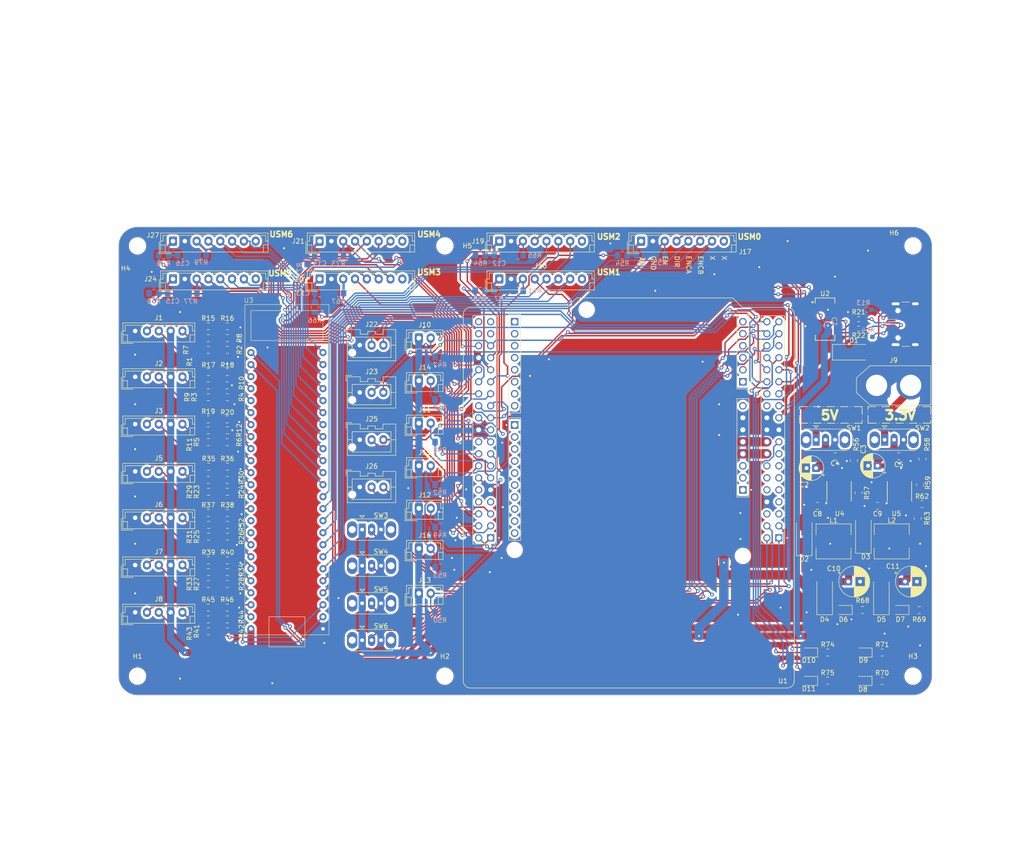
<source format=kicad_pcb>
(kicad_pcb (version 20240108) (generator "pcbnew") (generator_version "8.0")
  (layers (0 "F.Cu" signal) (31 "B.Cu" signal) (34 "B.Paste" user) (35 "F.Paste" user) (36 "B.SilkS" user "B.Silkscreen") (37 "F.SilkS" user "F.Silkscreen") (38 "B.Mask" user) (39 "F.Mask" user) (44 "Edge.Cuts" user))
  (net 0 "")
  (net 1 "/24V_5V")
  (net 2 "GND")
  (net 3 "+5V")
  (net 4 "/24V_3.3V")
  (net 5 "Net-(U4-BOOT)")
  (net 6 "Net-(D6-K)")
  (net 7 "+3.3V")
  (net 8 "/U_Ana3")
  (net 9 "/U_Ana2")
  (net 10 "/U_Ana1")
  (net 11 "/U_Ana4")
  (net 12 "/U_Ana5")
  (net 13 "/U_Ana6")
  (net 14 "Net-(D2-K)")
  (net 15 "Net-(D3-K)")
  (net 16 "+24V")
  (net 17 "/A1")
  (net 18 "/B1")
  (net 19 "/A2")
  (net 20 "/B2")
  (net 21 "/A3")
  (net 22 "/B3")
  (net 23 "/A4")
  (net 24 "/B4")
  (net 25 "/A5")
  (net 26 "/B5")
  (net 27 "/A6")
  (net 28 "/B6")
  (net 29 "/U_En1")
  (net 30 "/U_Dir1")
  (net 31 "/U_EncA1")
  (net 32 "/U_EncB1")
  (net 33 "/U_En2")
  (net 34 "/U_Dir2")
  (net 35 "/U_EncA2")
  (net 36 "/U_EncB2")
  (net 37 "/U_En3")
  (net 38 "/U_Dir3")
  (net 39 "/U_EncA3")
  (net 40 "/U_EncB3")
  (net 41 "/U_En4")
  (net 42 "/U_Dir4")
  (net 43 "/U_EncA4")
  (net 44 "/U_EncB4")
  (net 45 "/U_En5")
  (net 46 "/U_Dir5")
  (net 47 "/U_EncA5")
  (net 48 "/U_EncB5")
  (net 49 "/U_En6")
  (net 50 "/U_Dir6")
  (net 51 "/U_EncA6")
  (net 52 "/U_EncB6")
  (net 53 "/Home1")
  (net 54 "/Home2")
  (net 55 "/Home3")
  (net 56 "/Home4")
  (net 57 "/Home5")
  (net 58 "/Home6")
  (net 59 "/U_Ana0")
  (net 60 "Net-(D4-A)")
  (net 61 "Net-(D5-A)")
  (net 62 "Net-(D10-K)")
  (net 63 "/A1_shift")
  (net 64 "/B1_shift")
  (net 65 "/A2_shift")
  (net 66 "/B2_shift")
  (net 67 "/A3_shift")
  (net 68 "/B3_shift")
  (net 69 "/A4_shift")
  (net 70 "/A5_shift")
  (net 71 "/A6_shift")
  (net 72 "/B4_shift")
  (net 73 "/B5_shift")
  (net 74 "/B6_shift")
  (net 75 "/U_PWM3")
  (net 76 "/U_PWM2")
  (net 77 "/U_PWM1")
  (net 78 "/U_PWM4")
  (net 79 "/U_PWM5")
  (net 80 "/U_PWM6")
  (net 81 "Net-(D11-K)")
  (net 82 "/B0")
  (net 83 "/A0")
  (net 84 "/I0")
  (net 87 "Net-(U4-EN)")
  (net 88 "/UART3RX")
  (net 89 "/UART3TX")
  (net 92 "Net-(J4-CC1)")
  (net 93 "Net-(U5-BOOT)")
  (net 94 "Net-(D1-A)")
  (net 95 "/LED0")
  (net 96 "Net-(D7-K)")
  (net 97 "/LED1")
  (net 98 "Net-(D8-K)")
  (net 99 "/LED2")
  (net 100 "/LED3")
  (net 101 "Net-(D9-K)")
  (net 102 "/I1")
  (net 103 "/I2")
  (net 104 "/I3")
  (net 105 "/I4")
  (net 106 "/I5")
  (net 107 "/I6")
  (net 108 "Net-(J4-CC2)")
  (net 109 "/Home0")
  (net 110 "/U_Dir0")
  (net 112 "/U_EncA0")
  (net 113 "/U_EncI0")
  (net 114 "/U_En0")
  (net 115 "/U_EncB0")
  (net 116 "/U_EncI1")
  (net 119 "/U_EncI2")
  (net 121 "/USB_DP1")
  (net 122 "/USB_DM1")
  (net 123 "/U_EncI3")
  (net 124 "/U_EncI4")
  (net 126 "/UART4RX")
  (net 127 "/UART4TX")
  (net 128 "/UART1TX")
  (net 129 "/I1_shift")
  (net 130 "/I2_shift")
  (net 131 "/I4_shift")
  (net 132 "/I5_shift")
  (net 133 "/I6_shift")
  (net 134 "/UART1RX")
  (net 135 "/U_EncI5")
  (net 137 "Net-(U5-EN)")
  (net 138 "/UART6TX")
  (net 139 "/UART6RX")
  (net 140 "Net-(U5-FB)")
  (net 141 "/SW0")
  (net 142 "/SW1")
  (net 148 "/UART5RX")
  (net 153 "/UART5TX")
  (net 169 "/SW2")
  (net 173 "/U_EncI6")
  (net 178 "/SW3")
  (net 183 "/A0_shift")
  (net 189 "/B0_shift")
  (net 191 "/I0_shift")
  (net 192 "/I3_shift")
  (net 193 "Net-(U2-USBDM)")
  (net 194 "Net-(U2-USBDP)")
  (net 195 "/U_PWM0")
  (footprint "Resistor_SMD:R_0805_2012Metric" (layer "F.Cu") (at 224 117.0875 -90)
    (property "Reference" "R58")
    (property "Value" "6.2k")
  )
  (footprint "Connector_JST:JST_EH_B2B-EH-A_1x02_P2.50mm_Vertical" (layer "F.Cu") (at 117.5 100.5)
    (property "Reference" "J14")
    (property "Value" "Homing")
  )
  (footprint "Capacitor_SMD:C_0805_2012Metric_Pad1.18x1.45mm_HandSolder" (layer "F.Cu") (at 77 104)
    (property "Reference" "R4")
    (property "Value" "2K")
  )
  (footprint "Capacitor_SMD:C_0805_2012Metric_Pad1.18x1.45mm_HandSolder" (layer "F.Cu") (at 77 111)
    (property "Reference" "R12")
    (property "Value" "2K")
  )
  (footprint "Package_SO:TI_SO-PowerPAD-8" (layer "F.Cu") (at 206.365 123.8975 90)
    (property "Reference" "U4")
    (property "Value" "LM22676MR-5")
  )
  (footprint "Resistor_SMD:R_0805_2012Metric" (layer "F.Cu") (at 223 129.6175 90)
    (property "Reference" "R63")
    (property "Value" "1.54k")
  )
  (footprint "STM32:MODULE_NUCLEO-F446RE" (layer "F.Cu") (at 161.89 124.25 180)
    (property "Reference" "U1")
    (property "Value" "NUCLEO-F446RE")
  )
  (footprint "Connector_JST:JST_EH_B8B-EH-A_1x08_P2.50mm_Vertical" (layer "F.Cu") (at 65.5 71)
    (property "Reference" "J27")
    (property "Value" "Conn_01x08")
  )
  (footprint "Capacitor_SMD:C_0805_2012Metric_Pad1.18x1.45mm_HandSolder" (layer "F.Cu") (at 76.9625 151)
    (property "Reference" "R44")
    (property "Value" "2K")
  )
  (footprint "Button_Switch_THT:SW_Slide_SPDT_Straight_CK_OS102011MS2Q" (layer "F.Cu") (at 105.5 155.39)
    (property "Reference" "SW6")
    (property "Value" "Toggle_Switch3")
  )
  (footprint "LED_SMD:LED_0805_2012Metric_Pad1.15x1.40mm_HandSolder" (layer "F.Cu") (at 219.292621 149 180)
    (property "Reference" "D7")
    (property "Value" "LED")
  )
  (footprint "Button_Switch_THT:SW_Slide_SPDT_Straight_CK_OS102011MS2Q" (layer "F.Cu") (at 105.5 132)
    (property "Reference" "SW3")
    (property "Value" "Toggle_Switch0")
  )
  (footprint "Connector_USB:USB_C_Receptacle_GCT_USB4105-xx-A_16P_TopMnt_Horizontal" (layer "F.Cu") (at 221.425 88.57 90)
    (property "Reference" "J4")
    (property "Value" "USB_C_Receptacle_USB2.0_16P")
  )
  (footprint "Capacitor_SMD:C_0805_2012Metric_Pad1.18x1.45mm_HandSolder" (layer "F.Cu") (at 223.330121 149.04)
    (property "Reference" "R69")
    (property "Value" "290")
  )
  (footprint "Connector_JST:JST_EH_B2B-EH-A_1x02_P2.50mm_Vertical" (layer "F.Cu") (at 117.5 91.5)
    (property "Reference" "J10")
    (property "Value" "Homing")
  )
  (footprint "Capacitor_SMD:C_0805_2012Metric_Pad1.18x1.45mm_HandSolder" (layer "F.Cu") (at 72.9625 104)
    (property "Reference" "R3")
    (property "Value" "1K")
  )
  (footprint "Capacitor_SMD:C_0805_2012Metric_Pad1.18x1.45mm_HandSolder" (layer "F.Cu") (at 73 124)
    (property "Reference" "R23")
    (property "Value" "1K")
  )
  (footprint "Capacitor_SMD:C_0805_2012Metric_Pad1.18x1.45mm_HandSolder" (layer "F.Cu") (at 72.9625 94)
    (property "Reference" "R1")
    (property "Value" "1K")
  )
  (footprint "Button_Switch_THT:SW_Slide_SPDT_Straight_CK_OS102011MS2Q" (layer "F.Cu") (at 216 113)
    (property "Reference" "SW2")
    (property "Value" "3.3V Enable")
  )
  (footprint "Capacitor_SMD:C_0805_2012Metric_Pad1.18x1.45mm_HandSolder" (layer "F.Cu") (at 77.0375 133.5)
    (property "Reference" "R26")
    (property "Value" "2K")
  )
  (footprint "Capacitor_SMD:C_0805_2012Metric_Pad1.18x1.45mm_HandSolder" (layer "F.Cu") (at 72.9625 151)
    (property "Reference" "R43")
    (property "Value" "1K")
  )
  (footprint "Capacitor_THT:CP_Radial_D6.3mm_P2.50mm" (layer "F.Cu") (at 220.317621 143)
    (property "Reference" "C11")
    (property "Value" "120uF")
  )
  (footprint "Capacitor_SMD:C_0805_2012Metric_Pad1.18x1.45mm_HandSolder" (layer "F.Cu") (at 77 94)
    (property "Reference" "R2")
    (property "Value" "2K")
  )
  (footprint "Capacitor_THT:CP_Radial_D5.0mm_P2.00mm" (layer "F.Cu") (at 214.5 118.5 180)
    (property "Reference" "C3")
    (property "Value" "22uF")
  )
  (footprint "Capacitor_SMD:C_0805_2012Metric_Pad1.18x1.45mm_HandSolder" (layer "F.Cu") (at 77 124)
    (property "Reference" "R24")
    (property "Value" "2K")
  )
  (footprint "Package_SO:TI_SO-PowerPAD-8" (layer "F.Cu") (at 219.135 123.8975 90)
    (property "Reference" "U5")
    (property "Value" "LM22676MR-ADJ")
  )
  (footprint "Connector_JST:JST_EH_B8B-EH-A_1x08_P2.50mm_Vertical" (layer "F.Cu") (at 65.5 79)
    (property "Reference" "J24")
    (property "Value" "Conn_01x08")
  )
  (footprint "Capacitor_SMD:C_0805_2012Metric_Pad1.18x1.45mm_HandSolder" (layer "F.Cu") (at 76.925 101.5)
    (property "Reference" "R10")
    (property "Value" "2K")
  )
  (footprint "Capacitor_SMD:C_0805_2012Metric_Pad1.18x1.45mm_HandSolder" (layer "F.Cu") (at 211.330121 149)
    (property "Reference" "R68")
    (property "Value" "290")
  )
  (footprint "Diode_SMD:D_SMA_Handsoldering" (layer "F.Cu") (at 203.317621 145.5 90)
    (property "Reference" "D4")
    (property "Value" "D")
  )
  (footprint "Connector_JST:JST_EH_B5B-EH-A_1x05_P2.50mm_Vertical" (layer "F.Cu") (at 57.5 129.5)
    (property "Reference" "J6")
    (property "Value" "Conn_01x05")
  )
  (footprint "Capacitor_SMD:C_0805_2012Metric_Pad1.18x1.45mm_HandSolder" (layer "F.Cu") (at 73.0375 133.5)
    (property "Reference" "R25")
    (property "Value" "1K")
  )
  (footprint "MountingHole:MountingHole_3.2mm_M3" (layer "F.Cu") (at 123 72)
    (property "Reference" "H5")
    (property "Value" "MountingHole")
  )
  (footprint "Connector_JST:JST_EH_B2B-EH-A_1x02_P2.50mm_Vertical" (layer "F.Cu") (at 117.5 127.5)
    (property "Reference" "J12")
    (property "Value" "Homing")
  )
  (footprint "Resistor_SMD:R_0805_2012Metric" (layer "F.Cu") (at 209.5 117.4125 -90)
    (property "Reference" "R56")
    (property "Value" "6.2k")
  )
  (footprint "Resistor_SMD:R_0805_2012Metric" (layer "F.Cu") (at 223.9125 126.6175)
    (property "Reference" "R62")
    (property "Value" "976")
  )
  (footprint "Capacitor_THT:CP_Radial_D6.3mm_P2.50mm" (layer "F.Cu") (at 208.317621 143)
    (property "Reference" "C10")
    (property "Value" "120uF")
  )
  (footprint "Diode_SMD:D_SMA_Handsoldering" (layer "F.Cu") (at 215.317621 145.5 90)
    (property "Reference" "D5")
    (property "Value" "D")
  )
  (footprint "Resistor_SMD:R_0805_2012Metric" (layer "F.Cu") (at 210.5 124.205 -90)
    (property "Reference" "R57")
    (property "Value" "1k")
  )
  (footprint "LED_SMD:LED_0805_2012Metric_Pad1.15x1.40mm_HandSolder" (layer "F.Cu") (at 211.5 158 180)
    (property "Reference" "D9")
    (property "Value" "LED")
  )
  (footprint "Capacitor_SMD:C_0805_2012Metric_Pad1.18x1.45mm_HandSolder" (layer "F.Cu") (at 72.9625 101.5)
    (property "Reference" "R9")
    (property "Value" "1K")
  )
  (footprint "Connector_JST:JST_XA_B03B-XASK-1-A_1x03_P2.50mm_Vertical" (layer "F.Cu") (at 105 103)
    (property "Reference" "J23")
    (property "Value" "Conn_01x03")
  )
  (footprint "Capacitor_SMD:C_0805_2012Metric_Pad1.18x1.45mm_HandSolder" (layer "F.Cu") (at 73 138.5)
    (property "Reference" "R39")
    (property "Value" "1K")
  )
  (footprint "Capacitor_SMD:C_0805_2012Metric_Pad1.18x1.45mm_HandSolder" (layer "F.Cu") (at 203.975 158)
    (property "Reference" "R74")
    (property "Value" "290")
  )
  (footprint "Connector_JST:JST_EH_B5B-EH-A_1x05_P2.50mm_Vertical" (layer "F.Cu") (at 57.5 99.7)
    (property "Reference" "J2")
    (property "Value" "Conn_01x05")
  )
  (footprint "Connector_JST:JST_EH_B8B-EH-A_1x08_P2.50mm_Vertical" (layer "F.Cu") (at 134.5 79)
    (property "Reference" "J18")
    (property "Value" "Conn_01x08")
  )
  (footprint "Connector_AMASS:AMASS_XT60-M_1x02_P7.20mm_Vertical" (layer "F.Cu") (at 214.3 101.5)
    (property "Reference" "J9")
    (property "Value" "Power In")
  )
  (footprint "Capacitor_SMD:C_0805_2012Metric_Pad1.18x1.45mm_HandSolder" (layer "F.Cu") (at 73 153.5)
    (property "Reference" "R41")
    (property "Value" "1K")
  )
  (footprint "Capacitor_SMD:C_0805_2012Metric_Pad1.18x1.45mm_HandSolder" (layer "F.Cu") (at 77 98.7)
    (property "Reference" "R18")
    (property "Value" "2K")
  )
  (footprint "LED_SMD:LED_0805_2012Metric_Pad1.15x1.40mm_HandSolder" (layer "F.Cu") (at 199.975 164 180)
    (property "Reference" "D11")
    (property "Value" "LED")
  )
  (footprint "Capacitor_SMD:C_0805_2012Metric_Pad1.18x1.45mm_HandSolder" (layer "F.Cu") (at 215.475 164)
    (property "Reference" "R70")
    (property "Value" "290")
  )
  (footprint "MountingHole:MountingHole_3.2mm_M3" (layer "F.Cu") (at 58 163)
    (property "Reference" "H1")
    (property "Value" "MountingHole")
  )
  (footprint "Connector_JST:JST_EH_B8B-EH-A_1x08_P2.50mm_Vertical" (layer "F.Cu") (at 164.5 71)
    (property "Reference" "J17")
    (property "Value" "Conn_01x08")
  )
  (footprint "Connector_JST:JST_XA_B03B-XASK-1-A_1x03_P2.50mm_Vertical" (layer "F.Cu") (at 104.999999 123)
    (property "Reference" "J26")
    (property "Value" "Conn_01x03")
  )
  (footprint "Capacitor_SMD:C_0805_2012Metric_Pad1.18x1.45mm_HandSolder" (layer "F.Cu") (at 76.9625 148.5)
    (property "Reference" "R46")
    (property "Value" "2K")
  )
  (footprint "Inductor_SMD:L_7.3x7.3_H3.5" (layer "F.Cu") (at 205.2 134.5)
    (property "Reference" "L1")
    (property "Value" "8.2uH")
  )
  (footprint "Capacitor_SMD:C_0805_2012Metric" (layer "F.Cu") (at 219 116.5)
    (property "Reference" "C5")
    (property "Value" "6.8uF")
  )
  (footprint "MountingHole:MountingHole_3.2mm_M3" (layer "F.Cu") (at 58 72)
    (property "Reference" "H4")
    (property "Value" "MountingHole")
  )
  (footprint "Capacitor_SMD:C_0805_2012Metric_Pad1.18x1.45mm_HandSolder" (layer "F.Cu") (at 72.9625 111)
    (property "Reference" "R11")
    (property "Value" "1K")
  )
  (footprint "Capacitor_SMD:C_0805_2012Metric_Pad1.18x1.45mm_HandSolder" (layer "F.Cu") (at 77 91.5)
    (property "Reference" "R8")
    (property "Value" "2K")
  )
  (footprint "Button_Switch_THT:SW_Slide_SPDT_Straight_CK_OS102011MS2Q" (layer "F.Cu") (at 105.5 139.6475)
    (property "Reference" "SW4")
    (property "Value" "Toggle_Switch1")
  )
  (footprint "Connector_JST:JST_EH_B8B-EH-A_1x08_P2.50mm_Vertical" (layer "F.Cu") (at 96.5 79)
    (property "Reference" "J20")
    (property "Value" "Conn_01x08")
  )
  (footprint "Capacitor_SMD:C_0805_2012Metric" (layer "F.Cu") (at 214.5 127 180)
    (property "Reference" "C9")
    (property "Value" "10nF")
  )
  (footprint "Diode_SMD:D_SMA_Handsoldering" (layer "F.Cu") (at 199 133 90)
    (property "Reference" "D2")
    (property "Value" "D")
  )
  (footprint "Capacitor_SMD:C_0805_2012Metric_Pad1.18x1.45mm_HandSolder" (layer "F.Cu") (at 73 98.7)
    (property "Reference" "R17")
    (property "Value" "1K")
  )
  (footprint "Capacitor_SMD:C_0805_2012Metric_Pad1.18x1.45mm_HandSolder" (layer "F.Cu") (at 76.9625 113.5)
    (property "Reference" "R6")
    (property "Value" "2K")
  )
  (footprint "Capacitor_SMD:C_0805_2012Metric_Pad1.18x1.45mm_HandSolder" (layer "F.Cu") (at 72.9625 89)
    (property "Reference" "R15")
    (property "Value" "1K")
  )
  (footprint "Package_SO:SSOP-20_3.9x8.7mm_P0.635mm" (layer "F.Cu") (at 203.4 87.5)
    (property "Reference" "U2")
    (property "Value" "FT231XS")
  )
  (footprint "MountingHole:MountingHole_3.2mm_M3" (layer "F.Cu") (at 222 72)
    (property "Reference" "H6")
    (property "Value" "MountingHole")
  )
  (footprint "Diode_SMD:D_SMA_Handsoldering" (layer "F.Cu") (at 209.5 94.5)
    (property "Reference" "D1")
    (property "Value" "D")
  )
  (footprint "Capacitor_SMD:C_0805_2012Metric_Pad1.18x1.45mm_HandSolder" (layer "F.Cu") (at 77 138.5)
    (property "Reference" "R40")
    (property "Value" "2K")
  )
  (footprint "Capacitor_SMD:C_0805_2012Metric_Pad1.18x1.45mm_HandSolder" (layer "F.Cu") (at 72.9625 121.5)
    (property "Reference" "R29")
    (property "Value" "1K")
  )
  (footprint "Capacitor_SMD:C_0805_2012Metric_Pad1.18x1.45mm_HandSolder" (layer "F.Cu") (at 203.9375 163.96)
    (property "Reference" "R75")
    (property "Value" "290")
  )
  (footprint "MountingHole:MountingHole_3.2mm_M3" (layer "F.Cu") (at 123 163)
    (property "Reference" "H2")
    (property "Value" "MountingHole")
  )
  (footprint "Capacitor_SMD:C_0805_2012Metric_Pad1.18x1.45mm_HandSolder" (layer "F.Cu") (at 77 141)
    (property "Reference" "R34")
    (property "Value" "2K")
  )
  (footprint "Resistor_SMD:R_0603_1608Metric_Pad0.98x0.95mm_HandSolder" (layer "F.Cu") (at 210.5 87.5 180)
    (property "Reference" "R21")
    (property "Value" "27")
  )
  (footprint "Connector_JST:JST_EH_B2B-EH-A_1x02_P2.50mm_Vertical" (layer "F.Cu") (at 117.5 145.5)
    (property "Reference" "J13")
    (property "Value" "Homing")
  )
  (footprint "Diode_SMD:D_SMA_Handsoldering" (layer "F.Cu") (at 211.5 132.5 90)
    (property "Reference" "D3")
    (property "Value" "D")
  )
  (footprint "Capacitor_SMD:C_0805_2012Metric_Pad1.18x1.45mm_HandSolder" (layer "F.Cu") (at 77 128.5)
    (property "Reference" "R38")
    (property "Value" "2K")
  )
  (footprint "Capacitor_SMD:C_0805_2012Metric_Pad1.18x1.45mm_HandSolder" (layer "F.Cu") (at 72.9625 113.5)
    (property "Reference" "R5")
    (property "Value" "1K")
  )
  (footprint "Capacitor_SMD:C_0805_2012Metric_Pad1.18x1.45mm_HandSolder" (layer "F.Cu") (at 76.9625 108.7)
    (property "Reference" "R20")
    (property "Value" "2K")
  )
  (footprint "CMOD_FPGA:CMODA7" (layer "F.Cu") (at 80.71 84.405)
    (property "Reference" "U3")
    (property "Value" "CMOD_A7_FPGA")
  )
  (footprint "Capacitor_THT:CP_Radial_D5.0mm_P2.00mm" (layer "F.Cu") (at 201.5 119 180)
    (property "Reference" "C2")
    (property "Value" "22uF")
  )
  (footprint "Capacitor_SMD:C_0805_2012Metric_Pad1.18x1.45mm_HandSolder" (layer "F.Cu") (at 72.9625 148.5)
    (property "Reference" "R45")
    (property "Value" "1K")
  )
  (footprint "Capacitor_SMD:C_0805_2012Metric" (layer "F.Cu") (at 201.8 127 180)
    (property "Reference" "C8")
    (property "Value" "10nF")
  )
  (footprint "LED_SMD:LED_0805_2012Metric_Pad1.15x1.40mm_HandSolder" (layer "F.Cu") (at 207.292621 149 180)
    (property "Reference" "D6")
    (property "Value" "LED")
  )
  (footprint "Capacitor_SMD:C_0805_2012Metric_Pad1.18x1.45mm_HandSolder" (layer "F.Cu") (at 73.0375 131)
    (property "Reference" "R31")
    (property "Value" "1K")
  )
  (footprint "Connector_JST:JST_EH_B2B-EH-A_1x02_P2.50mm_Vertical" (layer "F.Cu") (at 117.5 109.5)
    (property "Reference" "J11")
    (property "Value" "Homing")
  )
  (footprint "Connector_JST:JST_XA_B03B-XASK-1-A_1x03_P2.50mm_Vertical" (layer "F.Cu") (at 105 93)
    (property "Reference" "J22")
    (property "Value" "Conn_01x03")
  )
  (footprint "LED_SMD:LED_0805_2012Metric_Pad1.15x1.40mm_HandSolder" (layer "F.Cu") (at 199.975 158 180)
    (property "Reference" "D10")
    (property "Value" "LED")
  )
  (footprint "Inductor_SMD:L_7.3x7.3_H3.5" (layer "F.Cu") (at 217.5 134.5)
    (property "Reference" "L2")
    (property "Value" "8.2uH")
  )
  (footprint "Capacitor_SMD:C_0805_2012Metric_Pad1.18x1.45mm_HandSolder" (layer "F.Cu") (at 77 143.5)
    (property "Reference" "R28")
    (property "Value" "2K")
  )
  (footprint "Connector_JST:JST_EH_B8B-EH-A_1x08_P2.50mm_Vertical" (layer "F.Cu") (at 96.5 71)
    (property "Reference" "J21")
    (property "Value" "Conn_01x08")
  )
  (footprint "Capacitor_SMD:C_0805_2012Metric_Pad1.18x1.45mm_HandSolder" (layer "F.Cu") (at 72.9625 108.7)
    (property "Reference" "R19")
    (property "Value" "1K")
  )
  (footprint "Connector_JST:JST_EH_B5B-EH-A_1x05_P2.50mm_Vertical" (layer "F.Cu") (at 57.5 149.5)
    (property "Reference" "J8")
    (property "Value" "Conn_01x05")
  )
  (footprint "LED_SMD:LED_0805_2012Metric_Pad1.15x1.40mm_HandSolder" (layer "F.Cu") (at 211.475 164 180)
    (property "Reference" "D8")
    (property "Value" "LED")
  )
  (footprint "Capacitor_SMD:C_0805_2012Metric_Pad1.18x1.45mm_HandSolder" (layer "F.Cu") (at 73.0375 118.7)
    (property "Reference" "R35")
    (property "Value" "1K")
  )
  (footprint "Capacitor_SMD:C_0805_2012Metric_Pad1.18x1.45mm_HandSolder" (layer "F.Cu") (at 72.9625 91.5)
    (property "Reference" "R7")
    (property "Value" "1K")
  )
  (footprint "Capacitor_SMD:C_0805_2012Metric_Pad1.18x1.45mm_HandSolder" (layer "F.Cu") (at 77 89)
    (property "Reference" "R16")
    (property "Value" "2K")
  )
  (footprint "Capacitor_SMD:C_0805_2012Metric_Pad1.18x1.45mm_HandSolder" (layer "F.Cu") (at 73 141)
    (property "Reference" "R33")
    (property "Value" "1K")
  )
  (footprint "MountingHole:MountingHole_3.2mm_M3" (layer "F.Cu") (at 222 163)
    (property "Reference" "H3")
    (property "Value" "MountingHole")
  )
  (footprint "Connector_JST:JST_EH_B5B-EH-A_1x05_P2.50mm_Vertical" (layer "F.Cu") (at 57.5 90)
    (property "Reference" "J1")
    (property "Value" "Conn_01x05")
  )
  (footprint "Connector_JST:JST_EH_B5B-EH-A_1x05_P2.50mm_Vertical" (layer "F.Cu") (at 57.5 139.5)
    (property "Reference" "J7")
    (property "Value" "Conn_01x05")
  )
  (footprint "Connector_JST:JST_EH_B2B-EH-A_1x02_P2.50mm_Vertical" (layer "F.Cu") (at 117.5 118.5)
    (property "Reference" "J15")
    (property "Value" "Homing")
  )
  (footprint "Capacitor_SMD:C_0805_2012Metric_Pad1.18x1.45mm_HandSolder" (layer "F.Cu") (at 77 153.5)
    (property "Reference" "R42")
    (property "Value" "2K")
  )
  (footprint "Capacitor_SMD:C_0805_2012Metric_Pad1.18x1.45mm_HandSolder" (layer "F.Cu") (at 72.9625 143.5)
    (property "Reference" "R27")
    (property "Value" "1K")
  )
  (footprint "Connector_JST:JST_EH_B2B-EH-A_1x02_P2.50mm_Vertical" (layer "F.Cu") (at 117.5 136)
    (property "Reference" "J16")
    (property "Value" "Homing")
  )
  (footprint "Capacitor_SMD:C_0805_2012Metric_Pad1.18x1.45mm_HandSolder" (layer "F.Cu") (at 72.9625 128.5)
    (property "Reference" "R37")
    (property "Value" "1K")
  )
  (footprint "Capacitor_SMD:C_0805_2012Metric_Pad1.18x1.45mm_HandSolder" (layer "F.Cu") (at 76.9625 121.5)
    (property "Reference" "R30")
    (property "Value" "2K")
  )
  (footprint "Connector_JST:JST_EH_B5B-EH-A_1x05_P2.50mm_Vertical" (layer "F.Cu") (at 57.5 119.7)
    (property "Reference" "J5")
    (property "Value" "Conn_01x05")
  )
  (footprint "Resistor_SMD:R_0603_1608Metric_Pad0.98x0.95mm_HandSolder" (layer "F.Cu") (at 210.5 89.5 180)
    (property "Reference" "R22")
    (property "Value" "27")
  )
  (footprint "Button_Switch_THT:SW_Slide_SPDT_Straight_CK_OS102011MS2Q" (layer "F.Cu") (at 105.5 147.5925)
    (property "Reference" "SW5")
    (property "Value" "Toggle_Switch2")
  )
  (footprint "Connector_JST:JST_EH_B8B-EH-A_1x08_P2.50mm_Vertical" (layer "F.Cu") (at 134.5 71)
    (property "Reference" "J19")
    (property "Value" "Conn_01x08")
  )
  (footprint "Button_Switch_THT:SW_Slide_SPDT_Straight_CK_OS102011MS2Q" (layer "F.Cu") (at 201.5 113)
    (property "Reference" "SW1")
    (property "Value" "5V Enable")
  )
  (footprint "Capacitor_SMD:C_0805_2012Metric" (layer "F.Cu") (at 205.55 116.5)
    (property "Reference" "C4")
    (property "Value" "6.8uF")
  )
  (footprint "Resistor_SMD:R_0805_2012Metric" (layer "F.Cu") (at 223.5 122.53 -90)
    (property "Reference" "R59")
    (property "Value" "1k")
  )
  (footprint "Capacitor_SMD:C_0805_2012Metric_Pad1.18x1.45mm_HandSolder" (layer "F.Cu") (at 77 118.7)
    (property "Reference" "R36")
    (property "Value" "2K")
  )
  (footprint "Connector_JST:JST_EH_B5B-EH-A_1x05_P2.50mm_Vertical" (layer "F.Cu") (at 57.5 109.7)
    (property "Reference" "J3")
    (property "Value" "Conn_01x05")
  )
  (footprint "Capacitor_SMD:C_0805_2012Metric_Pad1.18x1.45mm_HandSolder" (layer "F.Cu") (at 77.0375 131)
    (property "Reference" "R32")
    (property "Value" "2K")
  )
  (footprint "Connector_JST:JST_XA_B03B-XASK-1-A_1x03_P2.50mm_Vertical" (layer "F.Cu") (at 104.999999 113)
    (property "Reference" "J25")
    (property "Value" "Conn_01x03")
  )
  (footprint "Capacitor_SMD:C_0805_2012Metric_Pad1.18x1.45mm_HandSolder" (layer "F.Cu") (at 215.5 158)
    (property "Reference" "R71")
    (property "Value" "290")
  )
  (footprint "Capacitor_SMD:C_0805_2012Metric_Pad1.18x1.45mm_HandSolder" (layer "B.Cu") (at 122 140)
    (property "Reference" "R53")
    (property "Value" "10k")
  )
  (footprint "Capacitor_SMD:C_0805_2012Metric_Pad1.18x1.45mm_HandSolder" (layer "B.Cu") (at 100.5 74 180)
    (property "Reference" "R73")
    (property "Value" "4K")
  )
  (footprint "Capacitor_SMD:C_0805_2012Metric_Pad1.18x1.45mm_HandSolder" (layer "B.Cu") (at 61.4625 82)
    (property "Reference" "R76")
    (property "Value" "4K")
  )
  (footprint "Capacitor_SMD:C_0805_2012Metric_Pad1.18x1.45mm_HandSolder" (layer "B.Cu") (at 134.4625 81.5)
    (property "Reference" "C7")
    (property "Value" "0.01 uF")
  )
  (footprint "Capacitor_SMD:C_0805_2012Metric_Pad1.18x1.45mm_HandSolder" (layer "B.Cu") (at 168.4625 74 180)
    (property "Reference" "R55")
    (property "Value" "4K")
  )
  (footprint "Capacitor_SMD:C_0603_1608Metric_Pad1.08x0.95mm_HandSolder" (layer "B.Cu") (at 204 88 90)
    (property "Reference" "C1")
    (property "Value" "0.1u")
  )
  (footprint "Capacitor_SMD:C_0805_2012Metric_Pad1.18x1.45mm_HandSolder" (layer "B.Cu") (at 96.5 74)
    (property "Reference" "C14")
    (property "Value" "0.01 uF")
  )
  (footprint "Capacitor_SMD:C_0805_2012Metric_Pad1.18x1.45mm_HandSolder" (layer "B.Cu") (at 138.5375 81.5 180)
    (property "Reference" "R61")
    (property "Value" "4K")
  )
  (footprint "Capacitor_SMD:C_0805_2012Metric_Pad1.18x1.45mm_HandSolder" (layer "B.Cu") (at 121.9625 95.5)
    (property "Reference" "R47")
    (property "Value" "10k")
  )
  (footprint "Capacitor_SMD:C_0805_2012Metric_Pad1.18x1.45mm_HandSolder" (layer "B.Cu") (at 130.4625 81.5)
    (property "Reference" "R60")
    (property "Value" "4K")
  )
  (footprint "Capacitor_SMD:C_0805_2012Metric_Pad1.18x1.45mm_HandSolder" (layer "B.Cu") (at 95.5 85 90)
    (property "Reference" "R66")
    (property "Value" "4K")
  )
  (footprint "Resistor_SMD:R_0603_1608Metric_Pad0.98x0.95mm_HandSolder" (layer "B.Cu") (at 212.25 85.5 180)
    (property "Reference" "R13")
    (property "Value" "5.1k")
  )
  (footprint "Capacitor_SMD:C_0805_2012Metric_Pad1.18x1.45mm_HandSolder" (layer "B.Cu") (at 134.5 74)
    (property "Reference" "C12")
    (property "Value" "0.01 uF")
  )
  (footprint "Capacitor_SMD:C_0805_2012Metric_Pad1.18x1.45mm_HandSolder" (layer "B.Cu") (at 69.5375 82 180)
    (property "Reference" "R77")
    (property "Value" "4K")
  )
  (footprint "Capacitor_SMD:C_0805_2012Metric_Pad1.18x1.45mm_HandSolder" (layer "B.Cu") (at 67.5375 74)
    (property "Reference" "C16")
    (property "Value" "0.01 uF")
  )
  (footprint "Capacitor_SMD:C_0805_2012Metric_Pad1.18x1.45mm_HandSolder" (layer "B.Cu") (at 130.5 74)
    (property "Reference" "R64")
    (property "Value" "4K")
  )
  (footprint "Capacitor_SMD:C_0805_2012Metric_Pad1.18x1.45mm_HandSolder" (layer "B.Cu") (at 63.5375 74)
    (property "Reference" "R78")
    (property "Value" "4K")
  )
  (footprint "Capacitor_SMD:C_0805_2012Metric_Pad1.18x1.45mm_HandSolder" (layer "B.Cu") (at 121.9625 122.5)
    (property "Reference" "R52")
    (property "Value" "10k")
  )
  (footprint "Capacitor_SMD:C_0805_2012Metric_Pad1.18x1.45mm_HandSolder" (layer "B.Cu") (at 164.5375 74)
    (property "Reference" "C6")
    (property "Value" "0.01 uF")
  )
  (footprint "Resistor_SMD:R_0603_1608Metric_Pad0.98x0.95mm_HandSolder" (layer "B.Cu") (at 212.5 91.25 180)
    (property "Reference" "R14")
    (property "Value" "5.1k")
  )
  (footprint "Capacitor_SMD:C_0805_2012Metric_Pad1.18x1.45mm_HandSolder" (layer "B.Cu") (at 71.4625 74 180)
    (property "Reference" "R79")
    (property "Value" "4K")
  )
  (footprint "Capacitor_SMD:C_0805_2012Metric_Pad1.18x1.45mm_HandSolder" (layer "B.Cu") (at 96.5 82)
    (property "Reference" "C13")
    (property "Value" "0.01 uF")
  )
  (footprint "Capacitor_SMD:C_0805_2012Metric_Pad1.18x1.45mm_HandSolder" (layer "B.Cu") (at 121.9625 131.5)
    (property "Reference" "R49")
    (property "Value" "10k")
  )
  (footprint "Capacitor_SMD:C_0805_2012Metric_Pad1.18x1.45mm_HandSolder" (layer "B.Cu") (at 121.9625 113.5)
    (property "Reference" "R48")
    (property "Value" "10k")
  )
  (footprint "Capacitor_SMD:C_0805_2012Metric_Pad1.18x1.45mm_HandSolder" (layer "B.Cu") (at 138.5375 74 180)
    (property "Reference" "R65")
    (property "Value" "4K")
  )
  (footprint "Capacitor_SMD:C_0805_2012Metric_Pad1.18x1.45mm_HandSolder" (layer "B.Cu") (at 65.425 82)
    (property "Reference" "C15")
    (property "Value" "0.01 uF")
  )
  (footprint "Capacitor_SMD:C_0805_2012Metric_Pad1.18x1.45mm_HandSolder" (layer "B.Cu") (at 94 77 90)
    (property "Reference" "R72")
    (property "Value" "4K")
  )
  (footprint "Capacitor_SMD:C_0805_2012Metric_Pad1.18x1.45mm_HandSolder" (layer "B.Cu") (at 121.9625 104.5)
    (property "Reference" "R51")
    (property "Value" "10k")
  )
  (footprint "Capacitor_SMD:C_0805_2012Metric_Pad1.18x1.45mm_HandSolder" (layer "B.Cu") (at 121.9625 149.5)
    (property "Reference" "R50")
    (property "Value" "10k")
  )
  (footprint "Capacitor_SMD:C_0805_2012Metric_Pad1.18x1.45mm_HandSolder" (layer "B.Cu") (at 160.5375 74)
    (property "Reference" "R54")
    (property "Value" "4K")
  )
  (footprint "Capacitor_SMD:C_0805_2012Metric_Pad1.18x1.45mm_HandSolder" (layer "B.Cu") (at 100.5375 82 180)
    (property "Reference" "R67")
    (property "Value" "4K")
  )
  (gr_rect (start 212.5 106) (end 225.75 109.5) (stroke (width 0.15) (type dash_dot)) (fill none) (layer "F.SilkS"))
  (gr_rect (start 198 106) (end 211.25 109.5) (stroke (width 0.15) (type dash_dot)) (fill none) (layer "F.SilkS"))
  (gr_line (start 54 72) (end 54 163) (stroke (width 0.1)) (layer "Edge.Cuts"))
  (gr_arc (start 226 163) (mid 224.828427 165.828427) (end 222 167) (stroke (width 0.1)) (layer "Edge.Cuts"))
  (gr_arc (start 222 68) (mid 224.828427 69.171573) (end 226 72) (stroke (width 0.1)) (layer "Edge.Cuts"))
  (gr_line (start 226 72) (end 226 163) (stroke (width 0.1)) (layer "Edge.Cuts"))
  (gr_line (start 222 167) (end 58 167) (stroke (width 0.1)) (layer "Edge.Cuts"))
  (gr_arc (start 58 167) (mid 55.171573 165.828427) (end 54 163) (stroke (width 0.1)) (layer "Edge.Cuts"))
  (gr_line (start 58 68) (end 222 68) (stroke (width 0.1)) (layer "Edge.Cuts"))
  (gr_arc (start 54 72) (mid 55.171573 69.171573) (end 58 68) (stroke (width 0.1)) (layer "Edge.Cuts"))
  (gr_text "USM2" (at 155 70.75 0) (layer "F.SilkS") (effects (font (size 1.2 1.2) (thickness 0.3)) (justify left bottom)))
  (gr_text "USM5" (at 85.5 78.5 0) (layer "F.SilkS") (effects (font (size 1.2 1.2) (thickness 0.3)) (justify left bottom)))
  (gr_text "USM0" (at 184.75 70.75 0) (layer "F.SilkS") (effects (font (size 1.2 1.2) (thickness 0.3)) (justify left bottom)))
  (gr_text "AN" (at 164 74.25 270) (layer "F.SilkS") (effects (font (size 1 1)) (justify left bottom)))
  (gr_text "ENCA" (at 174 74 270) (layer "F.SilkS") (effects (font (size 1 1)) (justify left bottom)))
  (gr_text "ENCB" (at 176.5 74 270) (layer "F.SilkS") (effects (font (size 1 1)) (justify left bottom)))
  (gr_text "USM6" (at 85.75 70.25 0) (layer "F.SilkS") (effects (font (size 1.2 1.2) (thickness 0.3)) (justify left bottom)))
  (gr_text "USM3" (at 117 78.25 0) (layer "F.SilkS") (effects (font (size 1.2 1.2) (thickness 0.3)) (justify left bottom)))
  (gr_text "X" (at 181.5 74 270) (layer "F.SilkS") (effects (font (size 1 1)) (justify left bottom)))
  (gr_text "3.3V" (at 215.75 109 0) (layer "F.SilkS") (effects (font (size 2 2) (thickness 0.5) (bold yes)) (justify left bottom)))
  (gr_text "USM4" (at 117 70.25 0) (layer "F.SilkS") (effects (font (size 1.2 1.2) (thickness 0.3)) (justify left bottom)))
  (gr_text "USM1" (at 155 78.25 0) (layer "F.SilkS") (effects (font (size 1.2 1.2) (thickness 0.3)) (justify left bottom)))
  (gr_text "DIR" (at 171.5 74 270) (layer "F.SilkS") (effects (font (size 1 1)) (justify left bottom)))
  (gr_text "GND" (at 166.5 74 270) (layer "F.SilkS") (effects (font (size 1 1)) (justify left bottom)))
  (gr_text "5V" (at 202.25 109 0) (layer "F.SilkS") (effects (font (size 2 2) (thickness 0.5) (bold yes)) (justify left bottom)))
  (gr_text "EN" (at 169 74 270) (layer "F.SilkS") (effects (font (size 1 1)) (justify left bottom)))
  (gr_text "X" (at 179 74 270) (layer "F.SilkS") (effects (font (size 1 1)) (justify left bottom)))
  (segment (start 203.575 115.325) (end 203.5 115.4) (width 0.5) (layer "F.Cu") (net 1))
  (segment (start 208.325 115.325) (end 203.575 115.325) (width 0.5) (layer "F.Cu") (net 1))
  (segment (start 209.5 116.5) (end 208.325 115.325) (width 0.5) (layer "F.Cu") (net 1))
  (segment (start 203.5 113) (end 203.5 115.4) (width 1.5) (layer "F.Cu") (net 1))
  (segment (start 203.5 115.4) (end 204.6 116.5) (width 1.5) (layer "F.Cu") (net 1))
  (segment (start 204 116.5) (end 201.5 119) (width 1.5) (layer "F.Cu") (net 1))
  (segment (start 204.6 116.5) (end 204 116.5) (width 1.5) (layer "F.Cu") (net 1))
  (segment (start 205.73 121.1175) (end 205.73 119.7275) (width 1) (layer "F.Cu") (net 1))
  (segment (start 205.0025 119) (end 201.5 119) (width 1) (layer "F.Cu") (net 1))
  (segment (start 205.73 119.7275) (end 205.0025 119) (width 1) (layer "F.Cu") (net 1))
  (segment (start 79.5 131) (end 79.75 131.25) (width 0.3) (layer "F.Cu") (net 2))
  (segment (start 79 141) (end 79.75 141.75) (width 0.3) (layer "F.Cu") (net 2))
  (segment (start 78 113.5) (end 78 114.25) (width 0.3) (layer "F.Cu") (net 2))
  (segment (start 78.0375 143.5) (end 78.0375 143.7875) (width 0.3) (layer "F.Cu") (net 2))
  (segment (start 78.0375 143.7875) (end 79.75 145.5) (width 0.3) (layer "F.Cu") (net 2))
  (segment (start 207 121.1175) (end 207 119) (width 1) (layer "F.Cu") (net 2))
  (segment (start 78 121.5) (end 79.5 121.5) (width 0.3) (layer "F.Cu") (net 2))
  (segment (start 79.25 151) (end 79.5 151.25) (width 0.3) (layer "F.Cu") (net 2))
  (segment (start 78 148.5) (end 79.5 148.5) (width 0.3) (layer "F.Cu") (net 2))
  (segment (start 78.0375 141) (end 79 141) (width 0.3) (layer "F.Cu") (net 2))
  (segment (start 78.0375 94.2875) (end 79.25 95.5) (width 0.3) (layer "F.Cu") (net 2))
  (segment (start 207.0675 87.1825) (end 208.25 86) (width 0.3) (layer "F.Cu") (net 2))
  (segment (start 79.25 138.5) (end 79.75 139) (width 0.3) (layer "F.Cu") (net 2))
  (segment (start 78.0375 98.7) (end 78.0375 98.0375) (width 0.3) (layer "F.Cu") (net 2))
  (segment (start 78.0375 138.5) (end 79.25 138.5) (width 0.3) (layer "F.Cu") (net 2))
  (segment (start 78 114.25) (end 79.25 115.5) (width 0.3) (layer "F.Cu") (net 2))
  (segment (start 78 108.7) (end 78.95 108.7) (width 0.3) (layer "F.Cu") (net 2))
  (segment (start 79.2 118.7) (end 79.75 119.25) (width 0.3) (layer "F.Cu") (net 2))
  (segment (start 78 151) (end 79.25 151) (width 0.3) (layer "F.Cu") (net 2))
  (segment (start 79.25 124) (end 79.5 124.25) (width 0.3) (layer "F.Cu") (net 2))
  (segment (start 78.0375 98.0375) (end 77 97) (width 0.3) (layer "F.Cu") (net 2))
  (segment (start 199.9 87.8175) (end 199.25 88.4675) (width 0.3) (layer "F.Cu") (net 2))
  (segment (start 199.25 88.4675) (end 199.25 89) (width 0.3) (layer "F.Cu") (net 2))
  (segment (start 79.75 128.5) (end 80 128.75) (width 0.3) (layer "F.Cu") (net 2))
  (segment (start 78.95 108.7) (end 79.5 109.25) (width 0.3) (layer "F.Cu") (net 2))
  (segment (start 206 87.1825) (end 207.0675 87.1825) (width 0.3) (layer "F.Cu") (net 2))
  (segment (start 78.0375 128.5) (end 79.75 128.5) (width 0.3) (layer "F.Cu") (net 2))
  (segment (start 219.77 119.27) (end 219.5 119) (width 1) (layer "F.Cu") (net 2))
  (segment (start 78.0375 104) (end 78.0375 105.0375) (width 0.3) (layer "F.Cu") (net 2))
  (segment (start 78.075 133.5) (end 78.075 134.325) (width 0.3) (layer "F.Cu") (net 2))
  (segment (start 219.77 121.1175) (end 219.77 119.27) (width 1) (layer "F.Cu") (net 2))
  (segment (start 78.0375 89) (end 79.5 89) (width 0.3) (layer "F.Cu") (net 2))
  (segment (start 78.0375 124) (end 79.25 124) (width 0.3) (layer "F.Cu") (net 2))
  (segment (start 78.0375 94) (end 78.0375 94.2875) (width 0.3) (layer "F.Cu") (net 2))
  (segment (start 78.75 154.2125) (end 78.75 156) (width 0.3) (layer "F.Cu") (net 2))
  (segment (start 78.075 134.325) (end 79 135.25) (width 0.3) (layer "F.Cu") (net 2))
  (segment (start 78.0375 91.5) (end 79 91.5) (width 0.3) (layer "F.Cu") (net 2))
  (segment (start 78.0375 105.0375) (end 78.5 105.5) (width 0.3) (layer "F.Cu") (net 2))
  (segment (start 78.0375 153.5) (end 78.75 154.2125) (width 0.3) (layer "F.Cu") (net 2))
  (segment (start 78.0375 118.7) (end 79.2 118.7) (width 0.3) (layer "F.Cu") (net 2))
  (segment (start 79.5 89) (end 79.75 89.25) (width 0.3) (layer "F.Cu") (net 2))
  (segment (start 200.8 87.8175) (end 199.9 87.8175) (width 0.3) (layer "F.Cu") (net 2))
  (segment (start 78.075 131) (end 79.5 131) (width 0.3) (layer "F.Cu") (net 2))
  (segment (start 79 91.5) (end 79.75 92.25) (width 0.3) (layer "F.Cu") (net 2))
  (via (at 79.5 151.25) (size 0.8) (drill 0.4) (layers "F.Cu" "B.Cu") (net 2))
  (via (at 78.5 105.5) (size 0.8) (drill 0.4) (layers "F.Cu" "B.Cu") (net 2))
  (via (at 204 85.5) (size 0.8) (drill 0.4) (layers "F.Cu" "B.Cu") (net 2))
  (via (at 61 77.5) (size 0.8) (drill 0.4) (layers "F.Cu" "B.Cu") (net 2))
  (via (at 200.5 140.5) (size 0.8) (drill 0.4) (layers "F.Cu" "B.Cu") (net 2))
  (via (at 224.75 139.75) (size 0.8) (drill 0.4) (layers "F.Cu" "B.Cu") (net 2))
  (via (at 221.5 117.5) (size 0.8) (drill 0.4) (layers "F.Cu" "B.Cu") (net 2))
  (via (at 57.5 95) (size 0.8) (drill 0.4) (layers "F.Cu" "B.Cu") (net 2))
  (via (at 158 71.5) (size 0.8) (drill 0.4) (layers "F.Cu" "B.Cu") (net 2))
  (via (at 181 105.5) (size 0.8) (drill 0.4) (layers "F.Cu" "B.Cu") (net 2))
  (via (at 195.5 71) (size 0.8) (drill 0.4) (layers "F.Cu" "B.Cu") (net 2))
  (via (at 79.75 89.25) (size 0.8) (drill 0.4) (layers "F.Cu" "B.Cu") (net 2))
  (via (at 79.25 95.5) (size 0.8) (drill 0.4) (layers "F.Cu" "B.Cu") (net 2))
  (via (at 199.5 123) (size 0.8) (drill 0.4) (layers "F.Cu" "B.Cu") (net 2))
  (via (at 79.75 131.25) (size 0.8) (drill 0.4) (layers "F.Cu" "B.Cu") (net 2))
  (via (at 205.5 78.5) (size 0.8) (drill 0.4) (layers "F.Cu" "B.Cu") (net 2))
  (via (at 206 152) (size 0.8) (drill 0.4) (layers "F.Cu" "B.Cu") (net 2))
  (via (at 199 126.75) (size 0.8) (drill 0.4) (layers "F.Cu" "B.Cu") (net 2))
  (via (at 202 106) (size 0.8) (drill 0.4) (layers "F.Cu" "B.Cu") (net 2))
  (via (at 209 151) (size 0.8) (drill 0.4) (layers "F.Cu" "B.Cu") (net 2))
  (via (at 204.5 135) (size 0.8) (drill 0.4) (layers "F.Cu" "B.Cu") (net 2))
  (via (at 206 118) (size 0.8) (drill 0.4) (layers "F.Cu" "B.Cu") (net 2))
  (via (at 79.25 115.5) (size 0.8) (drill 0.4) (layers "F.Cu" "B.Cu") (net 2))
  (via (at 79.75 92.25) (size 0.8) (drill 0.4) (layers "F.Cu" "B.Cu") (net 2))
  (via (at 97.5 156) (size 0.8) (drill 0.4) (layers "F.Cu" "B.Cu") (net 2))
  (via (at 89 72.5) (size 0.8) (drill 0.4) (layers "F.Cu" "B.Cu") (net 2))
  (via (at 189.5 76.5) (size 0.8) (drill 0.4) (layers "F.Cu" "B.Cu") (net 2))
  (via (at 78.0375 111) (size 0.8) (drill 0.4) (layers "F.Cu" "B.Cu") (net 2))
  (via (at 79 135.25) (size 0.8) (drill 0.4) (layers "F.Cu" "B.Cu") (net 2))
  (via (at 207 119) (size 0.8) (drill 0.4) (layers "F.Cu" "B.Cu") (net 2))
  (via (at 211.75 127) (size 0.8) (drill 0.4) (layers "F.Cu" "B.Cu") (net 2))
  (via (at 124.5 138) (size 0.8) (drill 0.4) (layers "F.Cu" "B.Cu") (net 2))
  (via (at 212.75 140.25) (size 0.8) (drill 0.4) (layers "F.Cu" "B.Cu") (net 2))
  (via (at 79.5 124.25) (size 0.8) (drill 0.4) (layers "F.Cu" "B.Cu") (net 2))
  (via (at 78.75 156) (size 0.8) (drill 0.4) (layers "F.Cu" "B.Cu") (net 2))
  (via (at 57.5 145.5) (size 0.8) (drill 0.4) (layers "F.Cu" "B.Cu") (net 2))
  (via (at 135.125 113.625) (size 0.8) (drill 0.4) (layers "F.Cu" "B.Cu") (net 2))
  (via (at 199.25 89) (size 0.8) (drill 0.4) (layers "F.Cu" "B.Cu") (net 2))
  (via (at 85.5 93.5) (size 0.8) (drill 0.4) (layers "F.Cu" "B.Cu") (net 2))
  (via (at 216 154) (size 0.8) (drill 0.4) (layers "F.Cu" "B.Cu") (net 2))
  (via (at 79.75 145.5) (size 0.8) (drill 0.4) (layers "F.Cu" "B.Cu") (net 2))
  (via (at 141 99.5) (size 0.8) (drill 0.4) (layers "F.Cu" "B.Cu") (net 2))
  (via (at 223.5 135) (size 0.8) (drill 0.4) (layers "F.Cu" "B.Cu") (net 2))
  (via (at 167.5 81.5) (size 0.8) (drill 0.4) (layers "F.Cu" "B.Cu") (net 2))
  (via (at 67 163.5) (size 0.8) (drill 0.4) (layers "F.Cu" "B.Cu") (net 2))
  (via (at 86.5 164.5) (size 0.8) (drill 0.4) (layers "F.Cu" "B.Cu") (net 2))
  (via (at 181 112) (size 0.8) (drill 0.4) (layers "F.Cu" "B.Cu") (net 2))
  (via (at 219 118) (size 0.8) (drill 0.4) (layers "F.Cu" "B.Cu") (net 2))
  (via (at 212.5 73) (size 0.8) (drill 0.4) (layers "F.Cu" "B.Cu") (net 2))
  (via (at 57.5 135) (size 0.8) (drill 0.4) (layers "F.Cu" "B.Cu") (net 2))
  (via (at 115.25 123.25) (size 0.8) (drill 0.4) (layers "F.Cu" "B.Cu") (net 2))
  (via (at 100.5 146.5) (size 0.8) (drill 0.4) (layers "F.Cu" "B.Cu") (net 2))
  (via (at 199.5 149.5) (size 0.8) (drill 0.4) (layers "F.Cu" "B.Cu") (net 2))
  (via (at 119.75 133.25) (size 0.8) (drill 0.4) (layers "F.Cu" "B.Cu") (net 2))
  (via (at 177.5 96.5) (size 0.8) (drill 0.4) (layers "F.Cu" "B.Cu") (net 2))
  (via (at 180 78) (size 0.8) (drill 0.4) (layers "F.Cu" "B.Cu") (net 2))
  (via (at 79.5 148.5) (size 0.8) (drill 0.4) (layers "F.Cu" "B.Cu") (net 2))
  (via (at 80 128.75) (size 0.8) (drill 0.4) (layers "F.Cu" "B.Cu") (net 2))
  (via (at 135 138) (size 0.8) (drill 0.4) (layers "F.Cu" "B.Cu") (net 2))
  (via (at 79.75 119.25) (size 0.8) (drill 0.4) (layers "F.Cu" "B.Cu") (net 2))
  (via (at 208.25 86) (size 0.8) (drill 0.4) (layers "F.Cu" "B.Cu") (net 2))
  (via (at 185 150) (size 0.8) (drill 0.4) (layers "F.Cu" "B.Cu") (net 2))
  (via (at 135.25 127.25) (size 0.8) (drill 0.4) (layers "F.Cu" "B.Cu") (net 2))
  (via (at 57.5 115) (size 0.8) (drill 0.4) (layers "F.Cu" "B.Cu") (net 2))
  (via (at 118.5 89.25) (size 0.8) (drill 0.4) (layers "F.Cu" "B.Cu") (net 2))
  (via (at 125 140.5) (size 0.8) (drill 0.4) (layers "F.Cu" "B.Cu") (net 2))
  (via (at 217 136) (size 0.8) (drill 0.4) (layers "F.Cu" "B.Cu") (net 2))
  (via (at 220.5 129) (size 0.8) (drill 0.4) (layers "F.Cu" "B.Cu") (net 2))
  (via (at 57.5 105.5) (size 0.8) (drill 0.4) (layers "F.Cu" "B.Cu") (net 2))
  (via (at 79.75 141.75) (size 0.8) (drill 0.4) (layers "F.Cu" "B.Cu") (net 2))
  (via (at 194 148.5) (size 0.8) (drill 0.4) (layers "F.Cu" "B.Cu") (net 2))
  (via (at 126.25 113.75) (size 0.8) (drill 0.4) (layers "F.Cu" "B.Cu") (net 2))
  (via (at 185.5 134) (size 0.8) (drill 0.4) (layers "F.Cu" "B.Cu") (net 2))
  (via (at 127.5 123.5) (size 0.8) (drill 0.4) (layers "F.Cu" "B.Cu") (net 2))
  (via (at 121.75 128.25) (size 0.8) (drill 0.4) (layers "F.Cu" "B.Cu") (net 2))
  (via (at 221 152.5) (size 0.8) (drill 0.4) (layers "F.Cu" "B.Cu") (net 2))
  (via (at 121 97.5) (size 0.8) (drill 0.4) (layers "F.Cu" "B.Cu") (net 2))
  (via (at 125.25 134.25) (size 0.8) (drill 0.4) (layers "F.Cu" "B.Cu") (net 2))
  (via (at 57.5 125) (size 0.8) (drill 0.4) (layers "F.Cu" "B.Cu") (net 2))
  (via (at 204 129.5) (size 0.8) (drill 0.4) (layers "F.Cu" "B.Cu") (net 2))
  (via (at 77.9625 101.5) (size 0.8) (drill 0.4) (layers "F.Cu" "B.Cu") (net 2))
  (via (at 79.5 121.5) (size 0.8) (drill 0.4) (layers "F.Cu" "B.Cu") (net 2))
  (via (at 77 97) (size 0.8) (drill 0.4) (layers "F.Cu" "B.Cu") (net 2))
  (via (at 79.5 109.25) (size 0.8) (drill 0.4) (layers "F.Cu" "B.Cu") (net 2))
  (via (at 208 117.5) (size 0.8) (drill 0.4) (layers "F.Cu" "B.Cu") (net 2))
  (via (at 185.5 128.5) (size 0.8) (drill 0.4) (layers "F.Cu" "B.Cu") (net 2))
  (via (at 223.5 156.5) (size 0.8) (drill 0.4) (layers "F.Cu" "B.Cu") (net 2))
  (via (at 213.25 122) (size 0.8) (drill 0.4) (layers "F.Cu" "B.Cu") (net 2))
  (via (at 122 125) (size 0.8) (drill 0.4) (layers "F.Cu" "B.Cu") (net 2))
  (via (at 125.5 129.5) (size 0.8) (drill 0.4) (layers "F.Cu" "B.Cu") (net 2))
  (via (at 119 93) (size 0.8) (drill 0.4) (layers "F.Cu" "B.Cu") (net 2))
  (via (at 219.5 119) (size 0.8) (drill 0.4) (layers "F.Cu" "B.Cu") (net 2))
  (via (at 79.75 139) (size 0.8) (drill 0.4) (layers "F.Cu" "B.Cu") (net 2))
  (via (at 67 86) (size 0.8) (drill 0.4) (layers "F.Cu" "B.Cu") (net 2))
  (via (at 145 96) (size 0.8) (drill 0.4) (layers "F.Cu" "B.Cu") (net 2))
  (via (at 132.5 141) (size 0.8) (drill 0.4) (layers "F.Cu" "B.Cu") (net 2))
  (segment (start 125.6 110.9) (end 123 113.5) (width 0.3) (layer "B.Cu") (net 2))
  (segment (start 130.14 110.9) (end 131.103151 110.9) (width 0.3) (layer "B.Cu") (net 2))
  (segment (start 123 113.5) (end 123.25 113.75) (width 0.3) (layer "B.Cu") (net 2))
  (segment (start 123 131.5) (end 123 132.225) (width 0.3) (layer "B.Cu") (net 2))
  (segment (start 132.453151 112.25) (end 133.75 112.25) (width 0.3) (layer "B.Cu") (net 2))
  (segment (start 123 132.225) (end 125.025 134.25) (width 0.3) (layer "B.Cu") (net 2))
  (segment (start 131.103151 110.9) (end 132.453151 112.25) (width 0.3) (layer "B.Cu") (net 2))
  (segment (start 133.75 112.25) (end 135.125 113.625) (width 0.3) (layer "B.Cu") (net 2))
  (segment (start 135.125 113.625) (end 135.25 113.75) (width 0.3) (layer "B.Cu") (net 2))
  (segment (start 123.25 113.75) (end 126.25 113.75) (width 0.3) (layer "B.Cu") (net 2))
  (segment (start 125.025 134.25) (end 125.25 134.25) (width 0.3) (layer "B.Cu") (net 2))
  (segment (start 130.14 110.9) (end 125.6 110.9) (width 0.3) (layer "B.Cu") (net 2))
  (segment (start 206 87.8175) (end 207.5675 87.8175) (width 0.3) (layer "F.Cu") (net 3))
  (segment (start 184.313824 113.44) (end 186.02 113.44) (width 2) (layer "F.Cu") (net 3))
  (segment (start 85.5 161.5) (end 81.98 157.98) (width 1.5) (layer "F.Cu") (net 3))
  (segment (start 71.889416 158) (end 68 158) (width 1.5) (layer "F.Cu") (net 3))
  (segment (start 201.7 152.8) (end 122.7 152.8) (width 1.5) (layer "F.Cu") (net 3))
  (segment (start 196.9 104.6) (end 196.9 141.582379) (width 2) (layer "F.Cu") (net 3))
  (segment (start 205.5 96) (end 208.5 93) (width 2) (layer "F.Cu") (net 3))
  (segment (start 81.98 157.98) (end 71.909416 157.98) (width 1.5) (layer "F.Cu") (net 3))
  (segment (start 179.8 139.91127) (end 179.8 117.953824) (width 2) (layer "F.Cu") (net 3))
  (segment (start 196.9 141.582379) (end 181.471109 141.582379) (width 2) (layer "F.Cu") (net 3))
  (segment (start 179.8 117.953824) (end 184.313824 113.44) (width 2) (layer "F.Cu") (net 3))
  (segment (start 205.267621 148) (end 206.267621 149) (width 1.5) (layer "F.Cu") (net 3))
  (segment (start 181.471109 141.582379) (end 179.8 139.91127) (width 2) (layer "F.Cu") (net 3))
  (segment (start 81.98 157.98) (end 81.98 152.985) (width 1.5) (layer "F.Cu") (net 3))
  (segment (start 122.7 152.8) (end 114 161.5) (width 1.5) (layer "F.Cu") (net 3))
  (segment (start 208.5 93) (end 208.5 92.75) (width 2) (layer "F.Cu") (net 3))
  (segment (start 205.5 96) (end 196.9 104.6) (width 2) (layer "F.Cu") (net 3))
  (segment (start 186.02 113.44) (end 191.1 113.44) (width 2) (layer "F.Cu") (net 3))
  (segment (start 114 161.5) (end 85.5 161.5) (width 1.5) (layer "F.Cu") (net 3))
  (segment (start 207.5675 87.8175) (end 207.75 88) (width 0.3) (layer "F.Cu") (net 3))
  (segment (start 71.909416 157.98) (end 71.889416 158) (width 1.5) (layer "F.Cu") (net 3))
  (segment (start 203.317621 151.182379) (end 201.7 152.8) (width 1.5) (layer "F.Cu") (net 3))
  (segment (start 196.9 141.582379) (end 203.317621 148) (width 2) (layer "F.Cu") (net 3))
  (segment (start 203.317621 148) (end 203.317621 151.182379) (width 1.5) (layer "F.Cu") (net 3))
  (segment (start 203.317621 148) (end 205.267621 148) (width 1.5) (layer "F.Cu") (net 3))
  (via (at 207.75 88) (size 0.8) (drill 0.4) (layers "F.Cu" "B.Cu") (net 3))
  (via (at 208.5 92.75) (size 0.8) (drill 0.4) (layers "F.Cu" "B.Cu") (net 3))
  (via (at 68 158) (size 0.8) (drill 0.4) (layers "F.Cu" "B.Cu") (net 3))
  (segment (start 68 158) (end 65 155) (width 1.5) (layer "B.Cu") (net 3))
  (segment (start 65 155) (end 65 149.5) (width 1.5) (layer "B.Cu") (net 3))
  (segment (start 207.75 92) (end 208.5 92.75) (width 0.3) (layer "B.Cu") (net 3))
  (segment (start 65 149.5) (end 65 90) (width 1.5) (layer "B.Cu") (net 3))
  (segment (start 207.75 88) (end 207.75 92) (width 0.3) (layer "B.Cu") (net 3))
  (segment (start 218 115.5) (end 218 116.45) (width 1.5) (layer "F.Cu") (net 4))
  (segment (start 215.5 116.5) (end 214.5 117.5) (width 1.5) (layer "F.Cu") (net 4))
  (segment (start 218.175 115.325) (end 218 115.5) (width 0.5) (layer "F.Cu") (net 4))
  (segment (start 218.05 116.5) (end 215.5 116.5) (width 1.5) (layer "F.Cu") (net 4))
  (segment (start 214.5 117.5) (end 214.5 118.5) (width 1.5) (layer "F.Cu") (net 4))
  (segment (start 223.15 115.325) (end 218.175 115.325) (width 0.5) (layer "F.Cu") (net 4))
  (segment (start 218 113) (end 218 115.5) (width 1.5) (layer "F.Cu") (net 4))
  (segment (start 218 116.45) (end 218.05 116.5) (width 1.5) (layer "F.Cu") (net 4))
  (segment (start 224 116.175) (end 223.15 115.325) (width 0.5) (layer "F.Cu") (net 4))
  (segment (start 218.5 120) (end 217 118.5) (width 1) (layer "F.Cu") (net 4))
  (segment (start 218.5 121.1175) (end 218.5 120) (width 1) (layer "F.Cu") (net 4))
  (segment (start 217 118.5) (end 214.5 118.5) (width 1) (layer "F.Cu") (net 4))
  (segment (start 204.46 126.6775) (end 203.0725 126.6775) (width 1.5) (layer "F.Cu") (net 5))
  (segment (start 203.0725 126.6775) (end 202.75 127) (width 1.5) (layer "F.Cu") (net 5))
  (segment (start 210.292621 149) (end 208.317621 149) (width 1.5) (layer "F.Cu") (net 6))
  (segment (start 198.25 154.5) (end 210.567621 154.5) (width 1.5) (layer "F.Cu") (net 7))
  (segment (start 204 88.8625) (end 204.69 88.8625) (width 0.3) (layer "F.Cu") (net 7))
  (segment (start 201.6625 85.9125) (end 202.5 86.75) (width 0.3) (layer "F.Cu") (net 7))
  (segment (start 176.75 154.5) (end 198.25 154.5) (width 1.5) (layer "F.Cu") (net 7))
  (segment (start 120 158) (end 120 158.09) (width 1.5) (layer "F.Cu") (net 7))
  (segment (start 184.885094 115.98) (end 182 118.865094) (width 2) (layer "F.Cu") (net 7))
  (segment (start 123.5 154.5) (end 120 158) (width 1.5) (layer "F.Cu") (net 7))
  (segment (start 182 118.865094) (end 182 139) (width 2) (layer "F.Cu") (net 7))
  (segment (start 215.317621 148) (end 217.267621 148) (width 1.5) (layer "F.Cu") (net 7))
  (segment (start 205.1 88.4525) (end 206 88.4525) (width 0.3) (layer "F.Cu") (net 7))
  (segment (start 191.1 115.98) (end 186.02 115.98) (width 2) (layer "F.Cu") (net 7))
  (segment (start 210.567621 154.5) (end 215.317621 149.75) (width 1.5) (layer "F.Cu") (net 7))
  (segment (start 215.317621 149.75) (end 215.317621 148) (width 1.5) (layer "F.Cu") (net 7))
  (segment (start 186.02 115.98) (end 184.885094 115.98) (width 2) (layer "F.Cu") (net 7))
  (segment (start 176.75 154.5) (end 123.5 154.5) (width 1.5) (layer "F.Cu") (net 7))
  (segment (start 217.267621 148) (end 218.267621 149) (width 1.5) (layer "F.Cu") (net 7))
  (segment (start 200.8 85.9125) (end 201.6625 85.9125) (width 0.3) (layer "F.Cu") (net 7))
  (segment (start 204.69 88.8625) (end 205.1 88.4525) (width 0.3) (layer "F.Cu") (net 7))
  (via (at 120 158.09) (size 0.8) (drill 0.4) (layers "F.Cu" "B.Cu") (net 7))
  (via (at 176.75 154.5) (size 0.8) (drill 0.4) (layers "F.Cu" "B.Cu") (net 7))
  (via (at 198.25 154.5) (size 0.8) (drill 0.4) (layers "F.Cu" "B.Cu") (net 7))
  (via (at 202.5 86.75) (size 0.8) (drill 0.4) (layers "F.Cu" "B.Cu") (net 7))
  (via (at 204 88.8625) (size 0.8) (drill 0.4) (layers "F.Cu" "B.Cu") (net 7))
  (via (at 182 139) (size 0.8) (drill 0.4) (layers "F.Cu" "B.Cu") (net 7))
  (segment (start 204 90.5) (end 204 88.8625) (width 1.5) (layer "B.Cu") (net 7))
  (segment (start 120 158.09) (end 117.5 155.59) (width 1.5) (layer "B.Cu") (net 7))
  (segment (start 105.5 155.39) (end 105.5 132) (width 1.5) (layer "B.Cu") (net 7))
  (segment (start 117.5 145.5) (end 117.5 91.5) (width 1.5) (layer "B.Cu") (net 7))
  (segment (start 197.35 106.4) (end 203.25 100.5) (width 1.5) (layer "B.Cu") (net 7))
  (segment (start 182 147.5) (end 182 139) (width 2) (layer "B.Cu") (net 7))
  (segment (start 117.5 155.59) (end 117.5 145.5) (width 1.5) (layer "B.Cu") (net 7))
  (segment (start 197.35 153.6) (end 197.35 106.4) (width 1.5) (layer "B.Cu") (net 7))
  (segment (start 120 158.09) (end 106.59 158.09) (width 1.5) (layer "B.Cu") (net 7))
  (segment (start 105.5 157) (end 105.5 155.39) (width 1.5) (layer "B.Cu") (net 7))
  (segment (start 203.25 91.25) (end 204 90.5) (width 1.5) (layer "B.Cu") (net 7))
  (segment (start 203.25 100.5) (end 203.25 91.25) (width 1.5) (layer "B.Cu") (net 7))
  (segment (start 176.75 154.5) (end 176.75 152.75) (width 2) (layer "B.Cu") (net 7))
  (segment (start 198.25 154.5) (end 197.35 153.6) (width 1.5) (layer "B.Cu") (net 7))
  (segment (start 106.59 158.09) (end 105.5 157) (width 1.5) (layer "B.Cu") (net 7))
  (segment (start 176.75 152.75) (end 182 147.5) (width 2) (layer "B.Cu") (net 7))
  (segment (start 202.5 87.3625) (end 204 88.8625) (width 0.3) (layer "B.Cu") (net 7))
  (segment (start 202.5 86.75) (end 202.5 87.3625) (width 0.3) (layer "B.Cu") (net 7))
  (segment (start 95.4625 82) (end 95.4625 83.925) (width 0.5) (layer "B.Cu") (net 8))
  (segment (start 95.4625 82) (end 95.4625 80.0375) (width 0.5) (layer "B.Cu") (net 8))
  (segment (start 95.4625 80.0375) (end 96.5 79) (width 0.5) (layer "B.Cu") (net 8))
  (segment (start 95.4625 83.925) (end 95.5 83.9625) (width 0.5) (layer "B.Cu") (net 8))
  (segment (start 131.5375 74) (end 133.4625 74) (width 0.5) (layer "B.Cu") (net 9))
  (segment (start 133.4625 72.0375) (end 134.5 71) (width 0.5) (layer "B.Cu") (net 9))
  (segment (start 133.4625 74) (end 133.4625 72.0375) (width 0.5) (layer "B.Cu") (net 9))
  (segment (start 131.5 81.5) (end 133.425 81.5) (width 0.5) (layer "B.Cu") (net 10))
  (segment (start 133.425 81.5) (end 133.425 80.075) (width 0.5) (layer "B.Cu") (net 10))
  (segment (start 133.425 80.075) (end 134.5 79) (width 0.5) (layer "B.Cu") (net 10))
  (segment (start 95.4625 74.5) (end 94 75.9625) (width 0.5) (layer "B.Cu") (net 11))
  (segment (start 95.4625 72.0375) (end 96.5 71) (width 0.5) (layer "B.Cu") (net 11))
  (segment (start 95.4625 74) (end 95.4625 74.5) (width 0.5) (layer "B.Cu") (net 11))
  (segment (start 95.4625 74) (end 95.4625 72.0375) (width 0.5) (layer "B.Cu") (net 11))
  (segment (start 62.5 82) (end 64.3875 82) (width 0.5) (layer "B.Cu") (net 12))
  (segment (start 64.3875 82) (end 64.3875 80.1125) (width 0.5) (layer "B.Cu") (net 12))
  (segment (start 64.3875 80.1125) (end 65.5 79) (width 0.5) (layer "B.Cu") (net 12))
  (segment (start 64.575 74) (end 66.5 74) (width 0.5) (layer "B.Cu") (net 13))
  (segment (start 64.575 74) (end 64.575 71.925) (width 0.5) (layer "B.Cu") (net 13))
  (segment (start 64.575 71.925) (end 65.5 71) (width 0.5) (layer "B.Cu") (net 13))
  (segment (start 204.46 121.1175) (end 200.85 124.7275) (width 1) (layer "F.Cu") (net 14))
  (segment (start 200.85 133.35) (end 200.85 127) (width 1.5) (layer "F.Cu") (net 14))
  (segment (start 202 134.5) (end 200.85 133.35) (width 1.5) (layer "F.Cu") (net 14))
  (segment (start 200 134.5) (end 199 135.5) (width 1.5) (layer "F.Cu") (net 14))
  (segment (start 200.85 124.7275) (end 200.85 127) (width 1) (layer "F.Cu") (net 14))
  (segment (start 202 134.5) (end 200 134.5) (width 1.5) (layer "F.Cu") (net 14))
  (segment (start 212 134.5) (end 211.5 135) (width 1.5) (layer "F.Cu") (net 15))
  (segment (start 213.55 124.7975) (end 213.55 127) (width 1) (layer "F.Cu") (net 15))
  (segment (start 213.55 133.75) (end 213.55 127) (width 1.5) (layer "F.Cu") (net 15))
  (segment (start 214.3 134.5) (end 213.55 133.75) (width 1.5) (layer "F.Cu") (net 15))
  (segment (start 217.23 121.1175) (end 213.55 124.7975) (width 1) (layer "F.Cu") (net 15))
  (segment (start 214.3 134.5) (end 212 134.5) (width 1.5) (layer "F.Cu") (net 15))
  (segment (start 203.75 108) (end 201.5 110.25) (width 1.5) (layer "F.Cu") (net 16))
  (segment (start 201.5 110.25) (end 201.5 113) (width 1.5) (layer "F.Cu") (net 16))
  (segment (start 221.5 102.5) (end 221.5 101.5) (width 1.5) (layer "F.Cu") (net 16))
  (segment (start 216 108) (end 203.75 108) (width 1.5) (layer "F.Cu") (net 16))
  (segment (start 216 108) (end 221.5 102.5) (width 1.5) (layer "F.Cu") (net 16))
  (segment (start 216 113) (end 216 108) (width 1.5) (layer "F.Cu") (net 16))
  (segment (start 66.8 104) (end 62.5 99.7) (width 0.3) (layer "F.Cu") (net 17))
  (segment (start 71.925 104) (end 66.8 104) (width 0.3) (layer "F.Cu") (net 17))
  (segment (start 69.3 101.5) (end 67.5 99.7) (width 0.3) (layer "F.Cu") (net 18))
  (segment (start 71.925 101.5) (end 69.3 101.5) (width 0.3) (layer "F.Cu") (net 18))
  (segment (start 66.3 113.5) (end 62.5 109.7) (width 0.3) (layer "F.Cu") (net 19))
  (segment (start 71.925 113.5) (end 66.3 113.5) (width 0.3) (layer "F.Cu") (net 19))
  (segment (start 68.8 111) (end 67.5 109.7) (width 0.3) (layer "F.Cu") (net 20))
  (segment (start 71.925 111) (end 68.8 111) (width 0.3) (layer "F.Cu") (net 20))
  (segment (start 71.9625 124) (end 67.477944 124) (width 0.3) (layer "F.Cu") (net 21))
  (segment (start 67.477944 124) (end 63.177944 119.7) (width 0.3) (layer "F.Cu") (net 21))
  (segment (start 63.177944 119.7) (end 62.5 119.7) (width 0.3) (layer "F.Cu") (net 21))
  (segment (start 71.925 121.5) (end 69.3 121.5) (width 0.3) (layer "F.Cu") (net 22))
  (segment (start 69.3 121.5) (end 67.5 119.7) (width 0.3) (layer "F.Cu") (net 22))
  (segment (start 66.5 133.5) (end 62.5 129.5) (width 0.3) (layer "F.Cu") (net 23))
  (segment (start 72 133.5) (end 66.5 133.5) (width 0.3) (layer "F.Cu") (net 23))
  (segment (start 72 131) (end 69 131) (width 0.3) (layer "F.Cu") (net 24))
  (segment (start 69 131) (end 67.5 129.5) (width 0.3) (layer "F.Cu") (net 24))
  (segment (start 66.5 143.5) (end 62.5 139.5) (width 0.3) (layer "F.Cu") (net 25))
  (segment (start 71.925 143.5) (end 66.5 143.5) (width 0.3) (layer "F.Cu") (net 25))
  (segment (start 71.9625 141) (end 69 141) (width 0.3) (layer "F.Cu") (net 26))
  (segment (start 69 141) (end 67.5 139.5) (width 0.3) (layer "F.Cu") (net 26))
  (segment (start 71.9625 153.5) (end 66.5 153.5) (width 0.3) (layer "F.Cu") (net 27))
  (segment (start 66.5 153.5) (end 62.5 149.5) (width 0.3) (layer "F.Cu") (net 27))
  (segment (start 69 151) (end 67.5 149.5) (width 0.3) (layer "F.Cu") (net 28))
  (segment (start 71.925 151) (end 69 151) (width 0.3) (layer "F.Cu") (net 28))
  (segment (start 135.25 111.75) (end 134.5 111) (width 0.3) (layer "F.Cu") (net 29))
  (segment (start 135 94.754213) (end 135 83.5) (width 0.3) (layer "F.Cu") (net 29))
  (segment (start 134.5 95.254213) (end 135 94.754213) (width 0.3) (layer "F.Cu") (net 29))
  (segment (start 134.5 111) (end 134.5 95.254213) (width 0.3) (layer "F.Cu") (net 29))
  (segment (start 135 83.5) (end 139.5 79) (width 0.3) (layer "F.Cu") (net 29))
  (via (at 135.25 111.75) (size 0.8) (drill 0.4) (layers "F.Cu" "B.Cu") (net 29))
  (segment (start 135.25 111.75) (end 132.975 109.475) (width 0.3) (layer "B.Cu") (net 29))
  (segment (start 131.255 109.475) (end 130.14 108.36) (width 0.3) (layer "B.Cu") (net 29))
  (segment (start 139.575 79.075) (end 139.5 79) (width 0.3) (layer "B.Cu") (net 29))
  (segment (start 139.575 81.5) (end 139.575 79.075) (width 0.3) (layer "B.Cu") (net 29))
  (segment (start 132.975 109.475) (end 131.255 109.475) (width 0.3) (layer "B.Cu") (net 29))
  (segment (start 147.75 82.25) (end 145 82.25) (width 0.3) (layer "F.Cu") (net 30))
  (segment (start 195.75 84.75) (end 195.5 84.5) (width 0.3) (layer "F.Cu") (net 30))
  (segment (start 142 79.25) (end 142 79) (width 0.3) (layer "F.Cu") (net 30))
  (segment (start 195.25 95.5) (end 195.75 95) (width 0.3) (layer "F.Cu") (net 30))
  (segment (start 149.25 83.75) (end 147.75 82.25) (width 0.3) (layer "F.Cu") (net 30))
  (segment (start 149.25 86.25) (end 149.25 83.75) (width 0.3) (layer "F.Cu") (net 30))
  (segment (start 145 82.25) (end 142 79.25) (width 0.3) (layer "F.Cu") (net 30))
  (segment (start 195.75 95) (end 195.75 84.75) (width 0.3) (layer "F.Cu") (net 30))
  (via (at 195.5 84.5) (size 0.8) (drill 0.4) (layers "F.Cu" "B.Cu") (net 30))
  (via (at 195.25 95.5) (size 0.8) (drill 0.4) (layers "F.Cu" "B.Cu") (net 30))
  (via (at 149.25 86.25) (size 0.8) (drill 0.4) (layers "F.Cu" "B.Cu") (net 30))
  (segment (start 151.25 88.75) (end 167.25 88.75) (width 0.3) (layer "B.Cu") (net 30))
  (segment (start 167.25 88.75) (end 178.921571 88.75) (width 0.3) (layer "B.Cu") (net 30))
  (segment (start 149.25 86.25) (end 149.25 86.75) (width 0.3) (layer "B.Cu") (net 30))
  (segment (start 149.25 86.75) (end 151.25 88.75) (width 0.3) (layer "B.Cu") (net 30))
  (segment (start 183.171571 84.5) (end 195.5 84.5) (width 0.3) (layer "B.Cu") (net 30))
  (segment (start 195.25 101.67) (end 193.64 103.28) (width 0.3) (layer "B.Cu") (net 30))
  (segment (start 195.25 95.5) (end 195.25 101.67) (width 0.3) (layer "B.Cu") (net 30))
  (segment (start 181.085786 86.585785) (end 183.171571 84.5) (width 0.3) (layer "B.Cu") (net 30))
  (segment (start 178.921571 88.75) (end 181.085786 86.585785) (width 0.3) (layer "B.Cu") (net 30))
  (segment (start 100 88.164212) (end 100 129.885) (width 0.3) (layer "B.Cu") (net 31))
  (segment (start 115.62132 82.75) (end 114.87132 83.5) (width 0.3) (layer "B.Cu") (net 31))
  (segment (start 114.87132 83.5) (end 104.664212 83.5) (width 0.3) (layer "B.Cu") (net 31))
  (segment (start 144.5 79) (end 140.75 82.75) (width 0.3) (layer "B.Cu") (net 31))
  (segment (start 140.75 82.75) (end 115.62132 82.75) (width 0.3) (layer "B.Cu") (net 31))
  (segment (start 100 129.885) (end 97.22 132.665) (width 0.3) (layer "B.Cu") (net 31))
  (segment (start 104.664212 83.5) (end 100 88.164212) (width 0.3) (layer "B.Cu") (net 31))
  (segment (start 147 79) (end 142.75 83.25) (width 0.3) (layer "B.Cu") (net 32))
  (segment (start 115.078427 84) (end 104.871318 84) (width 0.3) (layer "B.Cu") (net 32))
  (segment (start 100.5 88.371318) (end 100.5 131.925) (width 0.3) (layer "B.Cu") (net 32))
  (segment (start 100.5 131.925) (end 97.22 135.205) (width 0.3) (layer "B.Cu") (net 32))
  (segment (start 142.75 83.25) (end 115.828427 83.25) (width 0.3) (layer "B.Cu") (net 32))
  (segment (start 115.828427 83.25) (end 115.078427 84) (width 0.3) (layer "B.Cu") (net 32))
  (segment (start 104.871318 84) (end 100.5 88.371318) (width 0.3) (layer "B.Cu") (net 32))
  (segment (start 126.25 79.189339) (end 134 86.939339) (width 0.3) (layer "F.Cu") (net 33))
  (segment (start 126.25 75.689339) (end 126.25 79.189339) (width 0.3) (layer "F.Cu") (net 33))
  (segment (start 128.689339 73.25) (end 126.25 75.689339) (width 0.3) (layer "F.Cu") (net 33))
  (segment (start 137.25 73.25) (end 128.689339 73.25) (width 0.3) (layer "F.Cu") (net 33))
  (segment (start 134 94.34) (end 132.68 95.66) (width 0.3) (layer "F.Cu") (net 33))
  (segment (start 139.5 71) (end 137.25 73.25) (width 0.3) (layer "F.Cu") (net 33))
  (segment (start 134 86.939339) (end 134 94.34) (width 0.3) (layer "F.Cu") (net 33))
  (segment (start 139.575 74) (end 139.575 71.075) (width 0.3) (layer "B.Cu") (net 33))
  (segment (start 139.575 71.075) (end 139.5 71) (width 0.3) (layer "B.Cu") (net 33))
  (segment (start 142 71) (end 144 69) (width 0.3) (layer "F.Cu") (net 34))
  (segment (start 196.26 100.74) (end 193.64 100.74) (width 0.3) (layer "F.Cu") (net 34))
  (segment (start 198.25 98.75) (end 196.26 100.74) (width 0.3) (layer "F.Cu") (net 34))
  (segment (start 185.957106 69) (end 198.25 81.292894) (width 0.3) (layer "F.Cu") (net 34))
  (segment (start 198.25 81.292894) (end 198.25 98.75) (width 0.3) (layer "F.Cu") (net 34))
  (segment (start 144 69) (end 185.957106 69) (width 0.3) (layer "F.Cu") (net 34))
  (segment (start 97.425 125.25) (end 97.22 125.045) (width 0.3) (layer "F.Cu") (net 35))
  (segment (start 142 76.5) (end 119.75 76.5) (width 0.3) (layer "B.Cu") (net 35))
  (segment (start 144.5 71) (end 144.5 74) (width 0.3) (layer "B.Cu") (net 35))
  (segment (start 119.75 76.5) (end 114.25 82) (width 0.3) (layer "B.Cu") (net 35))
  (segment (start 98.5 123.765) (end 97.22 125.045) (width 0.3) (layer "B.Cu") (net 35))
  (segment (start 144.5 74) (end 142 76.5) (width 0.3) (layer "B.Cu") (net 35))
  (segment (start 104 82) (end 98.5 87.5) (width 0.3) (layer "B.Cu") (net 35))
  (segment (start 98.5 87.5) (end 98.5 123.765) (width 0.3) (layer "B.Cu") (net 35))
  (segment (start 114.25 82) (end 104 82) (width 0.3) (layer "B.Cu") (net 35))
  (segment (start 99 125.805) (end 97.22 127.585) (width 0.3) (layer "B.Cu") (net 36))
  (segment (start 104.25 82.5) (end 99 87.75) (width 0.3) (layer "B.Cu") (net 36))
  (segment (start 119.957107 77) (end 114.457107 82.5) (width 0.3) (layer "B.Cu") (net 36))
  (segment (start 99 87.75) (end 99 125.805) (width 0.3) (layer "B.Cu") (net 36))
  (segment (start 144 77) (end 119.957107 77) (width 0.3) (layer "B.Cu") (net 36))
  (segment (start 147 74) (end 144 77) (width 0.3) (layer "B.Cu") (net 36))
  (segment (start 114.457107 82.5) (end 104.25 82.5) (width 0.3) (layer "B.Cu") (net 36))
  (segment (start 147 71) (end 147 74) (width 0.3) (layer "B.Cu") (net 36))
  (segment (start 130.601849 127.255) (end 125.755 127.255) (width 0.3) (layer "F.Cu") (net 37))
  (segment (start 101.5 83.25) (end 101.5 79) (width 0.3) (layer "F.Cu") (net 37))
  (segment (start 124.5 126) (end 124.5 104.224873) (width 0.3) (layer "F.Cu") (net 37))
  (segment (start 126 96.232233) (end 126 90.050255) (width 0.3) (layer "F.Cu") (net 37))
  (segment (start 125.755 127.255) (end 124.5 126) (width 0.3) (layer "F.Cu") (net 37))
  (segment (start 131.25 127.25) (end 130.606849 127.25) (width 0.3) (layer "F.Cu") (net 37))
  (segment (start 126 90.050255) (end 120.949745 85) (width 0.3) (layer "F.Cu") (net 37))
  (segment (start 124.5 104.224873) (end 126.5 102.224873) (width 0.3) (layer "F.Cu") (net 37))
  (segment (start 120.949745 85) (end 103.25 85) (width 0.3) (layer "F.Cu") (net 37))
  (segment (start 126.5 102.224873) (end 126.5 96.732233) (width 0.3) (layer "F.Cu") (net 37))
  (segment (start 132.68 128.68) (end 131.25 127.25) (width 0.3) (layer "F.Cu") (net 37))
  (segment (start 130.606849 127.25) (end 130.601849 127.255) (width 0.3) (layer "F.Cu") (net 37))
  (segment (start 103.25 85) (end 101.5 83.25) (width 0.3) (layer "F.Cu") (net 37))
  (segment (start 126.5 96.732233) (end 126 96.232233) (width 0.3) (layer "F.Cu") (net 37))
  (segment (start 101.575 82) (end 101.575 79.075) (width 0.5) (layer "B.Cu") (net 37))
  (segment (start 101.575 79.075) (end 101.5 79) (width 0.5) (layer "B.Cu") (net 37))
  (segment (start 126.5 93) (end 126.5 89.843148) (width 0.3) (layer "F.Cu") (net 38))
  (segment (start 126.5 89.843148) (end 121.156852 84.5) (width 0.3) (layer "F.Cu") (net 38))
  (segment (start 121.156852 84.5) (end 109.5 84.5) (width 0.3) (layer "F.Cu") (net 38))
  (segment (start 126.75 93.25) (end 126.5 93) (width 0.3) (layer "F.Cu") (net 38))
  (segment (start 109.5 84.5) (end 104 79) (width 0.3) (layer "F.Cu") (net 38))
  (via (at 126.75 93.25) (size 0.8) (drill 0.4) (layers "F.Cu" "B.Cu") (net 38))
  (segment (start 126.75 93.25) (end 130.01 93.25) (width 0.3) (layer "B.Cu") (net 38))
  (segment (start 130.01 93.25) (end 130.14 93.12) (width 0.3) (layer "B.Cu") (net 38))
  (segment (start 104.75 77.25) (end 106.5 79) (width 0.3) (layer "F.Cu") (net 39))
  (segment (start 88.75 87.75) (end 90 87.75) (width 0.3) (layer "F.Cu") (net 39))
  (segment (start 93.25 79.5) (end 93.25 79) (width 0.3) (layer "F.Cu") (net 39))
  (segment (start 90 87.75) (end 92.25 85.5) (width 0.3) (layer "F.Cu") (net 39))
  (segment (start 93.25 79) (end 95 77.25) (width 0.3) (layer "F.Cu") (net 39))
  (segment (start 92.25 85.5) (end 92.25 80.5) (width 0.3) (layer "F.Cu") (net 39))
  (segment (start 95 77.25) (end 104.75 77.25) (width 0.3) (layer "F.Cu") (net 39))
  (segment (start 92.25 80.5) (end 93.25 79.5) (width 0.3) (layer "F.Cu") (net 39))
  (via (at 88.75 87.75) (size 0.8) (drill 0.4) (layers "F.Cu" "B.Cu") (net 39))
  (segment (start 88.75 87.75) (end 89 88) (width 0.3) (layer "B.Cu") (net 39))
  (segment (start 89 88) (end 89 111.745) (width 0.3) (layer "B.Cu") (net 39))
  (segment (start 89 111.745) (end 97.22 119.965) (width 0.3) (layer "B.Cu") (net 39))
  (segment (start 91.75 79.792893) (end 95.042893 76.5) (width 0.3) (layer "F.Cu") (net 40))
  (segment (start 88.75 86.75) (end 89.5 86.75) (width 0.3) (layer "F.Cu") (net 40))
  (segment (start 91.75 84.5) (end 91.75 79.792893) (width 0.3) (layer "F.Cu") (net 40))
  (segment (start 106.5 76.5) (end 109 79) (width 0.3) (layer "F.Cu") (net 40))
  (segment (start 95.042893 76.5) (end 106.5 76.5) (width 0.3) (layer "F.Cu") (net 40))
  (segment (start 89.5 86.75) (end 91.75 84.5) (width 0.3) (layer "F.Cu") (net 40))
  (via (at 88.75 86.75) (size 0.8) (drill 0.4) (layers "F.Cu" "B.Cu") (net 40))
  (segment (start 88.689339 86.75) (end 88 87.439339) (width 0.3) (layer "B.Cu") (net 40))
  (segment (start 88.75 86.75) (end 88.689339 86.75) (width 0.3) (layer "B.Cu") (net 40))
  (segment (start 88 88.060661) (end 88.5 88.560661) (width 0.3) (layer "B.Cu") (net 40))
  (segment (start 88.5 113.785) (end 97.22 122.505) (width 0.3) (layer "B.Cu") (net 40))
  (segment (start 88.5 88.560661) (end 88.5 113.785) (width 0.3) (layer "B.Cu") (net 40))
  (segment (start 88 87.439339) (end 88 88.060661) (width 0.3) (layer "B.Cu") (net 40))
  (segment (start 113.722098 74.5) (end 114.161437 74.939339) (width 0.3) (layer "F.Cu") (net 41))
  (segment (start 114.161437 74.939339) (end 114.161437 75.383265) (width 0.3) (layer "F.Cu") (net 41))
  (segment (start 114.161437 75.383265) (end 128.5 89.721828) (width 0.3) (layer "F.Cu") (net 41))
  (segment (start 112.75 74.5) (end 113.722098 74.5) (width 0.3) (layer "F.Cu") (net 41))
  (segment (start 128.5 89.721828) (end 128.5 104.5) (width 0.3) (layer "F.Cu") (net 41))
  (segment (start 128.5 104.5) (end 126.5 106.5) (width 0.3) (layer "F.Cu") (net 41))
  (via (at 112.75 74.5) (size 0.8) (drill 0.4) (layers "F.Cu" "B.Cu") (net 41))
  (via (at 126.5 106.5) (size 0.8) (drill 0.4) (layers "F.Cu" "B.Cu") (net 41))
  (segment (start 112.75 74.560661) (end 111.810661 75.5) (width 0.3) (layer "B.Cu") (net 41))
  (segment (start 101.5375 74) (end 101.5375 71.0375) (width 0.5) (layer "B.Cu") (net 41))
  (segment (start 111.810661 75.5) (end 106 75.5) (width 0.3) (layer "B.Cu") (net 41))
  (segment (start 131.565 104.395) (end 132.68 103.28) (width 0.3) (layer "B.Cu") (net 41))
  (segment (start 128.605 104.395) (end 131.565 104.395) (width 0.3) (layer "B.Cu") (net 41))
  (segment (start 112.75 74.5) (end 112.75 74.560661) (width 0.3) (layer "B.Cu") (net 41))
  (segment (start 106 75.5) (end 101.5 71) (width 0.3) (layer "B.Cu") (net 41))
  (segment (start 126.5 106.5) (end 128.605 104.395) (width 0.3) (layer "B.Cu") (net 41))
  (segment (start 101.5375 71.0375) (end 101.5 71) (width 0.5) (layer "B.Cu") (net 41))
  (segment (start 109 74.75) (end 110.25 76) (width 0.3) (layer "F.Cu") (net 42))
  (segment (start 125 124.5) (end 126.5 126) (width 0.3) (layer "F.Cu") (net 42))
  (segment (start 113.363958 76) (end 127.5 90.136042) (width 0.3) (layer "F.Cu") (net 42))
  (segment (start 127.5 101.931979) (end 125 104.431979) (width 0.3) (layer "F.Cu") (net 42))
  (segment (start 127.5 90.136042) (end 127.5 101.931979) (width 0.3) (layer "F.Cu") (net 42))
  (segment (start 110.25 76) (end 113.363958 76) (width 0.3) (layer "F.Cu") (net 42))
  (segment (start 125 104.431979) (end 125 124.5) (width 0.3) (layer "F.Cu") (net 42))
  (via (at 109 74.75) (size 0.8) (drill 0.4) (layers "F.Cu" "B.Cu") (net 42))
  (via (at 126.5 126) (size 0.8) (drill 0.4) (layers "F.Cu" "B.Cu") (net 42))
  (segment (start 107.75 74.75) (end 104 71) (width 0.3) (layer "B.Cu") (net 42))
  (segment (start 109 74.75) (end 107.75 74.75) (width 0.3) (layer "B.Cu") (net 42))
  (segment (start 130.14 128.68) (end 128.43 128.68) (width 0.3) (layer "B.Cu") (net 42))
  (segment (start 126.5 126.75) (end 126.5 126) (width 0.3) (layer "B.Cu") (net 42))
  (segment (start 128.43 128.68) (end 126.5 126.75) (width 0.3) (layer "B.Cu") (net 42))
  (segment (start 90.128681 74.25) (end 103.25 74.25) (width 0.3) (layer "F.Cu") (net 43))
  (segment (start 88.75 83) (end 87.75 82) (width 0.3) (layer "F.Cu") (net 43))
  (segment (start 87.75 76.628681) (end 90.128681 74.25) (width 0.3) (layer "F.Cu") (net 43))
  (segment (start 103.25 74.25) (end 106.5 71) (width 0.3) (layer "F.Cu") (net 43))
  (segment (start 87.75 82) (end 87.75 76.628681) (width 0.3) (layer "F.Cu") (net 43))
  (via (at 88.75 83) (size 0.8) (drill 0.4) (layers "F.Cu" "B.Cu") (net 43))
  (segment (start 90 107.665) (end 97.22 114.885) (width 0.3) (layer "B.Cu") (net 43))
  (segment (start 90 85.25) (end 90 107.665) (width 0.3) (layer "B.Cu") (net 43))
  (segment (start 88.75 84) (end 90 85.25) (width 0.3) (layer "B.Cu") (net 43))
  (segment (start 88.75 83) (end 88.75 84) (width 0.3) (layer "B.Cu") (net 43))
  (segment (start 88.25 81) (end 88.25 76.835787) (width 0.3) (layer "F.Cu") (net 44))
  (segment (start 88.25 76.835787) (end 90.335787 74.75) (width 0.3) (layer "F.Cu") (net 44))
  (segment (start 109 72.275) (end 109 71) (width 0.3) (layer "F.Cu") (net 44))
  (segment (start 106.525 74.75) (end 109 72.275) (width 0.3) (layer "F.Cu") (net 44))
  (segment (start 90.335787 74.75) (end 106.525 74.75) (width 0.3) (layer "F.Cu") (net 44))
  (segment (start 89.75 82.5) (end 88.25 81) (width 0.3) (layer "F.Cu") (net 44))
  (via (at 89.75 82.5) (size 0.8) (drill 0.4) (layers "F.Cu" "B.Cu") (net 44))
  (segment (start 89.554702 82.695298) (end 89.554702 83.642714) (width 0.3) (layer "B.Cu") (net 44))
  (segment (start 90.411988 84.5) (end 90.5 84.5) (width 0.3) (layer "B.Cu") (net 44))
  (segment (start 89.554702 83.642714) (end 90.411988 84.5) (width 0.3) (layer "B.Cu") (net 44))
  (segment (start 90.5 84.5) (end 90.5 105.625) (width 0.3) (layer "B.Cu") (net 44))
  (segment (start 90.5 105.625) (end 97.22 112.345) (width 0.3) (layer "B.Cu") (net 44))
  (segment (start 89.75 82.5) (end 89.554702 82.695298) (width 0.3) (layer "B.Cu") (net 44))
  (segment (start 122.5 116) (end 122.5 114.25) (width 0.3) (layer "F.Cu") (net 45))
  (segment (start 84.75 83.042893) (end 83.31066 81.603553) (width 0.3) (layer "F.Cu") (net 45))
  (segment (start 83.31066 81.603553) (end 73.103553 81.603553) (width 0.3) (layer "F.Cu") (net 45))
  (segment (start 102.414212 88) (end 98.414212 92) (width 0.3) (layer "F.Cu") (net 45))
  (segment (start 119.707106 88) (end 102.414212 88) (width 0.3) (layer "F.Cu") (net 45))
  (segment (start 123 91.292894) (end 119.707106 88) (width 0.3) (layer "F.Cu") (net 45))
  (segment (start 84.75 88.87132) (end 84.75 83.042893) (width 0.3) (layer "F.Cu") (net 45))
  (segment (start 122.5 114.25) (end 123 113.75) (width 0.3) (layer "F.Cu") (net 45))
  (segment (start 87.87868 92) (end 84.75 88.87132) (width 0.3) (layer "F.Cu") (net 45))
  (segment (start 73.103553 81.603553) (end 70.5 79) (width 0.3) (layer "F.Cu") (net 45))
  (segment (start 123 113.75) (end 123 91.292894) (width 0.3) (layer "F.Cu") (net 45))
  (segment (start 98.414212 92) (end 87.87868 92) (width 0.3) (layer "F.Cu") (net 45))
  (via (at 122.5 116) (size 0.8) (drill 0.4) (layers "F.Cu" "B.Cu") (net 45))
  (segment (start 70.575 79.075) (end 70.5 79) (width 0.5) (layer "B.Cu") (net 45))
  (segment (start 122.52 115.98) (end 130.14 115.98) (width 0.3) (layer "B.Cu") (net 45))
  (segment (start 122.5 116) (end 122.52 115.98) (width 0.3) (layer "B.Cu") (net 45))
  (segment (start 70.575 82) (end 70.575 79.075) (width 0.5) (layer "B.Cu") (net 45))
  (segment (start 102.207106 87.5) (end 98.207106 91.5) (width 0.3) (layer "F.Cu") (net 46))
  (segment (start 88.085787 91.5) (end 85.25 88.664213) (width 0.3) (layer "F.Cu") (net 46))
  (segment (start 123.5 102.25) (end 123.5 91.085788) (width 0.3) (layer "F.Cu") (net 46))
  (segment (start 83.414214 81) (end 75 81) (width 0.3) (layer "F.Cu") (net 46))
  (segment (start 85.25 88.664213) (end 85.25 82.835786) (width 0.3) (layer "F.Cu") (net 46))
  (segment (start 123.5 91.085788) (end 119.914212 87.5) (width 0.3) (layer "F.Cu") (net 46))
  (segment (start 119.914212 87.5) (end 102.207106 87.5) (width 0.3) (layer "F.Cu") (net 46))
  (segment (start 123.75 102.5) (end 123.5 102.25) (width 0.3) (layer "F.Cu") (net 46))
  (segment (start 85.25 82.835786) (end 83.414214 81) (width 0.3) (layer "F.Cu") (net 46))
  (segment (start 75 81) (end 73 79) (width 0.3) (layer "F.Cu") (net 46))
  (segment (start 98.207106 91.5) (end 88.085787 91.5) (width 0.3) (layer "F.Cu") (net 46))
  (via (at 123.75 102.5) (size 0.8) (drill 0.4) (layers "F.Cu" "B.Cu") (net 46))
  (segment (start 123.75 102.5) (end 124.53 103.28) (width 0.3) (layer "B.Cu") (net 46))
  (segment (start 124.53 103.28) (end 130.14 103.28) (width 0.3) (layer "B.Cu") (net 46))
  (segment (start 91.5 101.545) (end 97.22 107.265) (width 0.3) (layer "B.Cu") (net 47))
  (segment (start 77.825 81.325) (end 90.867894 81.325) (width 0.3) (layer "B.Cu") (net 47))
  (segment (start 90.867894 81.325) (end 91.5 81.957106) (width 0.3) (layer "B.Cu") (net 47))
  (segment (start 75.5 79) (end 77.825 81.325) (width 0.3) (layer "B.Cu") (net 47))
  (segment (start 91.5 81.957106) (end 91.5 101.545) (width 0.3) (layer "B.Cu") (net 47))
  (segment (start 92 99.505) (end 97.22 104.725) (width 0.3) (layer "B.Cu") (net 48))
  (segment (start 92 81.75) (end 92 99.505) (width 0.3) (layer "B.Cu") (net 48))
  (segment (start 79.325 80.825) (end 91.075 80.825) (width 0.3) (layer "B.Cu") (net 48))
  (segment (start 78 79) (end 78 79.5) (width 0.3) (layer "B.Cu") (net 48))
  (segment (start 78 79.5) (end 79.325 80.825) (width 0.3) (layer "B.Cu") (net 48))
  (segment (start 91.075 80.825) (end 92 81.75) (width 0.3) (layer "B.Cu") (net 48))
  (segment (start 72.25 72.75) (end 70.5 71) (width 0.3) (layer "F.Cu") (net 49))
  (segment (start 84.25 76) (end 77.25 76) (width 0.3) (layer "F.Cu") (net 49))
  (segment (start 125.039213 101.210787) (end 124.5 100.671574) (width 0.3) (layer "F.Cu") (net 49))
  (segment (start 97.707107 90.5) (end 88.5 90.5) (width 0.3) (layer "F.Cu") (net 49))
  (segment (start 120.328425 86.5) (end 101.707107 86.5) (width 0.3) (layer "F.Cu") (net 49))
  (segment (start 101.707107 86.5) (end 97.707107 90.5) (width 0.3) (layer "F.Cu") (net 49))
  (segment (start 88.5 90.5) (end 86.25 88.25) (width 0.3) (layer "F.Cu") (net 49))
  (segment (start 86.25 88.25) (end 86.25 78) (width 0.3) (layer "F.Cu") (net 49))
  (segment (start 77.25 76) (end 74 72.75) (width 0.3) (layer "F.Cu") (net 49))
  (segment (start 86.25 78) (end 84.25 76) (width 0.3) (layer "F.Cu") (net 49))
  (segment (start 124.5 90.671575) (end 120.328425 86.5) (width 0.3) (layer "F.Cu") (net 49))
  (segment (start 124.5 100.671574) (end 124.5 90.671575) (width 0.3) (layer "F.Cu") (net 49))
  (segment (start 74 72.75) (end 72.25 72.75) (width 0.3) (layer "F.Cu") (net 49))
  (via (at 125.039213 101.210787) (size 0.8) (drill 0.4) (layers "F.Cu" "B.Cu") (net 49))
  (segment (start 130.14 98.36) (end 130.14 98.2) (width 0.3) (layer "B.Cu") (net 49))
  (segment (start 72.5 74) (end 72.5 73) (width 0.5) (layer "B.Cu") (net 49))
  (segment (start 72.5 73) (end 70.5 71) (width 0.5) (layer "B.Cu") (net 49))
  (segment (start 125.039213 101.210787) (end 125.75368 101.210787) (width 0.3) (layer "B.Cu") (net 49))
  (segment (start 126.292893 101.75) (end 126.75 101.75) (width 0.3) (layer "B.Cu") (net 49))
  (segment (start 125.75368 101.210787) (end 126.292893 101.75) (width 0.3) (layer "B.Cu") (net 49))
  (segment (start 126.75 101.75) (end 130.14 98.36) (width 0.3) (layer "B.Cu") (net 49))
  (segment (start 88.75 90) (end 86.75 88) (width 0.3) (layer "F.Cu") (net 50))
  (segment (start 125.25 97.25) (end 125 97) (width 0.3) (layer "F.Cu") (net 50))
  (segment (start 101.5 86) (end 97.5 90) (width 0.3) (layer "F.Cu") (net 50))
  (segment (start 97.5 90) (end 88.75 90) (width 0.3) (layer "F.Cu") (net 50))
  (segment (start 77.5 75.5) (end 73 71) (width 0.3) (layer "F.Cu") (net 50))
  (segment (start 86.75 77.75) (end 84.5 75.5) (width 0.3) (layer "F.Cu") (net 50))
  (segment (start 120.535531 86) (end 101.5 86) (width 0.3) (layer "F.Cu") (net 50))
  (segment (start 86.75 88) (end 86.75 77.75) (width 0.3) (layer "F.Cu") (net 50))
  (segment (start 125 90.464469) (end 120.535531 86) (width 0.3) (layer "F.Cu") (net 50))
  (segment (start 125 97) (end 125 90.464469) (width 0.3) (layer "F.Cu") (net 50))
  (segment (start 84.5 75.5) (end 77.5 75.5) (width 0.3) (layer "F.Cu") (net 50))
  (via (at 125.25 97.25) (size 0.8) (drill 0.4) (layers "F.Cu" "B.Cu") (net 50))
  (segment (start 130.601849 97.085) (end 131.255 97.738151) (width 0.3) (layer "B.Cu") (net 50))
  (segment (start 125.25 97.25) (end 129 97.25) (width 0.3) (layer "B.Cu") (net 50))
  (segment (start 129 97.25) (end 129.165 97.085) (width 0.3) (layer "B.Cu") (net 50))
  (segment (start 129.165 97.085) (end 130.601849 97.085) (width 0.3) (layer "B.Cu") (net 50))
  (segment (start 131.255 97.738151) (end 131.255 99.625) (width 0.3) (layer "B.Cu") (net 50))
  (segment (start 131.255 99.625) (end 130.14 100.74) (width 0.3) (layer "B.Cu") (net 50))
  (segment (start 93 81.25) (end 93 95.425) (width 0.3) (layer "B.Cu") (net 51))
  (segment (start 85.978553 74.228553) (end 93 81.25) (width 0.3) (layer "B.Cu") (net 51))
  (segment (start 93 95.425) (end 97.22 99.645) (width 0.3) (layer "B.Cu") (net 51))
  (segment (start 78.728553 74.228553) (end 85.978553 74.228553) (width 0.3) (layer "B.Cu") (net 51))
  (segment (start 75.5 71) (end 78.728553 74.228553) (width 0.3) (layer "B.Cu") (net 51))
  (segment (start 78 71) (end 80.5 73.5) (width 0.3) (layer "B.Cu") (net 52))
  (segment (start 86 73.5) (end 93.5 81) (width 0.3) (layer "B.Cu") (net 52))
  (segment (start 80.5 73.5) (end 86 73.5) (width 0.3) (layer "B.Cu") (net 52))
  (segment (start 93.5 93.385) (end 97.22 97.105) (width 0.3) (layer "B.Cu") (net 52))
  (segment (start 93.5 81) (end 93.5 93.385) (width 0.3) (layer "B.Cu") (net 52))
  (segment (start 129.678151 117.095) (end 130.845 117.095) (width 0.3) (layer "F.Cu") (net 53))
  (segment (start 131.565 117.815) (end 131.565 119.945) (width 0.3) (layer "F.Cu") (net 53))
  (segment (start 128 115.416849) (end 129.678151 117.095) (width 0.3) (layer "F.Cu") (net 53))
  (segment (start 128 109) (end 128 115.416849) (width 0.3) (layer "F.Cu") (net 53))
  (segment (start 131.565 119.945) (end 132.68 121.06) (width 0.3) (layer "F.Cu") (net 53))
  (segment (start 130.845 117.095) (end 131.565 117.815) (width 0.3) (layer "F.Cu") (net 53))
  (via (at 128 109) (size 0.8) (drill 0.4) (layers "F.Cu" "B.Cu") (net 53))
  (segment (start 123.939339 109) (end 128 109) (width 0.3) (layer "B.Cu") (net 53))
  (segment (start 120.925 104.5) (end 120.925 105.985661) (width 0.3) (layer "B.Cu") (net 53))
  (segment (start 120 103.575) (end 120.925 104.5) (width 0.3) (layer "B.Cu") (net 53))
  (segment (start 120.925 105.985661) (end 123.939339 109) (width 0.3) (layer "B.Cu") (net 53))
  (segment (start 120 100.5) (end 120 103.575) (width 0.3) (layer "B.Cu") (net 53))
  (segment (start 120.925 113.5) (end 120.925 116.175) (width 0.3) (layer "B.Cu") (net 54))
  (segment (start 120 112.575) (end 120.925 113.5) (width 0.3) (layer "B.Cu") (net 54))
  (segment (start 120 109.5) (end 120 112.575) (width 0.3) (layer "B.Cu") (net 54))
  (segment (start 120.925 116.175) (end 122.155 117.405) (width 0.3) (layer "B.Cu") (net 54))
  (segment (start 122.155 117.405) (end 131.565 117.405) (width 0.3) (layer "B.Cu") (net 54))
  (segment (start 131.565 117.405) (end 132.68 118.52) (width 0.3) (layer "B.Cu") (net 54))
  (segment (start 133.141849 119.635) (end 133.795 118.981849) (width 0.3) (layer "B.Cu") (net 55))
  (segment (start 120 118.5) (end 120 121.575) (width 0.3) (layer "B.Cu") (net 55))
  (segment (start 133.795 117.095) (end 132.68 115.98) (width 0.3) (layer "B.Cu") (net 55))
  (segment (start 120 121.575) (end 120.925 122.5) (width 0.3) (layer "B.Cu") (net 55))
  (segment (start 120.925 122.5) (end 123.425 120) (width 0.3) (layer "B.Cu") (net 55))
  (segment (start 133.795 118.981849) (end 133.795 117.095) (width 0.3) (layer "B.Cu") (net 55))
  (segment (start 129.623151 120) (end 129.988151 119.635) (width 0.3) (layer "B.Cu") (net 55))
  (segment (start 123.425 120) (end 129.623151 120) (width 0.3) (layer "B.Cu") (net 55))
  (segment (start 129.988151 119.635) (end 133.141849 119.635) (width 0.3) (layer "B.Cu") (net 55))
  (segment (start 120.925 131.5) (end 120.925 133.925) (width 0.3) (layer "B.Cu") (net 56))
  (segment (start 134 119.893956) (end 136.25 117.643956) (width 0.3) (layer "B.Cu") (net 56))
  (segment (start 136.25 117.643956) (end 136.25 106) (width 0.3) (layer "B.Cu") (net 56))
  (segment (start 134 134.67) (end 134 119.893956) (width 0.3) (layer "B.Cu") (net 56))
  (segment (start 132.17 136.5) (end 134 134.67) (width 0.3) (layer "B.Cu") (net 56))
  (segment (start 120 130.575) (end 120.925 131.5) (width 0.3) (layer "B.Cu") (net 56))
  (segment (start 135.305 105.055) (end 133.445 105.055) (width 0.3) (layer "B.Cu") (net 56))
  (segment (start 120 127.5) (end 120 130.575) (width 0.3) (layer "B.Cu") (net 56))
  (segment (start 120.925 133.925) (end 123.5 136.5) (width 0.3) (layer "B.Cu") (net 56))
  (segment (start 133.445 105.055) (end 132.68 105.82) (width 0.3) (layer "B.Cu") (net 56))
  (segment (start 123.5 136.5) (end 132.17 136.5) (width 0.3) (layer "B.Cu") (net 56))
  (segment (start 136.25 106) (end 135.305 105.055) (width 0.3) (layer "B.Cu") (net 56))
  (segment (start 125.91 122.75) (end 130.14 118.52) (width 0.3) (layer "F.Cu") (net 57))
  (segment (start 125.75 122.75) (end 125.91 122.75) (width 0.3) (layer "F.Cu") (net 57))
  (via (at 125.75 122.75) (size 0.8) (drill 0.4) (layers "F.Cu" "B.Cu") (net 57))
  (segment (start 118.8 134.8) (end 120 136) (width 0.3) (layer "B.Cu") (net 57))
  (segment (start 120.9625 137.2125) (end 120.9625 140) (width 0.3) (layer "B.Cu") (net 57))
  (segment (start 125.75 122.75) (end 125.75 124) (width 0.3) (layer "B.Cu") (net 57))
  (segment (start 125.75 124) (end 124 125.75) (width 0.3) (layer "B.Cu") (net 57))
  (segment (start 120 136) (end 120 136.25) (width 0.3) (layer "B.Cu") (net 57))
  (segment (start 124 125.75) (end 119.902944 125.75) (width 0.3) (layer "B.Cu") (net 57))
  (segment (start 120 136.25) (end 120.9625 137.2125) (width 0.3) (layer "B.Cu") (net 57))
  (segment (start 118.8 126.852944) (end 118.8 134.8) (width 0.3) (layer "B.Cu") (net 57))
  (segment (start 119.902944 125.75) (end 118.8 126.852944) (width 0.3) (layer "B.Cu") (net 57))
  (segment (start 134.75 121.5) (end 133.765 122.485) (width 0.3) (layer "F.Cu") (net 58))
  (segment (start 133.765 122.485) (end 131.565 122.485) (width 0.3) (layer "F.Cu") (net 58))
  (segment (start 131.565 122.485) (end 130.14 121.06) (width 0.3) (layer "F.Cu") (net 58))
  (via (at 134.75 121.5) (size 0.8) (drill 0.4) (layers "F.Cu" "B.Cu") (net 58))
  (segment (start 134.75 121.5) (end 134.5 121.75) (width 0.3) (layer "B.Cu") (net 58))
  (segment (start 123.877107 145.5) (end 120 145.5) (width 0.3) (layer "B.Cu") (net 58))
  (segment (start 134.5 121.75) (end 134.5 134.877107) (width 0.3) (layer "B.Cu") (net 58))
  (segment (start 120 145.5) (end 120 148.575) (width 0.3) (layer "B.Cu") (net 58))
  (segment (start 120 148.575) (end 120.925 149.5) (width 0.3) (layer "B.Cu") (net 58))
  (segment (start 134.5 134.877107) (end 123.877107 145.5) (width 0.3) (layer "B.Cu") (net 58))
  (segment (start 163.5 74) (end 163.5 72) (width 0.5) (layer "B.Cu") (net 59))
  (segment (start 161.575 74) (end 163.5 74) (width 0.5) (layer "B.Cu") (net 59))
  (segment (start 163.5 72) (end 164.5 71) (width 0.5) (layer "B.Cu") (net 59))
  (segment (start 208.4 142.917621) (end 208.317621 143) (width 1.5) (layer "F.Cu") (net 60))
  (segment (start 208.27 126.6775) (end 208.27 134.37) (width 1.5) (layer "F.Cu") (net 60))
  (segment (start 208.27 134.37) (end 208.4 134.5) (width 1.5) (layer "F.Cu") (net 60))
  (segment (start 208.4 134.5) (end 208.4 142.917621) (width 1.5) (layer "F.Cu") (net 60))
  (segment (start 208.317621 143) (end 203.317621 143) (width 1.5) (layer "F.Cu") (net 60))
  (segment (start 220.317621 143) (end 215.317621 143) (width 1.5) (layer "F.Cu") (net 61))
  (segment (start 220.7 134.5) (end 220.7 132.83) (width 1.5) (layer "F.Cu") (net 61))
  (segment (start 220.7 134.5) (end 220.7 142.617621) (width 1.5) (layer "F.Cu") (net 61))
  (segment (start 220.7 142.617621) (end 220.317621 143) (width 1.5) (layer "F.Cu") (net 61))
  (segment (start 220.7 132.83) (end 223 130.53) (width 1.5) (layer "F.Cu") (net 61))
  (segment (start 202.9375 158) (end 201 158) (width 1.5) (layer "F.Cu") (net 62))
  (segment (start 74 104) (end 75.9625 104) (width 0.3) (layer "F.Cu") (net 63))
  (segment (start 75.9625 104.2125) (end 80.75 109) (width 0.3) (layer "F.Cu") (net 63))
  (segment (start 80.75 109) (end 80.75 111.115) (width 0.3) (layer "F.Cu") (net 63))
  (segment (start 80.75 111.115) (end 81.98 112.345) (width 0.3) (layer "F.Cu") (net 63))
  (segment (start 75.9625 104) (end 75.9625 104.2125) (width 0.3) (layer "F.Cu") (net 63))
  (segment (start 79.25 106.792894) (end 81.98 109.522894) (width 0.3) (layer "F.Cu") (net 64))
  (segment (start 79.25 103.5) (end 79.25 106.792894) (width 0.3) (layer "F.Cu") (net 64))
  (segment (start 81.98 109.522894) (end 81.98 109.805) (width 0.3) (layer "F.Cu") (net 64))
  (segment (start 77.1375 102.75) (end 78.5 102.75) (width 0.3) (layer "F.Cu") (net 64))
  (segment (start 78.5 102.75) (end 79.25 103.5) (width 0.3) (layer "F.Cu") (net 64))
  (segment (start 75.8875 101.5) (end 77.1375 102.75) (width 0.3) (layer "F.Cu") (net 64))
  (segment (start 74 101.5) (end 75.8875 101.5) (width 0.3) (layer "F.Cu") (net 64))
  (segment (start 74 113.5) (end 75.925 113.5) (width 0.3) (layer "F.Cu") (net 65))
  (segment (start 75.925 113.5) (end 75.925 113.91) (width 0.3) (layer "F.Cu") (net 65))
  (segment (start 75.925 113.91) (end 81.98 119.965) (width 0.3) (layer "F.Cu") (net 65))
  (segment (start 80.25 112.5) (end 80.25 115.695) (width 0.3) (layer "F.Cu") (net 66))
  (segment (start 75.9625 111) (end 77.0375 112.075) (width 0.3) (layer "F.Cu") (net 66))
  (segment (start 74 111) (end 75.9625 111) (width 0.3) (layer "F.Cu") (net 66))
  (segment (start 80.25 115.695) (end 81.98 117.425) (width 0.3) (layer "F.Cu") (net 66))
  (segment (start 79.825 112.075) (end 80.25 112.5) (width 0.3) (layer "F.Cu") (net 66))
  (segment (start 77.0375 112.075) (end 79.825 112.075) (width 0.3) (layer "F.Cu") (net 66))
  (segment (start 79.5475 127.585) (end 81.98 127.585) (width 0.3) (layer "F.Cu") (net 67))
  (segment (start 74.0375 124) (end 75.9625 124) (width 0.3) (layer "F.Cu") (net 67))
  (segment (start 75.9625 124) (end 79.5475 127.585) (width 0.3) (layer "F.Cu") (net 67))
  (segment (start 77 122.575) (end 79.51 122.575) (width 0.3) (layer "F.Cu") (net 68))
  (segment (start 75.925 121.5) (end 77 122.575) (width 0.3) (layer "F.Cu") (net 68))
  (segment (start 74 121.5) (end 75.925 121.5) (width 0.3) (layer "F.Cu") (net 68))
  (segment (start 79.51 122.575) (end 81.98 125.045) (width 0.3) (layer "F.Cu") (net 68))
  (segment (start 81.98 139.73) (end 81.98 140.285) (width 0.3) (layer "F.Cu") (net 69))
  (segment (start 76 133.5) (end 74.075 133.5) (width 0.3) (layer "F.Cu") (net 69))
  (segment (start 76 133.75) (end 81.98 139.73) (width 0.3) (layer "F.Cu") (net 69))
  (segment (start 76 133.5) (end 76 133.75) (width 0.3) (layer "F.Cu") (net 69))
  (segment (start 75.9625 143.5) (end 80.3675 147.905) (width 0.3) (layer "F.Cu") (net 70))
  (segment (start 80.3675 147.905) (end 81.98 147.905) (width 0.3) (layer "F.Cu") (net 70))
  (segment (start 75.9625 143.5) (end 74 143.5) (width 0.3) (layer "F.Cu") (net 70))
  (segment (start 75.9625 153.5) (end 74.0375 153.5) (width 0.3) (layer "F.Cu") (net 71))
  (segment (start 76 153.5) (end 75.9625 153.5) (width 0.3) (layer "F.Cu") (net 71))
  (segment (start 77.25 154.75) (end 76 153.5) (width 0.3) (layer "F.Cu") (net 71))
  (segment (start 77.484335 154.798754) (end 77.435581 154.75) (width 0.3) (layer "F.Cu") (net 71))
  (segment (start 77.435581 154.75) (end 77.25 154.75) (width 0.3) (layer "F.Cu") (net 71))
  (via (at 77.484335 154.798754) (size 0.8) (drill 0.4) (layers "F.Cu" "B.Cu") (net 71))
  (segment (start 77.484335 154.798754) (end 90.326246 154.798754) (width 0.3) (layer "B.Cu") (net 71))
  (segment (start 90.326246 154.798754) (end 97.22 147.905) (width 0.3) (layer "B.Cu") (net 71))
  (segment (start 77.484335 154.798754) (end 77.533089 154.75) (width 0.3) (layer "B.Cu") (net 71))
  (segment (start 77.425 132.425) (end 79.675 132.425) (width 0.3) (layer "F.Cu") (net 72))
  (segment (start 76 131) (end 74.075 131) (width 0.3) (layer "F.Cu") (net 72))
  (segment (start 80.25 133) (end 80.25 136.015) (width 0.3) (layer "F.Cu") (net 72))
  (segment (start 79.675 132.425) (end 80.25 133) (width 0.3) (layer "F.Cu") (net 72))
  (segment (start 76 131) (end 77.425 132.425) (width 0.3) (layer "F.Cu") (net 72))
  (segment (start 80.25 136.015) (end 81.98 137.745) (width 0.3) (layer "F.Cu") (net 72))
  (segment (start 75.9625 141) (end 74.0375 141) (width 0.3) (layer "F.Cu") (net 73))
  (segment (start 79.035106 142.420106) (end 81.98 145.365) (width 0.3) (layer "F.Cu") (net 73))
  (segment (start 77.382606 142.420106) (end 79.035106 142.420106) (width 0.3) (layer "F.Cu") (net 73))
  (segment (start 75.9625 141) (end 77.382606 142.420106) (width 0.3) (layer "F.Cu") (net 73))
  (segment (start 75.925 151) (end 74 151) (width 0.3) (layer "F.Cu") (net 74))
  (segment (start 78.280456 152.075) (end 77 152.075) (width 0.3) (layer "F.Cu") (net 74))
  (segment (start 80.25 155.75) (end 80.25 154.044544) (width 0.3) (layer "F.Cu") (net 74))
  (segment (start 80.25 154.044544) (end 78.280456 152.075) (width 0.3) (layer "F.Cu") (net 74))
  (segment (start 77 152.075) (end 75.925 151) (width 0.3) (layer "F.Cu") (net 74))
  (via (at 80.25 155.75) (size 0.8) (drill 0.4) (layers "F.Cu" "B.Cu") (net 74))
  (segment (start 80.25 155.75) (end 91.915 155.75) (width 0.3) (layer "B.Cu") (net 74))
  (segment (start 91.915 155.75) (end 97.22 150.445) (width 0.3) (layer "B.Cu") (net 74))
  (segment (start 124 104.017767) (end 124 129.439339) (width 0.3) (layer "F.Cu") (net 75))
  (segment (start 131.19 135.25) (end 132.68 133.76) (width 0.3) (layer "F.Cu") (net 75))
  (segment (start 126 102.017767) (end 124 104.017767) (width 0.3) (layer "F.Cu") (net 75))
  (segment (start 126 96.939339) (end 126 102.017767) (width 0.3) (layer "F.Cu") (net 75))
  (segment (start 127.5 132.939339) (end 127.5 133.25) (width 0.3) (layer "F.Cu") (net 75))
  (segment (start 101 85.5) (end 120.742638 85.5) (width 0.3) (layer "F.Cu") (net 75))
  (segment (start 125.5 96.439339) (end 126 96.939339) (width 0.3) (layer "F.Cu") (net 75))
  (segment (start 99.5 87) (end 101 85.5) (width 0.3) (layer "F.Cu") (net 75))
  (segment (start 127.5 133.25) (end 129.5 135.25) (width 0.3) (layer "F.Cu") (net 75))
  (segment (start 97 87) (end 99.5 87) (width 0.3) (layer "F.Cu") (net 75))
  (segment (start 125.5 90.257362) (end 125.5 96.439339) (width 0.3) (layer "F.Cu") (net 75))
  (segment (start 120.742638 85.5) (end 125.5 90.257362) (width 0.3) (layer "F.Cu") (net 75))
  (segment (start 124 129.439339) (end 127.5 132.939339) (width 0.3) (layer "F.Cu") (net 75))
  (segment (start 129.5 135.25) (end 131.19 135.25) (width 0.3) (layer "F.Cu") (net 75))
  (via (at 97 87) (size 0.8) (drill 0.4) (layers "F.Cu" "B.Cu") (net 75))
  (segment (start 95.5 86.0375) (end 96.0375 86.0375) (width 0.3) (layer "B.Cu") (net 75))
  (segment (start 96.0375 86.0375) (end 97 87) (width 0.3) (layer "B.Cu") (net 75))
  (segment (start 134 119) (end 134 95.047107) (width 0.3) (layer "F.Cu") (net 76))
  (segment (start 136 134.25) (end 136 121) (width 0.3) (layer "F.Cu") (net 76))
  (segment (start 131.940331 135.560331) (end 132.38 136) (width 0.3) (layer "F.Cu") (net 76))
  (segment (start 127.75 79.5) (end 127.75 75.25) (width 0.3) (layer "F.Cu") (net 76))
  (segment (start 136 121) (end 134 119) (width 0.3) (layer "F.Cu") (net 76))
  (segment (start 132.38 136) (end 134.25 136) (width 0.3) (layer "F.Cu") (net 76))
  (segment (start 134 95.047107) (end 134.5 94.547107) (width 0.3) (layer "F.Cu") (net 76))
  (segment (start 134.5 94.547107) (end 134.5 86.25) (width 0.3) (layer "F.Cu") (net 76))
  (segment (start 134.5 86.25) (end 127.75 79.5) (width 0.3) (layer "F.Cu") (net 76))
  (segment (start 134.25 136) (end 136 134.25) (width 0.3) (layer "F.Cu") (net 76))
  (via (at 127.75 75.25) (size 0.8) (drill 0.4) (layers "F.Cu" "B.Cu") (net 76))
  (via (at 131.940331 135.560331) (size 0.8) (drill 0.4) (layers "F.Cu" "B.Cu") (net 76))
  (segment (start 131.940331 135.560331) (end 130.14 133.76) (width 0.3) (layer "B.Cu") (net 76))
  (segment (start 129.4625 74) (end 129 74) (width 0.3) (layer "B.Cu") (net 76))
  (segment (start 129 74) (end 127.75 75.25) (width 0.3) (layer "B.Cu") (net 76))
  (segment (start 131.255 96.775) (end 132.68 98.2) (width 0.3) (layer "F.Cu") (net 77))
  (segment (start 127 81) (end 131.255 85.255) (width 0.3) (layer "F.Cu") (net 77))
  (segment (start 131.255 85.255) (end 131.255 96.775) (width 0.3) (layer "F.Cu") (net 77))
  (via (at 127 81) (size 0.8) (drill 0.4) (layers "F.Cu" "B.Cu") (net 77))
  (segment (start 127.5 81.5) (end 127 81) (width 0.3) (layer "B.Cu") (net 77))
  (segment (start 129.425 81.5) (end 127.5 81.5) (width 0.3) (layer "B.Cu") (net 77))
  (segment (start 125.75 104.75) (end 128 102.5) (width 0.3) (layer "F.Cu") (net 78))
  (segment (start 113.411437 75.340372) (end 113.411437 75.25) (width 0.3) (layer "F.Cu") (net 78))
  (segment (start 128 89.928935) (end 113.411437 75.340372) (width 0.3) (layer "F.Cu") (net 78))
  (segment (start 125.75 112.75) (end 125.75 104.75) (width 0.3) (layer "F.Cu") (net 78))
  (segment (start 128 102.5) (end 128 89.928935) (width 0.3) (layer "F.Cu") (net 78))
  (via (at 113.411437 75.25) (size 0.8) (drill 0.4) (layers "F.Cu" "B.Cu") (net 78))
  (via (at 125.75 112.75) (size 0.8) (drill 0.4) (layers "F.Cu" "B.Cu") (net 78))
  (segment (start 131.565 112.325) (end 132.68 113.44) (width 0.3) (layer "B.Cu") (net 78))
  (segment (start 112.161437 76.5) (end 95.5375 76.5) (width 0.3) (layer "B.Cu") (net 78))
  (segment (start 113.411437 75.25) (end 112.161437 76.5) (width 0.3) (layer "B.Cu") (net 78))
  (segment (start 126.175 112.325) (end 131.565 112.325) (width 0.3) (layer "B.Cu") (net 78))
  (segment (start 95.5375 76.5) (end 94 78.0375) (width 0.3) (layer "B.Cu") (net 78))
  (segment (start 125.75 112.75) (end 126.175 112.325) (width 0.3) (layer "B.Cu") (net 78))
  (segment (start 83.103553 82.103553) (end 63.146447 82.103553) (width 0.3) (layer "F.Cu") (net 79))
  (segment (start 87.671573 92.5) (end 84.25 89.078427) (width 0.3) (layer "F.Cu") (net 79))
  (segment (start 122 91) (end 119.5 88.5) (width 0.3) (layer "F.Cu") (net 79))
  (segment (start 122 91.75) (end 122 91) (width 0.3) (layer "F.Cu") (net 79))
  (segment (start 84.25 83.25) (end 83.103553 82.103553) (width 0.3) (layer "F.Cu") (net 79))
  (segment (start 98.621318 92.5) (end 87.671573 92.5) (width 0.3) (layer "F.Cu") (net 79))
  (segment (start 102.621318 88.5) (end 98.621318 92.5) (width 0.3) (layer "F.Cu") (net 79))
  (segment (start 63.146447 82.103553) (end 61.5 83.75) (width 0.3) (layer "F.Cu") (net 79))
  (segment (start 119.5 88.5) (end 102.621318 88.5) (width 0.3) (layer "F.Cu") (net 79))
  (segment (start 84.25 89.078427) (end 84.25 83.25) (width 0.3) (layer "F.Cu") (net 79))
  (via (at 61.5 83.75) (size 0.8) (drill 0.4) (layers "F.Cu" "B.Cu") (net 79))
  (via (at 122 91.75) (size 0.8) (drill 0.4) (layers "F.Cu" "B.Cu") (net 79))
  (segment (start 122 91.75) (end 123.25 90.5) (width 0.3) (layer "B.Cu") (net 79))
  (segment (start 149.5 89.25) (end 150.5 90.25) (width 0.3) (layer "B.Cu") (net 79))
  (segment (start 150.5 90.25) (end 180.25 90.25) (width 0.3) (layer "B.Cu") (net 79))
  (segment (start 185 85.5) (end 195 85.5) (width 0.3) (layer "B.Cu") (net 79))
  (segment (start 198.25 88.75) (end 198.25 97.060661) (width 0.3) (layer "B.Cu") (net 79))
  (segment (start 198 97.310661) (end 198 104) (width 0.3) (layer "B.Cu") (net 79))
  (segment (start 124.25 90.5) (end 125.5 89.25) (width 0.3) (layer "B.Cu") (net 79))
  (segment (start 180.25 90.25) (end 185 85.5) (width 0.3) (layer "B.Cu") (net 79))
  (segment (start 198 104) (end 193.64 108.36) (width 0.3) (layer "B.Cu") (net 79))
  (segment (start 61.5 83.075) (end 60.425 82) (width 0.3) (layer "B.Cu") (net 79))
  (segment (start 61.5 83.75) (end 61.5 83.075) (width 0.3) (layer "B.Cu") (net 79))
  (segment (start 125.5 89.25) (end 149.5 89.25) (width 0.3) (layer "B.Cu") (net 79))
  (segment (start 198.25 97.060661) (end 198 97.310661) (width 0.3) (layer "B.Cu") (net 79))
  (segment (start 123.25 90.5) (end 124.25 90.5) (width 0.3) (layer "B.Cu") (net 79))
  (segment (start 195 85.5) (end 198.25 88.75) (width 0.3) (layer "B.Cu") (net 79))
  (segment (start 124.5 102.810661) (end 123.5 103.810661) (width 0.3) (layer "F.Cu") (net 80))
  (segment (start 63.5 76) (end 64 76.5) (width 0.3) (layer "F.Cu") (net 80))
  (segment (start 98 91) (end 101.707106 87.292893) (width 0.3) (layer "F.Cu") (net 80))
  (segment (start 123.5 130) (end 126.75 133.25) (width 0.3) (layer "F.Cu") (net 80))
  (segment (start 123.5 103.810661) (end 123.5 130) (width 0.3) (layer "F.Cu") (net 80))
  (segment (start 85.75 78.25) (end 85.75 88.457106) (width 0.3) (layer "F.Cu") (net 80))
  (segment (start 84 76.5) (end 85.75 78.25) (width 0.3) (layer "F.Cu") (net 80))
  (segment (start 85.75 88.457106) (end 88.292894 91) (width 0.3) (layer "F.Cu") (net 80))
  (segment (start 88.292894 91) (end 98 91) (width 0.3) (layer "F.Cu") (net 80))
  (segment (start 124 90.878681) (end 124 101.689339) (width 0.3) (layer "F.Cu") (net 80))
  (segment (start 120.121319 87) (end 124 90.878681) (width 0.3) (layer "F.Cu") (net 80))
  (segment (start 64 76.5) (end 84 76.5) (width 0.3) (layer "F.Cu") (net 80))
  (segment (start 101.999999 87) (end 120.121319 87) (width 0.3) (layer "F.Cu") (net 80))
  (segment (start 124.5 102.189339) (end 124.5 102.810661) (width 0.3) (layer "F.Cu") (net 80))
  (segment (start 101.707106 87.292893) (end 101.999999 87) (width 0.3) (layer "F.Cu") (net 80))
  (segment (start 124 101.689339) (end 124.5 102.189339) (width 0.3) (layer "F.Cu") (net 80))
  (via (at 126.75 133.25) (size 0.8) (drill 0.4) (layers "F.Cu" "B.Cu") (net 80))
  (via (at 63.5 76) (size 0.8) (drill 0.4) (layers "F.Cu" "B.Cu") (net 80))
  (segment (start 62.5 74) (end 62.5 75) (width 0.3) (layer "B.Cu") (net 80))
  (segment (start 127.355 132.645) (end 131.255 132.645) (width 0.3) (layer "B.Cu") (net 80))
  (segment (start 126.75 133.25) (end 127.355 132.645) (width 0.3) (layer "B.Cu") (net 80))
  (segment (start 131.255 132.645) (end 132.68 131.22) (width 0.3) (layer "B.Cu") (net 80))
  (segment (start 62.5 75) (end 63.5 76) (width 0.3) (layer "B.Cu") (net 80))
  (segment (start 202.9 163.96) (end 201.04 163.96) (width 1.5) (layer "F.Cu") (net 81))
  (segment (start 201.04 163.96) (end 201 164) (width 1.5) (layer "F.Cu") (net 81))
  (segment (start 69 91.5) (end 67.5 90) (width 0.3) (layer "F.Cu") (net 82))
  (segment (start 71.925 91.5) (end 69 91.5) (width 0.3) (layer "F.Cu") (net 82))
  (segment (start 71.925 94) (end 66.5 94) (width 0.3) (layer "F.Cu") (net 83))
  (segment (start 66.5 94) (end 62.5 90) (width 0.3) (layer "F.Cu") (net 83))
  (segment (start 71.6 88.675) (end 61.325 88.675) (width 0.3) (layer "F.Cu") (net 84))
  (segment (start 61.325 88.675) (end 60 90) (width 0.3) (layer "F.Cu") (net 84))
  (segment (start 71.925 89) (end 71.6 88.675) (width 0.3) (layer "F.Cu") (net 84))
  (segment (start 209.5 118.325) (end 209.5 119.8875) (width 1) (layer "F.Cu") (net 87))
  (segment (start 210.5 123.2925) (end 210.445 123.2925) (width 1) (layer "F.Cu") (net 87))
  (segment (start 210.445 123.2925) (end 208.27 121.1175) (width 1) (layer "F.Cu") (net 87))
  (segment (start 209.5 119.8875) (end 208.27 121.1175) (width 1) (layer "F.Cu") (net 87))
  (segment (start 191 144.75) (end 191.75 144.75) (width 0.3) (layer "F.Cu") (net 88))
  (segment (start 124 147) (end 188.75 147) (width 0.3) (layer "F.Cu") (net 88))
  (segment (start 96 158.75) (end 112.25 158.75) (width 0.3) (layer "F.Cu") (net 88))
  (segment (start 112.25 158.75) (end 124 147) (width 0.3) (layer "F.Cu") (net 88))
  (segment (start 90.25 152.5) (end 90.25 153) (width 0.3) (layer "F.Cu") (net 88))
  (segment (start 90.25 153) (end 96 158.75) (width 0.3) (layer "F.Cu") (net 88))
  (segment (start 188.75 147) (end 191 144.75) (width 0.3) (layer "F.Cu") (net 88))
  (via (at 191.75 144.75) (size 0.8) (drill 0.4) (layers "F.Cu" "B.Cu") (net 88))
  (via (at 90.25 152.5) (size 0.8) (drill 0.4) (layers "F.Cu" "B.Cu") (net 88))
  (segment (start 88 100.585) (end 81.98 94.565) (width 0.3) (layer "B.Cu") (net 88))
  (segment (start 90.25 152.5) (end 89.75 152) (width 0.3) (layer "B.Cu") (net 88))
  (segment (start 89.75 152) (end 89.25 152) (width 0.3) (layer "B.Cu") (net 88))
  (segment (start 191.1 144.1) (end 191.1 133.76) (width 0.3) (layer "B.Cu") (net 88))
  (segment (start 88 150.75) (end 88 100.585) (width 0.3) (layer "B.Cu") (net 88))
  (segment (start 191.75 144.75) (end 191.1 144.1) (width 0.3) (layer "B.Cu") (net 88))
  (segment (start 89.25 152) (end 88 150.75) (width 0.3) (layer "B.Cu") (net 88))
  (segment (start 189 147.5) (end 124.207106 147.5) (width 0.3) (layer "F.Cu") (net 89))
  (segment (start 193.25 145.5) (end 191 145.5) (width 0.3) (layer "F.Cu") (net 89))
  (segment (start 112.457106 159.25) (end 95.75 159.25) (width 0.3) (layer "F.Cu") (net 89))
  (segment (start 95.75 159.25) (end 89.25 152.75) (width 0.3) (layer "F.Cu") (net 89))
  (segment (start 191 145.5) (end 189 147.5) (width 0.3) (layer "F.Cu") (net 89))
  (segment (start 194 144.75) (end 193.25 145.5) (width 0.3) (layer "F.Cu") (net 89))
  (segment (start 124.207106 147.5) (end 112.457106 159.25) (width 0.3) (layer "F.Cu") (net 89))
  (via (at 89.25 152.75) (size 0.8) (drill 0.4) (layers "F.Cu" "B.Cu") (net 89))
  (via (at 194 144.75) (size 0.8) (drill 0.4) (layers "F.Cu" "B.Cu") (net 89))
  (segment (start 81.98 97.105) (end 87.5 102.625) (width 0.3) (layer "B.Cu") (net 89))
  (segment (start 87.5 105.75) (end 87.5 151) (width 0.3) (layer "B.Cu") (net 89))
  (segment (start 193.64 144.39) (end 193.64 133.76) (width 0.3) (layer "B.Cu") (net 89))
  (segment (start 87.5 151) (end 89.25 152.75) (width 0.3) (layer "B.Cu") (net 89))
  (segment (start 194 144.75) (end 193.64 144.39) (width 0.3) (layer "B.Cu") (net 89))
  (segment (start 87.5 102.625) (end 87.5 105.75) (width 0.3) (layer "B.Cu") (net 89))
  (segment (start 216.43 89.82) (end 215.75 90.5) (width 0.3) (layer "F.Cu") (net 92))
  (segment (start 217.745 89.82) (end 216.43 89.82) (width 0.3) (layer "F.Cu") (net 92))
  (via (at 215.75 90.5) (size 0.8) (drill 0.4) (layers "F.Cu" "B.Cu") (net 92))
  (segment (start 214.1625 90.5) (end 213.4125 91.25) (width 0.3) (layer "B.Cu") (net 92))
  (segment (start 215.75 90.5) (end 214.1625 90.5) (width 0.3) (layer "B.Cu") (net 92))
  (segment (start 215.7725 126.6775) (end 215.45 127) (width 1) (layer "F.Cu") (net 93))
  (segment (start 217.23 126.6775) (end 215.7725 126.6775) (width 1) (layer "F.Cu") (net 93))
  (segment (start 213.728738 94.5) (end 212 94.5) (width 0.3) (layer "F.Cu") (net 94))
  (segment (start 214.739369 93.489369) (end 213.728738 94.5) (width 0.3) (layer "F.Cu") (net 94))
  (segment (start 217.745 90.97) (end 217.258738 90.97) (width 0.3) (layer "F.Cu") (net 94))
  (segment (start 215.549669 86.17) (end 214.739369 86.9803) (width 0.3) (layer "F.Cu") (net 94))
  (segment (start 217.258738 90.97) (end 214.739369 93.489369) (width 0.3) (layer "F.Cu") (net 94))
  (segment (start 214.739369 86.9803) (end 214.739369 93.489369) (width 0.3) (layer "F.Cu") (net 94))
  (segment (start 217.745 86.17) (end 215.549669 86.17) (width 0.3) (layer "F.Cu") (net 94))
  (segment (start 192.215 97.085) (end 192.215 101.285) (width 0.3) (layer "F.Cu") (net 95))
  (segment (start 206.7 160.25) (end 210.45 164) (width 0.3) (layer "F.Cu") (net 95))
  (segment (start 192.215 101.285) (end 191.335 102.165) (width 0.3) (layer "F.Cu") (net 95))
  (segment (start 191.335 102.165) (end 190.085 102.165) (width 0.3) (layer "F.Cu") (net 95))
  (segment (start 193.64 95.66) (end 192.215 97.085) (width 0.3) (layer "F.Cu") (net 95))
  (segment (start 195 160.25) (end 206.7 160.25) (width 0.3) (layer "F.Cu") (net 95))
  (segment (start 190.085 102.165) (end 189 103.25) (width 0.3) (layer "F.Cu") (net 95))
  (segment (start 194.5 160.75) (end 195 160.25) (width 0.3) (layer "F.Cu") (net 95))
  (via (at 194.5 160.75) (size 0.8) (drill 0.4) (layers "F.Cu" "B.Cu") (net 95))
  (via (at 189 103.25) (size 0.8) (drill 0.4) (layers "F.Cu" "B.Cu") (net 95))
  (segment (start 188.75 103.5) (end 189 103.25) (width 0.3) (layer "B.Cu") (net 95))
  (segment (start 194.5 160.75) (end 194.5 155.75) (width 0.3) (layer "B.Cu") (net 95))
  (segment (start 194.5 155.75) (end 188.75 150) (width 0.3) (layer "B.Cu") (net 95))
  (segment (start 188.75 150) (end 188.75 103.5) (width 0.3) (layer "B.Cu") (net 95))
  (segment (start 222.292621 149.04) (end 220.357621 149.04) (width 1.5) (layer "F.Cu") (net 96))
  (segment (start 220.357621 149.04) (end 220.317621 149) (width 1.5) (layer "F.Cu") (net 96))
  (segment (start 195.7 98.2) (end 196.125 98.625) (width 0.3) (layer "F.Cu") (net 97))
  (segment (start 196.125 98.625) (end 196.25 98.75) (width 0.3) (layer "F.Cu") (net 97))
  (segment (start 196.5 157.25) (end 196.85 156.9) (width 0.3) (layer "F.Cu") (net 97))
  (segment (start 209.375 156.9) (end 210.475 158) (width 0.3) (layer "F.Cu") (net 97))
  (segment (start 193.64 98.2) (end 195.7 98.2) (width 0.3) (layer "F.Cu") (net 97))
  (segment (start 196.85 156.9) (end 209.375 156.9) (width 0.3) (layer "F.Cu") (net 97))
  (via (at 196.5 157.25) (size 0.8) (drill 0.4) (layers "F.Cu" "B.Cu") (net 97))
  (via (at 196.125 98.625) (size 0.8) (drill 0.4) (layers "F.Cu" "B.Cu") (net 97))
  (segment (start 189.25 105.75) (end 190.5 104.5) (width 0.3) (layer "B.Cu") (net 97))
  (segment (start 194.25 104.5) (end 196.125 102.625) (width 0.3) (layer "B.Cu") (net 97))
  (segment (start 196.125 102.625) (end 196.125 98.625) (width 0.3) (layer "B.Cu") (net 97))
  (segment (start 189.25 149.439339) (end 189.25 105.75) (width 0.3) (layer "B.Cu") (net 97))
  (segment (start 196.5 156.689339) (end 189.25 149.439339) (width 0.3) (layer "B.Cu") (net 97))
  (segment (start 190.5 104.5) (end 194.25 104.5) (width 0.3) (layer "B.Cu") (net 97))
  (segment (start 196.5 157.25) (end 196.5 156.689339) (width 0.3) (layer "B.Cu") (net 97))
  (segment (start 214.4375 164) (end 212.5 164) (width 1.5) (layer "F.Cu") (net 98))
  (segment (start 193 157.75) (end 193.25 158) (width 0.3) (layer "F.Cu") (net 99))
  (segment (start 193.25 158) (end 198.95 158) (width 0.3) (layer "F.Cu") (net 99))
  (segment (start 187.875 102.625) (end 189.75 100.75) (width 0.3) (layer "F.Cu") (net 99))
  (segment (start 189.75 94.47) (end 191.1 93.12) (width 0.3) (layer "F.Cu") (net 99))
  (segment (start 189.75 100.75) (end 189.75 94.47) (width 0.3) (layer "F.Cu") (net 99))
  (via (at 193 157.75) (size 0.8) (drill 0.4) (layers "F.Cu" "B.Cu") (net 99))
  (via (at 187.875 102.625) (size 0.8) (drill 0.4) (layers "F.Cu" "B.Cu") (net 99))
  (segment (start 193 156.005331) (end 188.25 151.255331) (width 0.3) (layer "B.Cu") (net 99))
  (segment (start 188.25 103) (end 187.875 102.625) (width 0.3) (layer "B.Cu") (net 99))
  (segment (start 188.25 151.255331) (end 188.25 103) (width 0.3) (layer "B.Cu") (net 99))
  (segment (start 193 157.75) (end 193 156.005331) (width 0.3) (layer "B.Cu") (net 99))
  (segment (start 198.95 162.45) (end 198.95 164) (width 0.3) (layer "F.Cu") (net 100))
  (segment (start 197.5 161) (end 198.95 162.45) (width 0.3) (layer "F.Cu") (net 100))
  (via (at 197.5 161) (size 0.8) (drill 0.4) (layers "F.Cu" "B.Cu") (net 100))
  (segment (start 192.525 116.441849) (end 192.525 114.555) (width 0.3) (layer "B.Cu") (net 100))
  (segment (start 189.75 118.293151) (end 190.638151 117.405) (width 0.3) (layer "B.Cu") (net 100))
  (segment (start 197.5 161) (end 197.5 155.939339) (width 0.3) (layer "B.Cu") (net 100))
  (segment (start 189.75 148.189339) (end 189.75 118.293151) (width 0.3) (layer "B.Cu") (net 100))
  (segment (start 197.5 155.939339) (end 189.75 148.189339) (width 0.3) (layer "B.Cu") (net 100))
  (segment (start 192.525 114.555) (end 193.64 113.44) (width 0.3) (layer "B.Cu") (net 100))
  (segment (start 191.561849 117.405) (end 192.525 116.441849) (width 0.3) (layer "B.Cu") (net 100))
  (segment (start 190.638151 117.405) (end 191.561849 117.405) (width 0.3) (layer "B.Cu") (net 100))
  (segment (start 214.4625 158) (end 212.525 158) (width 1.5) (layer "F.Cu") (net 101))
  (segment (start 61.325 98.375) (end 60 99.7) (width 0.3) (layer "F.Cu") (net 102))
  (segment (start 71.9625 98.7) (end 71.6375 98.375) (width 0.3) (layer "F.Cu") (net 102))
  (segment (start 71.6375 98.375) (end 61.325 98.375) (width 0.3) (layer "F.Cu") (net 102))
  (segment (start 61.325 108.375) (end 60 109.7) (width 0.3) (layer "F.Cu") (net 103))
  (segment (start 71.6 108.375) (end 61.325 108.375) (width 0.3) (layer "F.Cu") (net 103))
  (segment (start 71.925 108.7) (end 71.6 108.375) (width 0.3) (layer "F.Cu") (net 103))
  (segment (start 61.325 118.375) (end 60 119.7) (width 0.3) (layer "F.Cu") (net 104))
  (segment (start 71.675 118.375) (end 61.325 118.375) (width 0.3) (layer "F.Cu") (net 104))
  (segment (start 72 118.7) (end 71.675 118.375) (width 0.3) (layer "F.Cu") (net 104))
  (segment (start 71.925 128.5) (end 71.6 128.175) (width 0.3) (layer "F.Cu") (net 105))
  (segment (start 71.6 128.175) (end 61.325 128.175) (width 0.3) (layer "F.Cu") (net 105))
  (segment (start 61.325 128.175) (end 60 129.5) (width 0.3) (layer "F.Cu") (net 105))
  (segment (start 71.9625 138.5) (end 71.6375 138.175) (width 0.3) (layer "F.Cu") (net 106))
  (segment (start 61.325 138.175) (end 60 139.5) (width 0.3) (layer "F.Cu") (net 106))
  (segment (start 71.6375 138.175) (end 61.325 138.175) (width 0.3) (layer "F.Cu") (net 106))
  (segment (start 71.925 148.5) (end 71.6 148.175) (width 0.3) (layer "F.Cu") (net 107))
  (segment (start 71.6 148.175) (end 61.325 148.175) (width 0.3) (layer "F.Cu") (net 107))
  (segment (start 61.325 148.175) (end 60 149.5) (width 0.3) (layer "F.Cu") (net 107))
  (segment (start 216.18 86.82) (end 215.75 87.25) (width 0.3) (layer "F.Cu") (net 108))
  (segment (start 217.745 86.82) (end 216.18 86.82) (width 0.3) (layer "F.Cu") (net 108))
  (via (at 215.75 87.25) (size 0.8) (drill 0.4) (layers "F.Cu" "B.Cu") (net 108))
  (segment (start 215.75 87.25) (end 214 85.5) (width 0.3) (layer "B.Cu") (net 108))
  (segment (start 214 85.5) (end 213.1625 85.5) (width 0.3) (layer "B.Cu") (net 108))
  (segment (start 192.25 96.81) (end 191.1 95.66) (width 0.3) (layer "B.Cu") (net 109))
  (segment (start 121.825 94.425) (end 186.925 94.425) (width 0.3) (layer "B.Cu") (net 109))
  (segment (start 187.5 100.5) (end 189 102) (width 0.3) (layer "B.Cu") (net 109))
  (segment (start 120.925 95.5) (end 120.925 94.825) (width 0.3) (layer "B.Cu") (net 109))
  (segment (start 187.5 95) (end 187.5 100.5) (width 0.3) (layer "B.Cu") (net 109))
  (segment (start 186.925 94.425) (end 187.5 95) (width 0.3) (layer "B.Cu") (net 109))
  (segment (start 189 102) (end 191.5 102) (width 0.3) (layer "B.Cu") (net 109))
  (segment (start 192.25 101.25) (end 192.25 96.81) (width 0.3) (layer "B.Cu") (net 109))
  (segment (start 120 91.5) (end 120 94.575) (width 0.3) (layer "B.Cu") (net 109))
  (segment (start 191.5 102) (end 192.25 101.25) (width 0.3) (layer "B.Cu") (net 109))
  (segment (start 120 94.575) (end 120.925 95.5) (width 0.3) (layer "B.Cu") (net 109))
  (segment (start 121.480456 94.769544) (end 121.825 94.425) (width 0.3) (layer "B.Cu") (net 109))
  (segment (start 120.925 94.825) (end 120.980456 94.769544) (width 0.3) (layer "B.Cu") (net 109))
  (segment (start 120.980456 94.769544) (end 121.480456 94.769544) (width 0.3) (layer "B.Cu") (net 109))
  (segment (start 185.925 69.675) (end 197.75 81.5) (width 0.3) (layer "F.Cu") (net 110))
  (segment (start 172 71) (end 173.325 69.675) (width 0.3) (layer "F.Cu") (net 110))
  (segment (start 197.75 81.5) (end 197.75 96.5) (width 0.3) (layer "F.Cu") (net 110))
  (segment (start 197.75 96.5) (end 197.5 96.75) (width 0.3) (layer "F.Cu") (net 110))
  (segment (start 173.325 69.675) (end 185.925 69.675) (width 0.3) (layer "F.Cu") (net 110))
  (via (at 197.5 96.75) (size 0.8) (drill 0.4) (layers "F.Cu" "B.Cu") (net 110))
  (segment (start 197.5 103.792894) (end 195.472894 105.82) (width 0.3) (layer "B.Cu") (net 110))
  (segment (start 197.5 96.75) (end 197.5 103.792894) (width 0.3) (layer "B.Cu") (net 110))
  (segment (start 195.472894 105.82) (end 193.64 105.82) (width 0.3) (layer "B.Cu") (net 110))
  (segment (start 101.5 88.78553) (end 101.5 136.005) (width 0.3) (layer "B.Cu") (net 112))
  (segment (start 157.925 75.075) (end 148.75 84.25) (width 0.3) (layer "B.Cu") (net 112))
  (segment (start 170.425 75.075) (end 157.925 75.075) (width 0.3) (layer "B.Cu") (net 112))
  (segment (start 116.242641 84.25) (end 115.492641 85) (width 0.3) (layer "B.Cu") (net 112))
  (segment (start 174.5 71) (end 170.425 75.075) (width 0.3) (layer "B.Cu") (net 112))
  (segment (start 101.5 136.005) (end 97.22 140.285) (width 0.3) (layer "B.Cu") (net 112))
  (segment (start 148.75 84.25) (end 116.242641 84.25) (width 0.3) (layer "B.Cu") (net 112))
  (segment (start 105.28553 85) (end 101.5 88.78553) (width 0.3) (layer "B.Cu") (net 112))
  (segment (start 115.492641 85) (end 105.28553 85) (width 0.3) (layer "B.Cu") (net 112))
  (segment (start 103.25 92) (end 100.53553 92) (width 0.3) (layer "F.Cu") (net 113))
  (segment (start 99.789212 142.795788) (end 97.22 145.365) (width 0.3) (layer "F.Cu") (net 113))
  (segment (start 100.53553 92) (end 99.789212 92.746318) (width 0.3) (layer "F.Cu") (net 113))
  (segment (start 99.789212 92.746318) (end 99.789212 142.795788) (width 0.3) (layer "F.Cu") (net 113))
  (via (at 103.25 92) (size 0.8) (drill 0.4) (layers "F.Cu" "B.Cu") (net 113))
  (segment (start 157.707106 76.75) (end 149.207106 85.25) (width 0.3) (layer "B.Cu") (net 113))
  (segment (start 105.699742 86) (end 103.25 88.449742) (width 0.3) (layer "B.Cu") (net 113))
  (segment (start 116.656855 85.25) (end 115.906855 86) (width 0.3) (layer "B.Cu") (net 113))
  (segment (start 149.207106 85.25) (end 116.656855 85.25) (width 0.3) (layer "B.Cu") (net 113))
  (segment (start 103.25 88.449742) (end 103.25 92) (width 0.3) (layer "B.Cu") (net 113))
  (segment (start 179.5 71) (end 173.75 76.75) (width 0.3) (layer "B.Cu") (net 113))
  (segment (start 115.906855 86) (end 105.699742 86) (width 0.3) (layer "B.Cu") (net 113))
  (segment (start 173.75 76.75) (end 157.707106 76.75) (width 0.3) (layer "B.Cu") (net 113))
  (segment (start 138.351839 99.5875) (end 149.939339 88) (width 0.3) (layer "F.Cu") (net 114))
  (segment (start 150 88) (end 150 85.75) (width 0.3) (layer "F.Cu") (net 114))
  (segment (start 135 101.870118) (end 137.282618 99.5875) (width 0.3) (layer "F.Cu") (net 114))
  (segment (start 135.5 106.5) (end 135 106) (width 0.3) (layer "F.Cu") (net 114))
  (segment (start 149.939339 88) (end 150 88) (width 0.3) (layer "F.Cu") (net 114))
  (segment (start 150 85.75) (end 153.5 82.25) (width 0.3) (layer "F.Cu") (net 114))
  (segment (start 153.5 82.25) (end 158.25 82.25) (width 0.3) (layer "F.Cu") (net 114))
  (segment (start 137.282618 99.5875) (end 138.351839 99.5875) (width 0.3) (layer "F.Cu") (net 114))
  (segment (start 158.25 82.25) (end 169.5 71) (width 0.3) (layer "F.Cu") (net 114))
  (segment (start 135 106) (end 135 101.870118) (width 0.3) (layer "F.Cu") (net 114))
  (via (at 135.5 106.5) (size 0.8) (drill 0.4) (layers "F.Cu" "B.Cu") (net 114))
  (segment (start 169.5 74) (end 169.5 71) (width 0.3) (layer "B.Cu") (net 114))
  (segment (start 135.065 106.935) (end 131.255 106.935) (width 0.3) (layer "B.Cu") (net 114))
  (segment (start 131.255 106.935) (end 130.14 105.82) (width 0.3) (layer "B.Cu") (net 114))
  (segment (start 135.5 106.5) (end 135.065 106.935) (width 0.3) (layer "B.Cu") (net 114))
  (segment (start 100.578424 91.25) (end 99.289212 92.539212) (width 0.3) (layer "F.Cu") (net 115))
  (segment (start 99.289212 92.539212) (end 99.289212 140.755788) (width 0.3) (layer "F.Cu") (net 115))
  (segment (start 99.289212 140.755788) (end 97.22 142.825) (width 0.3) (layer "F.Cu") (net 115))
  (segment (start 102.5 91.25) (end 100.578424 91.25) (width 0.3) (layer "F.Cu") (net 115))
  (via (at 102.5 91.25) (size 0.8) (drill 0.4) (layers "F.Cu" "B.Cu") (net 115))
  (segment (start 105.492636 85.5) (end 102 88.992636) (width 0.3) (layer "B.Cu") (net 115))
  (segment (start 116.449748 84.75) (end 115.699748 85.5) (width 0.3) (layer "B.Cu") (net 115))
  (segment (start 115.699748 85.5) (end 105.492636 85.5) (width 0.3) (layer "B.Cu") (net 115))
  (segment (start 171.75 76.25) (end 157.5 76.25) (width 0.3) (layer "B.Cu") (net 115))
  (segment (start 157.5 76.25) (end 149 84.75) (width 0.3) (layer "B.Cu") (net 115))
  (segment (start 102 88.992636) (end 102 90.75) (width 0.3) (layer "B.Cu") (net 115))
  (segment (start 102 90.75) (end 102.5 91.25) (width 0.3) (layer "B.Cu") (net 115))
  (segment (start 177 71) (end 171.75 76.25) (width 0.3) (layer "B.Cu") (net 115))
  (segment (start 149 84.75) (end 116.449748 84.75) (width 0.3) (layer "B.Cu") (net 115))
  (segment (start 101 133.965) (end 97.22 137.745) (width 0.3) (layer "B.Cu") (net 116))
  (segment (start 105.078424 84.5) (end 101 88.578424) (width 0.3) (layer "B.Cu") (net 116))
  (segment (start 116.035534 83.75) (end 115.285534 84.5) (width 0.3) (layer "B.Cu") (net 116))
  (segment (start 101 88.578424) (end 101 133.965) (width 0.3) (layer "B.Cu") (net 116))
  (segment (start 149.5 79) (end 144.75 83.75) (width 0.3) (layer "B.Cu") (net 116))
  (segment (start 144.75 83.75) (end 116.035534 83.75) (width 0.3) (layer "B.Cu") (net 116))
  (segment (start 115.285534 84.5) (end 105.078424 84.5) (width 0.3) (layer "B.Cu") (net 116))
  (segment (start 149.5 71) (end 149.5 74.25) (width 0.3) (layer "B.Cu") (net 119))
  (segment (start 114.664213 83) (end 104.457106 83) (width 0.3) (layer "B.Cu") (net 119))
  (segment (start 99.5 127.845) (end 97.22 130.125) (width 0.3) (layer "B.Cu") (net 119))
  (segment (start 99.5 87.957106) (end 99.5 127.845) (width 0.3) (layer "B.Cu") (net 119))
  (segment (start 146.25 77.5) (end 120.164213 77.5) (width 0.3) (layer "B.Cu") (net 119))
  (segment (start 104.457106 83) (end 99.5 87.957106) (width 0.3) (layer "B.Cu") (net 119))
  (segment (start 120.164213 77.5) (end 114.664213 83) (width 0.3) (layer "B.Cu") (net 119))
  (segment (start 149.5 74.25) (end 146.25 77.5) (width 0.3) (layer "B.Cu") (net 119))
  (segment (start 213 89.5) (end 211.4125 89.5) (width 0.3) (layer "F.Cu") (net 121))
  (segment (start 215.669369 88.82) (end 217.745 88.82) (width 0.3) (layer "F.Cu") (net 121))
  (segment (start 215.489369 89) (end 215.669369 88.82) (width 0.3) (layer "F.Cu") (net 121))
  (segment (start 216.669369 87.82) (end 217.745 87.82) (width 0.3) (layer "F.Cu") (net 121))
  (segment (start 215.489369 89) (end 216.669369 87.82) (width 0.3) (layer "F.Cu") (net 121))
  (via (at 215.489369 89) (size 0.8) (drill 0.4) (layers "F.Cu" "B.Cu") (net 121))
  (via (at 213 89.5) (size 0.8) (drill 0.4) (layers "F.Cu" "B.Cu") (net 121))
  (segment (start 213.5 89) (end 213 89.5) (width 0.3) (layer "B.Cu") (net 121))
  (segment (start 215.489369 89) (end 213.5 89) (width 0.3) (layer "B.Cu") (net 121))
  (segment (start 219.07 88.32) (end 219.5 88.75) (width 0.3) (layer "F.Cu") (net 122))
  (segment (start 213.25 87.5) (end 211.4125 87.5) (width 0.3) (layer "F.Cu") (net 122))
  (segment (start 218.93 89.32) (end 217.745 89.32) (width 0.3) (layer "F.Cu") (net 122))
  (segment (start 217.745 88.32) (end 219.07 88.32) (width 0.3) (layer "F.Cu") (net 122))
  (segment (start 219.5 88.75) (end 218.93 89.32) (width 0.3) (layer "F.Cu") (net 122))
  (via (at 213.25 87.5) (size 0.8) (drill 0.4) (layers "F.Cu" "B.Cu") (net 122))
  (via (at 219.5 88.75) (size 0.8) (drill 0.4) (layers "F.Cu" "B.Cu") (net 122))
  (segment (start 214 88.25) (end 213.25 87.5) (width 0.3) (layer "B.Cu") (net 122))
  (segment (start 219.5 88.75) (end 219 88.25) (width 0.3) (layer "B.Cu") (net 122))
  (segment (start 219 88.25) (end 214 88.25) (width 0.3) (layer "B.Cu") (net 122))
  (segment (start 108.5 76) (end 111.5 79) (width 0.3) (layer "F.Cu") (net 123))
  (segment (start 91.054702 83.642714) (end 91.054702 79.781084) (width 0.3) (layer "F.Cu") (net 123))
  (segment (start 89.193377 85.504039) (end 91.054702 83.642714) (width 0.3) (layer "F.Cu") (net 123))
  (segment (start 91.054702 79.781084) (end 94.835786 76) (width 0.3) (layer "F.Cu") (net 123))
  (segment (start 94.835786 76) (end 108.5 76) (width 0.3) (layer "F.Cu") (net 123))
  (via (at 89.193377 85.504039) (size 0.8) (drill 0.4) (layers "F.Cu" "B.Cu") (net 123))
  (segment (start 89.5 85.810662) (end 89.5 109.705) (width 0.3) (layer "B.Cu") (net 123))
  (segment (start 89.5 109.705) (end 97.22 117.425) (width 0.3) (layer "B.Cu") (net 123))
  (segment (start 89.193377 85.504039) (end 89.5 85.810662) (width 0.3) (layer "B.Cu") (net 123))
  (segment (start 90.141655 83.169006) (end 90.5 82.810661) (width 0.3) (layer "F.Cu") (net 124))
  (segment (start 88.75 77.042893) (end 90.542893 75.25) (width 0.3) (layer "F.Cu") (net 124))
  (segment (start 107.25 75.25) (end 111.5 71) (width 0.3) (layer "F.Cu") (net 124))
  (segment (start 88.75 80.792894) (end 88.75 77.042893) (width 0.3) (layer "F.Cu") (net 124))
  (segment (start 90.060661 81.75) (end 89.707106 81.75) (width 0.3) (layer "F.Cu") (net 124))
  (segment (start 90.5 82.189339) (end 90.060661 81.75) (width 0.3) (layer "F.Cu") (net 124))
  (segment (start 90.542893 75.25) (end 107.25 75.25) (width 0.3) (layer "F.Cu") (net 124))
  (segment (start 90.304702 83.332053) (end 90.141655 83.169006) (width 0.3) (layer "F.Cu") (net 124))
  (segment (start 90.5 82.810661) (end 90.5 82.189339) (width 0.3) (layer "F.Cu") (net 124))
  (segment (start 89.707106 81.75) (end 88.75 80.792894) (width 0.3) (layer "F.Cu") (net 124))
  (via (at 90.304702 83.332053) (size 0.8) (drill 0.4) (layers "F.Cu" "B.Cu") (net 124))
  (segment (start 91 84.027351) (end 91 103.585) (width 0.3) (layer "B.Cu") (net 124))
  (segment (start 91 103.585) (end 97.22 109.805) (width 0.3) (layer "B.Cu") (net 124))
  (segment (start 90.304702 83.332053) (end 91 84.027351) (width 0.3) (layer "B.Cu") (net 124))
  (segment (start 188.75 96.5) (end 189.25 96) (width 0.3) (layer "F.Cu") (net 126))
  (segment (start 186.792894 86.25) (end 183.189338 86.25) (width 0.3) (layer "F.Cu") (net 126))
  (segment (start 183.189338 86.25) (end 182.719669 86.719669) (width 0.3) (layer "F.Cu") (net 126))
  (segment (start 189.25 96) (end 189.25 88.707106) (width 0.3) (layer "F.Cu") (net 126))
  (segment (start 189.25 88.707106) (end 186.792894 86.25) (width 0.3) (layer "F.Cu") (net 126))
  (via (at 188.75 96.5) (size 0.8) (drill 0.4) (layers "F.Cu" "B.Cu") (net 126))
  (via (at 182.719669 86.719669) (size 0.8) (drill 0.4) (layers "F.Cu" "B.Cu") (net 126))
  (segment (start 150.75 89.75) (end 147.5 86.5) (width 0.3) (layer "B.Cu") (net 126))
  (segment (start 116.071067 87.25) (end 112.25 87.25) (width 0.3) (layer "B.Cu") (net 126))
  (segment (start 191.1 98.2) (end 189.4 96.5) (width 0.3) (layer "B.Cu") (net 126))
  (segment (start 179.689338 89.75) (end 150.75 89.75) (width 0.3) (layer "B.Cu") (net 126))
  (segment (start 182.719669 86.719669) (end 179.689338 89.75) (width 0.3) (layer "B.Cu") (net 126))
  (segment (start 189.4 96.5) (end 188.75 96.5) (width 0.3) (layer "B.Cu") (net 126))
  (segment (start 110 89.5) (end 110 93) (width 0.3) (layer "B.Cu") (net 126))
  (segment (start 116.821067 86.5) (end 116.071067 87.25) (width 0.3) (layer "B.Cu") (net 126))
  (segment (start 147.5 86.5) (end 116.821067 86.5) (width 0.3) (layer "B.Cu") (net 126))
  (segment (start 112.25 87.25) (end 110 89.5) (width 0.3) (layer "B.Cu") (net 126))
  (segment (start 183.25 85.5) (end 183.5 85.75) (width 0.3) (layer "F.Cu") (net 127))
  (segment (start 187.5 85.75) (end 188.75 87) (width 0.3) (layer "F.Cu") (net 127))
  (segment (start 183.5 85.75) (end 187.5 85.75) (width 0.3) (layer "F.Cu") (net 127))
  (via (at 183.25 85.5) (size 0.8) (drill 0.4) (layers "F.Cu" "B.Cu") (net 127))
  (via (at 188.75 87) (size 0.8) (drill 0.4) (layers "F.Cu" "B.Cu") (net 127))
  (segment (start 183.25 85.5) (end 182.878677 85.5) (width 0.3) (layer "B.Cu") (net 127))
  (segment (start 188.99 100.74) (end 191.1 100.74) (width 0.3) (layer "B.Cu") (net 127))
  (segment (start 187.5 88.25) (end 187.5 94.292893) (width 0.3) (layer "B.Cu") (net 127))
  (segment (start 179.128677 89.25) (end 150.957106 89.25) (width 0.3) (layer "B.Cu") (net 127))
  (segment (start 107.5 91.25) (end 107.5 93) (width 0.3) (layer "B.Cu") (net 127))
  (segment (start 147.457106 85.75) (end 116.863961 85.75) (width 0.3) (layer "B.Cu") (net 127))
  (segment (start 112 86.75) (end 107.5 91.25) (width 0.3) (layer "B.Cu") (net 127))
  (segment (start 182.878677 85.5) (end 179.128677 89.25) (width 0.3) (layer "B.Cu") (net 127))
  (segment (start 116.863961 85.75) (end 115.863961 86.75) (width 0.3) (layer "B.Cu") (net 127))
  (segment (start 115.863961 86.75) (end 112 86.75) (width 0.3) (layer "B.Cu") (net 127))
  (segment (start 188.75 87) (end 187.5 88.25) (width 0.3) (layer "B.Cu") (net 127))
  (segment (start 150.957106 89.25) (end 147.457106 85.75) (width 0.3) (layer "B.Cu") (net 127))
  (segment (start 187.5 94.292893) (end 188 94.792893) (width 0.3) (layer "B.Cu") (net 127))
  (segment (start 188 99.75) (end 188.99 100.74) (width 0.3) (layer "B.Cu") (net 127))
  (segment (start 188 94.792893) (end 188 99.75) (width 0.3) (layer "B.Cu") (net 127))
  (segment (start 199.25 86) (end 199.7975 86.5475) (width 0.3) (layer "F.Cu") (net 128))
  (segment (start 199.25 82) (end 199.25 86) (width 0.3) (layer "F.Cu") (net 128))
  (segment (start 199 81.75) (end 199.25 82) (width 0.3) (layer "F.Cu") (net 128))
  (segment (start 147.646446 91) (end 175.75 91) (width 0.3) (layer "F.Cu") (net 128))
  (segment (start 184.5 82.25) (end 193.5 82.25) (width 0.3) (layer "F.Cu") (net 128))
  (segment (start 139 106.75) (end 139 106) (width 0.3) (layer "F.Cu") (net 128))
  (segment (start 116.75 106.25) (end 122.25 106.25) (width 0.3) (layer "F.Cu") (net 128))
  (segment (start 135.5 108) (end 136.25 107.25) (width 0.3) (layer "F.Cu") (net 128))
  (segment (start 175.75 91) (end 184.5 82.25) (width 0.3) (layer "F.Cu") (net 128))
  (segment (start 146.073223 92.573222) (end 146.573223 92.073223) (width 0.3) (layer "F.Cu") (net 128))
  (segment (start 139.75 105.25) (end 139.75 98.896445) (width 0.3) (layer "F.Cu") (net 128))
  (segment (start 109 101.5) (end 112 101.5) (width 0.3) (layer "F.Cu") (net 128))
  (segment (start 107.5 103) (end 109 101.5) (width 0.3) (layer "F.Cu") (net 128))
  (segment (start 139.75 98.896445) (end 146.073223 92.573222) (width 0.3) (layer "F.Cu") (net 128))
  (segment (start 146.573223 92.073223) (end 147.646446 91) (width 0.3) (layer "F.Cu") (net 128))
  (segment (start 199.7975 86.5475) (end 200.8 86.5475) (width 0.3) (layer "F.Cu") (net 128))
  (segment (start 136.25 107.25) (end 138.5 107.25) (width 0.3) (layer "F.Cu") (net 128))
  (segment (start 138.5 107.25) (end 139 106.75) (width 0.3) (layer "F.Cu") (net 128))
  (segment (start 139 106) (end 139.75 105.25) (width 0.3) (layer "F.Cu") (net 128))
  (segment (start 112 101.5) (end 116.75 106.25) (width 0.3) (layer "F.Cu") (net 128))
  (via (at 193.5 82.25) (size 0.8) (drill 0.4) (layers "F.Cu" "B.Cu") (net 128))
  (via (at 135.5 108) (size 0.8) (drill 0.4) (layers "F.Cu" "B.Cu") (net 128))
  (via (at 122.25 106.25) (size 0.8) (drill 0.4) (layers "F.Cu" "B.Cu") (net 128))
  (via (at 199 81.75) (size 0.8) (drill 0.4) (layers "F.Cu" "B.Cu") (net 128))
  (segment (start 198.5 82.25) (end 199 81.75) (width 0.3) (layer "B.Cu") (net 128))
  (segment (start 128.25 107.75) (end 128.806447 107.193553) (width 0.3) (layer "B.Cu") (net 128))
  (segment (start 131.972893 108.36) (end 132.68 108.36) (width 0.3) (layer "B.Cu") (net 128))
  (segment (start 128.806447 107.193553) (end 130.806446 107.193553) (width 0.3) (layer "B.Cu") (net 128))
  (segment (start 135.5 108) (end 135.14 108.36) (width 0.3) (layer "B.Cu") (net 128))
  (segment (start 135.14 108.36) (end 132.68 108.36) (width 0.3) (layer "B.Cu") (net 128))
  (segment (start 123.75 107.75) (end 128.25 107.75) (width 0.3) (layer "B.Cu") (net 128))
  (segment (start 122.25 106.25) (end 123.75 107.75) (width 0.3) (layer "B.Cu") (net 128))
  (segment (start 193.5 82.25) (end 198.5 82.25) (width 0.3) (layer "B.Cu") (net 128))
  (segment (start 130.806446 107.193553) (end 131.972893 108.36) (width 0.3) (layer "B.Cu") (net 128))
  (segment (start 74.0375 98.7) (end 75.5 98.7) (width 0.3) (layer "F.Cu") (net 129))
  (segment (start 75.5 98.7) (end 75.9625 98.7) (width 0.3) (layer "F.Cu") (net 129))
  (segment (start 79.75 101.434772) (end 79.75 105.035) (width 0.3) (layer "F.Cu") (net 129))
  (segment (start 79.75 105.035) (end 81.98 107.265) (width 0.3) (layer "F.Cu") (net 129))
  (segment (start 78.315228 100) (end 79.75 101.434772) (width 0.3) (layer "F.Cu") (net 129))
  (segment (start 77.2625 100) (end 78.315228 100) (width 0.3) (layer "F.Cu") (net 129))
  (segment (start 75.9625 98.7) (end 77.2625 100) (width 0.3) (layer "F.Cu") (net 129))
  (segment (start 74 108.7) (end 75.925 108.7) (width 0.3) (layer "F.Cu") (net 130))
  (segment (start 75.925 108.7) (end 77 109.775) (width 0.3) (layer "F.Cu") (net 130))
  (segment (start 77 109.775) (end 78.480456 109.775) (width 0.3) (layer "F.Cu") (net 130))
  (segment (start 80.868 112.162544) (end 80.868 113.773) (width 0.3) (layer "F.Cu") (net 130))
  (segment (start 78.480456 109.775) (end 80.868 112.162544) (width 0.3) (layer "F.Cu") (net 130))
  (segment (start 80.868 113.773) (end 81.98 114.885) (width 0.3) (layer "F.Cu") (net 130))
  (segment (start 75.9625 128.5) (end 77.0375 129.575) (width 0.3) (layer "F.Cu") (net 131))
  (segment (start 80.75 130.5) (end 80.75 133.975) (width 0.3) (layer "F.Cu") (net 131))
  (segment (start 77.0375 129.575) (end 79.825 129.575) (width 0.3) (layer "F.Cu") (net 131))
  (segment (start 75.9625 128.5) (end 74 128.5) (width 0.3) (layer "F.Cu") (net 131))
  (segment (start 79.825 129.575) (end 80.75 130.5) (width 0.3) (layer "F.Cu") (net 131))
  (segment (start 80.75 133.975) (end 81.98 135.205) (width 0.3) (layer "F.Cu") (net 131))
  (segment (start 75.9625 138.5) (end 74.0375 138.5) (width 0.3) (layer "F.Cu") (net 132))
  (segment (start 79.08 139.925) (end 81.98 142.825) (width 0.3) (layer "F.Cu") (net 132))
  (segment (start 77.3875 139.925) (end 79.08 139.925) (width 0.3) (layer "F.Cu") (net 132))
  (segment (start 75.9625 138.5) (end 77.3875 139.925) (width 0.3) (layer "F.Cu") (net 132))
  (segment (start 75.925 148.5) (end 74 148.5) (width 0.3) (layer "F.Cu") (net 133))
  (segment (start 75.925 148.5) (end 77 149.575) (width 0.3) (layer "F.Cu") (net 133))
  (segment (start 81.11 149.575) (end 81.98 150.445) (width 0.3) (layer "F.Cu") (net 133))
  (segment (start 77 149.575) (end 81.11 149.575) (width 0.3) (layer "F.Cu") (net 133))
  (segment (start 149.25 90.5) (end 154.25 90.5) (width 0.3) (layer "F.Cu") (net 134))
  (segment (start 115.75 94.5) (end 120.5 94.5) (width 0.3) (layer "F.Cu") (net 134))
  (segment (start 203.6425 84.6425) (end 206 84.6425) (width 0.3) (layer "F.Cu") (net 134))
  (segment (start 154.25 90.5) (end 175.542894 90.5) (width 0.3) (layer "F.Cu") (net 134))
  (segment (start 185.292894 80.75) (end 193.5 80.75) (width 0.3) (layer "F.Cu") (net 134))
  (segment (start 200 81) (end 203.6425 84.6425) (width 0.3) (layer "F.Cu") (net 134))
  (segment (start 149 90.25) (end 149.25 90.5) (width 0.3) (layer "F.Cu") (net 134))
  (segment (start 200 80.75) (end 200 81) (width 0.3) (layer "F.Cu") (net 134))
  (segment (start 175.542894 90.5) (end 185.292894 80.75) (width 0.3) (layer "F.Cu") (net 134))
  (segment (start 120.5 94.5) (end 122 93) (width 0.3) (layer "F.Cu") (net 134))
  (via (at 149 90.25) (size 0.8) (drill 0.4) (layers "F.Cu" "B.Cu") (net 134))
  (via (at 115.75 94.5) (size 0.8) (drill 0.4) (layers "F.Cu" "B.Cu") (net 134))
  (via (at 193.5 80.75) (size 0.8) (drill 0.4) (layers "F.Cu" "B.Cu") (net 134))
  (via (at 200 80.75) (size 0.8) (drill 0.4) (layers "F.Cu" "B.Cu") (net 134))
  (via (at 122 93) (size 0.8) (drill 0.4) (layers "F.Cu" "B.Cu") (net 134))
  (segment (start 132.68 93.12) (end 133.8325 91.9675) (width 0.3) (layer "B.Cu") (net 134))
  (segment (start 122 93) (end 122.995 92.005) (width 0.3) (layer "B.Cu") (net 134))
  (segment (start 193.5 80.75) (end 200 80.75) (width 0.3) (layer "B.Cu") (net 134))
  (segment (start 122.995 92.005) (end 131.565 92.005) (width 0.3) (layer "B.Cu") (net 134))
  (segment (start 133.8325 91.9675) (end 147.2825 91.9675) (width 0.3) (layer "B.Cu") (net 134))
  (segment (start 110 100.25) (end 115.75 94.5) (width 0.3) (layer "B.Cu") (net 134))
  (segment (start 110 103) (end 110 100.25) (width 0.3) (layer "B.Cu") (net 134))
  (segment (start 131.565 92.005) (end 132.68 93.12) (width 0.3) (layer "B.Cu") (net 134))
  (segment (start 147.2825 91.9675) (end 149 90.25) (width 0.3) (layer "B.Cu") (net 134))
  (segment (start 91.325 80.325) (end 92.5 81.5) (width 0.3) (layer "B.Cu") (net 135))
  (segment (start 81.8 80.3) (end 81.8 80.325) (width 0.3) (layer "B.Cu") (net 135))
  (segment (start 92.5 81.5) (end 92.5 97.465) (width 0.3) (layer "B.Cu") (net 135))
  (segment (start 81.8 80.325) (end 91.325 80.325) (width 0.3) (layer "B.Cu") (net 135))
  (segment (start 92.5 97.465) (end 97.22 102.185) (width 0.3) (layer "B.Cu") (net 135))
  (segment (start 80.5 79) (end 81.8 80.3) (width 0.3) (layer "B.Cu") (net 135))
  (segment (start 221.04 120.96) (end 224 118) (width 1) (layer "F.Cu") (net 137))
  (segment (start 221.04 121) (end 221.04 120.96) (width 1) (layer "F.Cu") (net 137))
  (segment (start 222 121) (end 222.6175 121.6175) (width 1) (layer "F.Cu") (net 137))
  (segment (start 221.04 121.1175) (end 221.04 121) (width 1) (layer "F.Cu") (net 137))
  (segment (start 221.04 121) (end 222 121) (width 1) (layer "F.Cu") (net 137))
  (segment (start 222.6175 121.6175) (end 223.5 121.6175) (width 1) (layer "F.Cu") (net 137))
  (segment (start 117.825 114.325) (end 123 119.5) (width 0.3) (layer "F.Cu") (net 138))
  (segment (start 108.824999 114.325) (end 117.825 114.325) (width 0.3) (layer "F.Cu") (net 138))
  (segment (start 123 131) (end 124.75 132.75) (width 0.3) (layer "F.Cu") (net 138))
  (segment (start 107.499999 113) (end 108.824999 114.325) (width 0.3) (layer "F.Cu") (net 138))
  (segment (start 123 119.5) (end 123 131) (width 0.3) (layer "F.Cu") (net 138))
  (via (at 124.75 132.75) (size 0.8) (drill 0.4) (layers "F.Cu" "B.Cu") (net 138))
  (segment (start 126.28 131.22) (end 130.14 131.22) (width 0.3) (layer "B.Cu") (net 138))
  (segment (start 124.75 132.75) (end 126.28 131.22) (width 0.3) (layer "B.Cu") (net 138))
  (segment (start 109.999999 113) (end 119 113) (width 0.3) (layer "F.Cu") (net 139))
  (segment (start 119 113) (end 122 110) (width 0.3) (layer "F.Cu") (net 139))
  (via (at 122 110) (size 0.8) (drill 0.4) (layers "F.Cu" "B.Cu") (net 139))
  (segment (start 122.215 109.785) (end 130.785 109.785) (width 0.3) (layer "B.Cu") (net 139))
  (segment (start 131.9 110.9) (end 132.68 110.9) (width 0.3) (layer "B.Cu") (net 139))
  (segment (start 122 110) (end 122.215 109.785) (width 0.3) (layer "B.Cu") (net 139))
  (segment (start 130.785 109.785) (end 131.9 110.9) (width 0.3) (layer "B.Cu") (net 139))
  (segment (start 223 126.6175) (end 221.1 126.6175) (width 1.5) (layer "F.Cu") (net 140))
  (segment (start 223 128.705) (end 223 126.6175) (width 1.5) (layer "F.Cu") (net 140))
  (segment (start 221.1 126.6175) (end 221.04 126.6775) (width 1.5) (layer "F.Cu") (net 140))
  (segment (start 122.880332 145) (end 174.5 145) (width 0.3) (layer "F.Cu") (net 141))
  (segment (start 113.5 138.5) (end 116.380332 138.5) (width 0.3) (layer "F.Cu") (net 141))
  (segment (start 116.380332 138.5) (end 122.880332 145) (width 0.3) (layer "F.Cu") (net 141))
  (segment (start 182.25 95.25) (end 182.25 92.5) (width 0.3) (layer "F.Cu") (net 141))
  (segment (start 107.5 132) (end 107.5 132.5) (width 0.3) (layer "F.Cu") (net 141))
  (segment (start 185.5575 89.1925) (end 188.0575 89.1925) (width 0.3) (layer "F.Cu") (net 141))
  (segment (start 181.75 95.75) (end 182.25 95.25) (width 0.3) (layer "F.Cu") (net 141))
  (segment (start 107.5 132.5) (end 113.5 138.5) (width 0.3) (layer "F.Cu") (net 141))
  (segment (start 182.25 92.5) (end 185.5575 89.1925) (width 0.3) (layer "F.Cu") (net 141))
  (segment (start 188.0575 89.1925) (end 188.25 89) (width 0.3) (layer "F.Cu") (net 141))
  (segment (start 174.5 145) (end 174.75 144.75) (width 0.3) (layer "F.Cu") (net 141))
  (via (at 174.75 144.75) (size 0.8) (drill 0.4) (layers "F.Cu" "B.Cu") (net 141))
  (via (at 188.25 89) (size 0.8) (drill 0.4) (layers "F.Cu" "B.Cu") (net 141))
  (via (at 181.75 95.75) (size 0.8) (drill 0.4) (layers "F.Cu" "B.Cu") (net 141))
  (segment (start 188.25 89) (end 189.21 88.04) (width 0.3) (layer "B.Cu") (net 141))
  (segment (start 174.75 103.75) (end 174.75 144.75) (width 0.3) (layer "B.Cu") (net 141))
  (segment (start 180.75 96.75) (end 180.75 97.75) (width 0.3) (layer "B.Cu") (net 141))
  (segment (start 189.21 88.04) (end 191.1 88.04) (width 0.3) (layer "B.Cu") (net 141))
  (segment (start 180.75 97.75) (end 174.75 103.75) (width 0.3) (layer "B.Cu") (net 141))
  (segment (start 181.75 95.75) (end 180.75 96.75) (width 0.3) (layer "B.Cu") (net 141))
  (segment (start 185.25 91.75) (end 183 94) (width 0.3) (layer "F.Cu") (net 142))
  (segment (start 116 148.25) (end 120.628679 148.25) (width 0.3) (layer "F.Cu") (net 142))
  (segment (start 181.5 97.5) (end 181.5 97.75) (width 0.3) (layer "F.Cu") (net 142))
  (segment (start 120.628679 148.25) (end 123.378679 145.5) (width 0.3) (layer "F.Cu") (net 142))
  (segment (start 107.5 139.6475) (end 107.5 139.703135) (width 0.3) (layer "F.Cu") (net 142))
  (segment (start 123.378679 145.5) (end 176 145.5) (width 0.3) (layer "F.Cu") (net 142))
  (segment (start 176 145.5) (end 176.5 145) (width 0.3) (layer "F.Cu") (net 142))
  (segment (start 107.5 139.703135) (end 116 148.203135) (width 0.3) (layer "F.Cu") (net 142))
  (segment (start 188.25 90) (end 186.5 91.75) (width 0.3) (layer "F.Cu") (net 142))
  (segment (start 183 96) (end 181.5 97.5) (width 0.3) (layer "F.Cu") (net 142))
  (segment (start 116 148.203135) (end 116 148.25) (width 0.3) (layer "F.Cu") (net 142))
  (segment (start 183 94) (end 183 96) (width 0.3) (layer "F.Cu") (net 142))
  (segment (start 186.5 91.75) (end 185.25 91.75) (width 0.3) (layer "F.Cu") (net 142))
  (via (at 176.5 145) (size 0.8) (drill 0.4) (layers "F.Cu" "B.Cu") (net 142))
  (via (at 181.5 97.75) (size 0.8) (drill 0.4) (layers "F.Cu" "B.Cu") (net 142))
  (via (at 188.25 90) (size 0.8) (drill 0.4) (layers "F.Cu" "B.Cu") (net 142))
  (segment (start 190.52 90) (end 191.1 90.58) (width 0.3) (layer "B.Cu") (net 142))
  (segment (start 175.25 104) (end 181.5 97.75) (width 0.3) (layer "B.Cu") (net 142))
  (segment (start 175.25 143.75) (end 175.25 104) (width 0.3) (layer "B.Cu") (net 142))
  (segment (start 188.25 90) (end 190.52 90) (width 0.3) (layer "B.Cu") (net 142))
  (segment (start 176.5 145) (end 175.25 143.75) (width 0.3) (layer "B.Cu") (net 142))
  (segment (start 115 128.000001) (end 109.999999 123) (width 0.3) (layer "F.Cu") (net 148))
  (segment (start 191.682379 143.5) (end 122.794544 143.5) (width 0.3) (layer "F.Cu") (net 148))
  (segment (start 115 135.705456) (end 115 128.000001) (width 0.3) (layer "F.Cu") (net 148))
  (segment (start 122.794544 143.5) (end 115 135.705456) (width 0.3) (layer "F.Cu") (net 148))
  (segment (start 192 143.182379) (end 191.682379 143.5) (width 0.3) (layer "F.Cu") (net 148))
  (via (at 192 143.182379) (size 0.8) (drill 0.4) (layers "F.Cu" "B.Cu") (net 148))
  (segment (start 192.215 132.335) (end 191.1 131.22) (width 0.3) (layer "B.Cu") (net 148))
  (segment (start 192.215 142.967379) (end 192.215 132.335) (width 0.3) (layer "B.Cu") (net 148))
  (segment (start 192 143.182379) (end 192.215 142.967379) (width 0.3) (layer "B.Cu") (net 148))
  (segment (start 114.5 135.912562) (end 114.5 130.5) (width 0.3) (layer "F.Cu") (net 153))
  (segment (start 195.75 144) (end 122.587438 144) (width 0.3) (layer "F.Cu") (net 153))
  (segment (start 114.5 130.5) (end 107.499999 123.499999) (width 0.3) (layer "F.Cu") (net 153))
  (segment (start 122.587438 144) (end 114.5 135.912562) (width 0.3) (layer "F.Cu") (net 153))
  (segment (start 107.499999 123.499999) (end 107.499999 123) (width 0.3) (layer "F.Cu") (net 153))
  (via (at 195.75 144) (size 0.8) (drill 0.4) (layers "F.Cu" "B.Cu") (net 153))
  (segment (start 194.755 143.005) (end 194.755 132.335) (width 0.3) (layer "B.Cu") (net 153))
  (segment (start 194.755 132.335) (end 193.64 131.22) (width 0.3) (layer "B.Cu") (net 153))
  (segment (start 195.75 144) (end 194.755 143.005) (width 0.3) (layer "B.Cu") (net 153))
  (segment (start 109.325393 149.917893) (end 107.5 148.0925) (width 0.3) (layer "F.Cu") (net 169))
  (segment (start 176.75 146) (end 123.585786 146) (width 0.3) (layer "F.Cu") (net 169))
  (segment (start 186.262382 97.0475) (end 188.5 94.809882) (width 0.3) (layer "F.Cu") (net 169))
  (segment (start 188.5 94.809882) (end 188.5 93.75) (width 0.3) (layer "F.Cu") (net 169))
  (segment (start 179.5 145.75) (end 178.75 145) (width 0.3) (layer "F.Cu") (net 169))
  (segment (start 182.75 99.5) (end 185.2025 97.0475) (width 0.3) (layer "F.Cu") (net 169))
  (segment (start 178.75 145) (end 177.75 145) (width 0.3) (layer "F.Cu") (net 169))
  (segment (start 119.667893 149.917893) (end 109.325393 149.917893) (width 0.3) (layer "F.Cu") (net 169))
  (segment (start 107.5 148.0925) (end 107.5 147.5925) (width 0.3) (layer "F.Cu") (net 169))
  (segment (start 185.2025 97.0475) (end 186.262382 97.0475) (width 0.3) (layer "F.Cu") (net 169))
  (segment (start 177.75 145) (end 176.75 146) (width 0.3) (layer "F.Cu") (net 169))
  (segment (start 123.585786 146) (end 119.667893 149.917893) (width 0.3) (layer "F.Cu") (net 169))
  (via (at 188.5 93.75) (size 0.8) (drill 0.4) (layers "F.Cu" "B.Cu") (net 169))
  (via (at 179.5 145.75) (size 0.8) (drill 0.4) (layers "F.Cu" "B.Cu") (net 169))
  (via (at 182.75 99.5) (size 0.8) (drill 0.4) (layers "F.Cu" "B.Cu") (net 169))
  (segment (start 192.525 91.695) (end 193.64 90.58) (width 0.3) (layer "B.Cu") (net 169))
  (segment (start 182.75 99.5) (end 181.164212 99.5) (width 0.3) (layer "B.Cu") (net 169))
  (segment (start 181.164212 99.5) (end 176.25 104.414212) (width 0.3) (layer "B.Cu") (net 169))
  (segment (start 188.5 93.75) (end 188.985 94.235) (width 0.3) (layer "B.Cu") (net 169))
  (segment (start 192.525 93.271849) (end 192.525 91.695) (width 0.3) (layer "B.Cu") (net 169))
  (segment (start 176.25 142.5) (end 179.5 145.75) (width 0.3) (layer "B.Cu") (net 169))
  (segment (start 191.561849 94.235) (end 192.525 93.271849) (width 0.3) (layer "B.Cu") (net 169))
  (segment (start 176.25 104.414212) (end 176.25 142.5) (width 0.3) (layer "B.Cu") (net 169))
  (segment (start 188.985 94.235) (end 191.561849 94.235) (width 0.3) (layer "B.Cu") (net 169))
  (segment (start 85.575 72.325) (end 94 80.75) (width 0.3) (layer "B.Cu") (net 173))
  (segment (start 80.5 71) (end 81.8 71) (width 0.3) (layer "B.Cu") (net 173))
  (segment (start 82.502944 72.325) (end 85.575 72.325) (width 0.3) (layer "B.Cu") (net 173))
  (segment (start 94 80.75) (end 94 91.345) (width 0.3) (layer "B.Cu") (net 173))
  (segment (start 81.8 71.622056) (end 82.502944 72.325) (width 0.3) (layer "B.Cu") (net 173))
  (segment (start 81.8 71) (end 81.8 71.622056) (width 0.3) (layer "B.Cu") (net 173))
  (segment (start 94 91.345) (end 97.22 94.565) (width 0.3) (layer "B.Cu") (net 173))
  (segment (start 117.002893 153.29) (end 109.1 153.29) (width 0.3) (layer "F.Cu") (net 178))
  (segment (start 123.792893 146.5) (end 117.002893 153.29) (width 0.3) (layer "F.Cu") (net 178))
  (segment (start 107.5 154.89) (end 107.5 155.39) (width 0.3) (layer "F.Cu") (net 178))
  (segment (start 177.310662 146.5) (end 123.792893 146.5) (width 0.3) (layer "F.Cu") (net 178))
  (segment (start 185.4775 94.2725) (end 182.75 97) (width 0.3) (layer "F.Cu") (net 178))
  (segment (start 182.75 97) (end 182.75 98.25) (width 0.3) (layer "F.Cu") (net 178))
  (segment (start 186.497382 94.2725) (end 185.4775 94.2725) (width 0.3) (layer "F.Cu") (net 178))
  (segment (start 109.1 153.29) (end 107.5 154.89) (width 0.3) (layer "F.Cu") (net 178))
  (segment (start 188.280331 92.489551) (end 186.497382 94.2725) (width 0.3) (layer "F.Cu") (net 178))
  (segment (start 188.280331 91.030331) (end 188.280331 92.489551) (width 0.3) (layer "F.Cu") (net 178))
  (segment (start 177.655331 146.155331) (end 177.310662 146.5) (width 0.3) (layer "F.Cu") (net 178))
  (via (at 188.280331 91.030331) (size 0.8) (drill 0.4) (layers "F.Cu" "B.Cu") (net 178))
  (via (at 177.655331 146.155331) (size 0.8) (drill 0.4) (layers "F.Cu" "B.Cu") (net 178))
  (via (at 182.75 98.25) (size 0.8) (drill 0.4) (layers "F.Cu" "B.Cu") (net 178))
  (segment (start 180.957106 99) (end 175.75 104.207106) (width 0.3) (layer "B.Cu") (net 178))
  (segment (start 175.75 143.189339) (end 177.655331 145.09467) (width 0.3) (layer "B.Cu") (net 178))
  (segment (start 188.280331 91.030331) (end 189 91.75) (width 0.3) (layer "B.Cu") (net 178))
  (segment (start 175.75 104.207106) (end 175.75 143.189339) (width 0.3) (layer "B.Cu") (net 178))
  (segment (start 192.525 89.155) (end 193.64 88.04) (width 0.3) (layer "B.Cu") (net 178))
  (segment (start 191.506849 91.75) (end 192.525 90.731849) (width 0.3) (layer "B.Cu") (net 178))
  (segment (start 192.525 90.731849) (end 192.525 89.155) (width 0.3) (layer "B.Cu") (net 178))
  (segment (start 182 99) (end 180.957106 99) (width 0.3) (layer "B.Cu") (net 178))
  (segment (start 177.655331 145.09467) (end 177.655331 146.155331) (width 0.3) (layer "B.Cu") (net 178))
  (segment (start 182.75 98.25) (end 182 99) (width 0.3) (layer "B.Cu") (net 178))
  (segment (start 189 91.75) (end 191.506849 91.75) (width 0.3) (layer "B.Cu") (net 178))
  (segment (start 80.25 101.227666) (end 80.25 102.995) (width 0.3) (layer "F.Cu") (net 183))
  (segment (start 79.75 97.7875) (end 79.75 100.727666) (width 0.3) (layer "F.Cu") (net 183))
  (segment (start 74 94) (end 75.9625 94) (width 0.3) (layer "F.Cu") (net 183))
  (segment (start 79.75 100.727666) (end 80.25 101.227666) (width 0.3) (layer "F.Cu") (net 183))
  (segment (start 75.9625 94) (end 79.75 97.7875) (width 0.3) (layer "F.Cu") (net 183))
  (segment (start 80.25 102.995) (end 81.98 104.725) (width 0.3) (layer "F.Cu") (net 183))
  (segment (start 77.037606 92.575106) (end 78.575106 92.575106) (width 0.3) (layer "F.Cu") (net 189))
  (segment (start 80.25 94.25) (end 80.25 100.455) (width 0.3) (layer "F.Cu") (net 189))
  (segment (start 75.9625 91.5) (end 74 91.5) (width 0.3) (layer "F.Cu") (net 189))
  (segment (start 80.25 100.455) (end 81.98 102.185) (width 0.3) (layer "F.Cu") (net 189))
  (segment (start 75.9625 91.5) (end 77.037606 92.575106) (width 0.3) (layer "F.Cu") (net 189))
  (segment (start 78.575106 92.575106) (end 80.25 94.25) (width 0.3) (layer "F.Cu") (net 189))
  (segment (start 75.9625 89) (end 77.416022 90.453522) (width 0.3) (layer "F.Cu") (net 191))
  (segment (start 77.416022 90.453522) (end 77.444544 90.425) (width 0.3) (layer "F.Cu") (net 191))
  (segment (start 79.175 90.425) (end 80.75 92) (width 0.3) (layer "F.Cu") (net 191))
  (segment (start 80.75 98.415) (end 81.98 99.645) (width 0.3) (layer "F.Cu") (net 191))
  (segment (start 77.444544 90.425) (end 79.175 90.425) (width 0.3) (layer "F.Cu") (net 191))
  (segment (start 74 89) (end 75.9625 89) (width 0.3) (layer "F.Cu") (net 191))
  (segment (start 80.75 92) (end 80.75 98.415) (width 0.3) (layer "F.Cu") (net 191))
  (segment (start 75.9625 118.7) (end 77.6875 120.425) (width 0.3) (layer "F.Cu") (net 192))
  (segment (start 74.075 118.7) (end 75.9625 118.7) (width 0.3) (layer "F.Cu") (net 192))
  (segment (start 79.9 120.425) (end 81.98 122.505) (width 0.3) (layer "F.Cu") (net 192))
  (segment (start 77.6875 120.425) (end 79.9 120.425) (width 0.3) (layer "F.Cu") (net 192))
  (segment (start 207.365 89.7225) (end 206 89.7225) (width 0.3) (layer "F.Cu") (net 193))
  (segment (start 209.5875 87.5) (end 207.365 89.7225) (width 0.3) (layer "F.Cu") (net 193))
  (segment (start 209.5875 89.5) (end 208.73 90.3575) (width 0.3) (layer "F.Cu") (net 194))
  (segment (start 208.73 90.3575) (end 206 90.3575) (width 0.3) (layer "F.Cu") (net 194))
  (segment (start 146.5 74.5) (end 144.677944 74.5) (width 0.3) (layer "F.Cu") (net 195))
  (segment (start 136.25 97.5) (end 136.25 99.5) (width 0.3) (layer "F.Cu") (net 195))
  (segment (start 156.5 74) (end 147 74) (width 0.3) (layer "F.Cu") (net 195))
  (segment (start 144.677944 74.5) (end 140.8 78.377944) (width 0.3) (layer "F.Cu") (net 195))
  (segment (start 147 74) (end 146.5 74.5) (width 0.3) (layer "F.Cu") (net 195))
  (segment (start 135.5 96.75) (end 136.25 97.5) (width 0.3) (layer "F.Cu") (net 195))
  (segment (start 135.5 85.5) (end 135.5 96.75) (width 0.3) (layer "F.Cu") (net 195))
  (segment (start 140.8 78.377944) (end 140.8 80.2) (width 0.3) (layer "F.Cu") (net 195))
  (segment (start 140.8 80.2) (end 135.5 85.5) (width 0.3) (layer "F.Cu") (net 195))
  (via (at 136.25 99.5) (size 0.8) (drill 0.4) (layers "F.Cu" "B.Cu") (net 195))
  (via (at 156.5 74) (size 0.8) (drill 0.4) (layers "F.Cu" "B.Cu") (net 195))
  (segment (start 136.25 99.5) (end 133.92 99.5) (width 0.3) (layer "B.Cu") (net 195))
  (segment (start 133.92 99.5) (end 132.68 100.74) (width 0.3) (layer "B.Cu") (net 195))
  (segment (start 159.5 74) (end 156.5 74) (width 0.3) (layer "B.Cu") (net 195))
  (zone (net 2) (net_name "GND") (layers "F&B.Cu") (priority 1) (connect_pads yes (clearance 0.5)) (min_thickness 0.25) (fill yes (thermal_gap 0.5) (thermal_bridge_width 0.5))
    (polygon (pts (xy 235.75 59.25) (xy 47.5 58.75) (xy 41 176.5) (xy 245.5 177)))
  )
)
</source>
